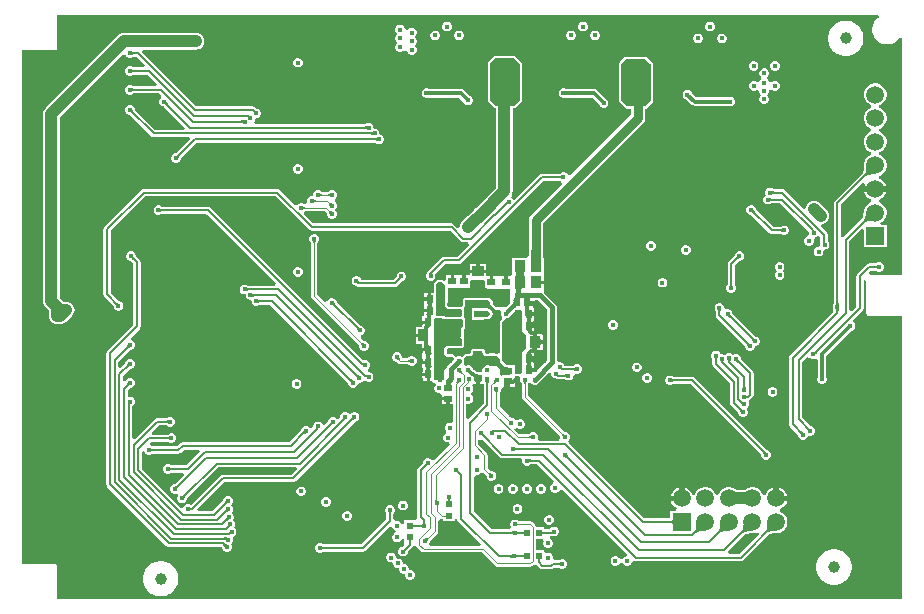
<source format=gbl>
G04*
G04 #@! TF.GenerationSoftware,Altium Limited,Altium Designer,24.4.1 (13)*
G04*
G04 Layer_Physical_Order=4*
G04 Layer_Color=16711680*
%FSLAX44Y44*%
%MOMM*%
G71*
G04*
G04 #@! TF.SameCoordinates,6542FF27-95F4-46AC-8F84-F2986E28DBEB*
G04*
G04*
G04 #@! TF.FilePolarity,Positive*
G04*
G01*
G75*
%ADD13C,0.2000*%
%ADD16R,0.5000X0.6000*%
%ADD17R,0.9000X1.0000*%
%ADD20R,0.6000X0.6400*%
%ADD21R,0.6000X0.5000*%
%ADD24R,0.6400X0.6000*%
%ADD31R,1.0000X0.9000*%
%ADD32C,0.4200*%
%ADD67C,1.0000*%
%ADD68C,0.1250*%
%ADD69C,0.3000*%
%ADD70C,0.5000*%
%ADD71C,1.0000*%
%ADD72C,0.8000*%
%ADD73C,0.4000*%
%ADD74C,0.6000*%
%ADD75C,1.5000*%
%ADD76R,1.5000X1.5000*%
%ADD77C,0.3500*%
G36*
X924925Y582500D02*
X923777Y582495D01*
X921737Y582377D01*
X920844Y582266D01*
X920036Y582119D01*
X919313Y581937D01*
X918674Y581719D01*
X918121Y581466D01*
X917653Y581178D01*
X917269Y580855D01*
X915855Y582269D01*
X916178Y582653D01*
X916466Y583121D01*
X916719Y583674D01*
X916937Y584313D01*
X917119Y585036D01*
X917266Y585844D01*
X917377Y586737D01*
X917495Y588777D01*
X917500Y589925D01*
X924925Y582500D01*
D02*
G37*
G36*
X928054Y715451D02*
X927209Y714887D01*
X927032Y714709D01*
X926823Y714570D01*
X925430Y713177D01*
X925291Y712968D01*
X925113Y712791D01*
X924019Y711153D01*
X923923Y710921D01*
X923783Y710712D01*
X923029Y708892D01*
X922980Y708646D01*
X922884Y708414D01*
X922500Y706482D01*
Y706231D01*
X922451Y705985D01*
Y704015D01*
X922500Y703769D01*
Y703518D01*
X922884Y701586D01*
X922980Y701354D01*
X923029Y701108D01*
X923783Y699288D01*
X923923Y699079D01*
X924019Y698847D01*
X925113Y697209D01*
X925291Y697032D01*
X925430Y696823D01*
X926823Y695430D01*
X927032Y695291D01*
X927209Y695113D01*
X928847Y694019D01*
X929079Y693923D01*
X929288Y693783D01*
X931108Y693029D01*
X931354Y692980D01*
X931586Y692884D01*
X933518Y692500D01*
X933769D01*
X934015Y692451D01*
X935985D01*
X936231Y692500D01*
X936482D01*
X938414Y692884D01*
X938646Y692980D01*
X938892Y693029D01*
X940712Y693783D01*
X940921Y693923D01*
X941153Y694019D01*
X942791Y695113D01*
X942968Y695291D01*
X943177Y695430D01*
X944570Y696823D01*
X944709Y697032D01*
X944887Y697209D01*
X945451Y698054D01*
X947451Y697447D01*
X947451Y497549D01*
X920703D01*
X919804Y499422D01*
X919799Y499473D01*
X921267Y500941D01*
X925209D01*
X925215Y500941D01*
X925269Y500931D01*
X925272Y500930D01*
X925677Y500524D01*
X927185Y499900D01*
X928816D01*
X930322Y500524D01*
X931476Y501678D01*
X932100Y503185D01*
Y504816D01*
X931476Y506323D01*
X930322Y507476D01*
X928816Y508100D01*
X927185D01*
X925677Y507476D01*
X925272Y507070D01*
X925269Y507069D01*
X925242Y507065D01*
X925181Y507059D01*
X920000D01*
X918829Y506826D01*
X917837Y506163D01*
X909837Y498163D01*
X909174Y497170D01*
X908941Y496000D01*
X908941Y496000D01*
Y470267D01*
X905059Y466385D01*
X903059Y467213D01*
Y525733D01*
X913652Y536326D01*
X915500Y535561D01*
Y520500D01*
X934500D01*
Y539500D01*
X929813D01*
X929277Y541500D01*
X930833Y542398D01*
X932602Y544167D01*
X933853Y546333D01*
X934500Y548749D01*
Y551251D01*
X933853Y553667D01*
X932602Y555833D01*
X930833Y557602D01*
X928667Y558853D01*
X928248Y558965D01*
Y561035D01*
X928667Y561147D01*
X930833Y562398D01*
X932602Y564167D01*
X933853Y566333D01*
X934165Y567500D01*
X925000D01*
X915835D01*
X916147Y566333D01*
X917398Y564167D01*
X919167Y562398D01*
X921333Y561147D01*
X921752Y561035D01*
Y558965D01*
X921333Y558853D01*
X919167Y557602D01*
X917398Y555833D01*
X916147Y553667D01*
X915644Y551790D01*
X915618Y551725D01*
Y551724D01*
X915618Y551722D01*
X915596Y551609D01*
X915500Y551251D01*
Y551105D01*
X915386Y550508D01*
X914920Y548410D01*
X914453Y546752D01*
X914237Y546130D01*
X914027Y545619D01*
X913842Y545247D01*
X913710Y545036D01*
X898059Y529384D01*
X897146Y529528D01*
X896059Y530101D01*
Y556733D01*
X914993Y575667D01*
X916593Y574439D01*
X916147Y573667D01*
X915835Y572500D01*
X925000D01*
X934165D01*
X933853Y573667D01*
X932602Y575833D01*
X930833Y577602D01*
X928667Y578853D01*
X928248Y578965D01*
Y581035D01*
X928667Y581147D01*
X930833Y582398D01*
X932602Y584167D01*
X933853Y586333D01*
X934500Y588749D01*
Y591251D01*
X933853Y593667D01*
X932602Y595833D01*
X930833Y597602D01*
X928667Y598853D01*
X928248Y598965D01*
Y601035D01*
X928667Y601147D01*
X930833Y602398D01*
X932602Y604167D01*
X933853Y606333D01*
X934500Y608749D01*
Y611251D01*
X933853Y613667D01*
X932602Y615833D01*
X930833Y617602D01*
X928667Y618853D01*
X928248Y618965D01*
Y621035D01*
X928667Y621147D01*
X930833Y622398D01*
X932602Y624167D01*
X933853Y626333D01*
X934500Y628749D01*
Y631251D01*
X933853Y633667D01*
X932602Y635833D01*
X930833Y637602D01*
X928667Y638853D01*
X928248Y638965D01*
Y641035D01*
X928667Y641148D01*
X930833Y642398D01*
X932602Y644167D01*
X933853Y646333D01*
X934500Y648749D01*
Y651251D01*
X933853Y653667D01*
X932602Y655833D01*
X930833Y657602D01*
X928667Y658853D01*
X926251Y659500D01*
X923749D01*
X921333Y658853D01*
X919167Y657602D01*
X917398Y655833D01*
X916147Y653667D01*
X915500Y651251D01*
Y648749D01*
X916147Y646333D01*
X917398Y644167D01*
X919167Y642398D01*
X921333Y641148D01*
X921752Y641035D01*
Y638965D01*
X921333Y638853D01*
X919167Y637602D01*
X917398Y635833D01*
X916147Y633667D01*
X915500Y631251D01*
Y628749D01*
X916147Y626333D01*
X917398Y624167D01*
X919167Y622398D01*
X921333Y621147D01*
X921752Y621035D01*
Y618965D01*
X921333Y618853D01*
X919167Y617602D01*
X917398Y615833D01*
X916147Y613667D01*
X915500Y611251D01*
Y608749D01*
X916147Y606333D01*
X917398Y604167D01*
X919167Y602398D01*
X921333Y601147D01*
X921752Y601035D01*
Y598965D01*
X921333Y598853D01*
X919167Y597602D01*
X917398Y595833D01*
X916147Y593667D01*
X915500Y591251D01*
Y590125D01*
X915461Y589935D01*
X915456Y588841D01*
X915345Y586922D01*
X915249Y586153D01*
X915125Y585467D01*
X914979Y584891D01*
X914822Y584429D01*
X914664Y584082D01*
X914521Y583851D01*
X914501Y583827D01*
X890837Y560163D01*
X890174Y559170D01*
X889941Y558000D01*
X889941Y558000D01*
Y472791D01*
X889940Y472785D01*
X889931Y472731D01*
X889930Y472728D01*
X889524Y472322D01*
X888900Y470816D01*
Y469184D01*
X889524Y467678D01*
X889234Y465560D01*
X852837Y429163D01*
X852174Y428171D01*
X851941Y427000D01*
X851941Y427000D01*
Y371000D01*
X851941Y371000D01*
X852174Y369829D01*
X852837Y368837D01*
X859863Y361811D01*
X859867Y361806D01*
X859898Y361761D01*
X859900Y361758D01*
Y361185D01*
X860524Y359678D01*
X861678Y358524D01*
X863185Y357900D01*
X864816D01*
X866322Y358524D01*
X867476Y359678D01*
X869184Y360900D01*
X870816D01*
X872322Y361524D01*
X873476Y362678D01*
X874100Y364184D01*
Y365816D01*
X873476Y367323D01*
X872322Y368476D01*
X870816Y369100D01*
X870242D01*
X870239Y369102D01*
X870217Y369117D01*
X870169Y369156D01*
X863059Y376267D01*
Y423733D01*
X867039Y427713D01*
X869428Y427274D01*
X870178Y426524D01*
X871684Y425900D01*
X873316D01*
X874431Y426362D01*
X875792Y425789D01*
X876431Y425305D01*
Y411098D01*
X875900Y409815D01*
Y408185D01*
X876524Y406678D01*
X877678Y405524D01*
X879184Y404900D01*
X880816D01*
X882322Y405524D01*
X883476Y406678D01*
X884100Y408185D01*
Y409815D01*
X883569Y411098D01*
Y428522D01*
X905040Y449993D01*
X906322Y450524D01*
X907476Y451678D01*
X908100Y453185D01*
Y454815D01*
X907476Y456323D01*
X906322Y457476D01*
X906070Y458744D01*
X914163Y466837D01*
X914163Y466837D01*
X914826Y467830D01*
X915059Y469000D01*
X915059Y469000D01*
Y493227D01*
X915451Y493474D01*
X917451Y492369D01*
Y465000D01*
X917645Y464025D01*
X918198Y463198D01*
X919025Y462645D01*
X920000Y462451D01*
X947451D01*
Y222549D01*
X232549D01*
Y250000D01*
X232355Y250975D01*
X231802Y251802D01*
X230975Y252355D01*
X230000Y252549D01*
X202549D01*
Y687451D01*
X230000D01*
X230975Y687645D01*
X231802Y688198D01*
X232355Y689025D01*
X232549Y690000D01*
Y717451D01*
X927447Y717451D01*
X928054Y715451D01*
D02*
G37*
G36*
X923512Y542649D02*
X922474Y542836D01*
X920604Y543030D01*
X919773Y543037D01*
X919010Y542984D01*
X918316Y542870D01*
X917691Y542697D01*
X917135Y542463D01*
X916648Y542169D01*
X916230Y541816D01*
X915090Y543504D01*
X915359Y543826D01*
X915624Y544250D01*
X915886Y544778D01*
X916144Y545407D01*
X916399Y546140D01*
X916898Y547912D01*
X917383Y550095D01*
X917621Y551340D01*
X923512Y542649D01*
D02*
G37*
G36*
X926500Y502530D02*
X926401Y502619D01*
X926289Y502699D01*
X926162Y502770D01*
X926022Y502831D01*
X925868Y502882D01*
X925701Y502925D01*
X925519Y502958D01*
X925324Y502981D01*
X925116Y502995D01*
X924893Y503000D01*
Y505000D01*
X925116Y505005D01*
X925519Y505042D01*
X925701Y505075D01*
X925868Y505117D01*
X926022Y505169D01*
X926162Y505230D01*
X926289Y505301D01*
X926401Y505381D01*
X926500Y505470D01*
Y502530D01*
D02*
G37*
G36*
X894005Y472884D02*
X894042Y472481D01*
X894075Y472299D01*
X894118Y472132D01*
X894169Y471978D01*
X894230Y471838D01*
X894301Y471711D01*
X894381Y471599D01*
X894470Y471500D01*
X891530D01*
X891619Y471599D01*
X891699Y471711D01*
X891770Y471838D01*
X891831Y471978D01*
X891882Y472132D01*
X891925Y472299D01*
X891958Y472481D01*
X891981Y472676D01*
X891995Y472884D01*
X892000Y473107D01*
X894000D01*
X894005Y472884D01*
D02*
G37*
G36*
X894381Y468401D02*
X894301Y468289D01*
X894230Y468162D01*
X894169Y468022D01*
X894118Y467868D01*
X894075Y467701D01*
X894042Y467519D01*
X894019Y467324D01*
X894005Y467116D01*
X894000Y466893D01*
X892000D01*
X891995Y467116D01*
X891958Y467519D01*
X891925Y467701D01*
X891882Y467868D01*
X891831Y468022D01*
X891770Y468162D01*
X891699Y468289D01*
X891619Y468401D01*
X891530Y468500D01*
X894470D01*
X894381Y468401D01*
D02*
G37*
G36*
X875483Y431069D02*
X875327Y430908D01*
X875059Y430600D01*
X874946Y430453D01*
X874764Y430173D01*
X874695Y430040D01*
X874640Y429911D01*
X874600Y429787D01*
X874574Y429667D01*
X872874Y432066D01*
X873008Y432052D01*
X873144Y432056D01*
X873283Y432079D01*
X873426Y432120D01*
X873572Y432180D01*
X873720Y432259D01*
X873872Y432357D01*
X874027Y432473D01*
X874185Y432607D01*
X874347Y432761D01*
X875483Y431069D01*
D02*
G37*
G36*
X868671Y367750D02*
X868983Y367491D01*
X869134Y367386D01*
X869283Y367298D01*
X869428Y367225D01*
X869570Y367169D01*
X869710Y367130D01*
X869846Y367107D01*
X869979Y367100D01*
X867900Y365021D01*
X867893Y365154D01*
X867870Y365290D01*
X867831Y365430D01*
X867775Y365572D01*
X867702Y365717D01*
X867614Y365866D01*
X867509Y366017D01*
X867388Y366171D01*
X867250Y366329D01*
X867096Y366490D01*
X868510Y367904D01*
X868671Y367750D01*
D02*
G37*
G36*
X862671Y364750D02*
X862983Y364491D01*
X863134Y364386D01*
X863283Y364298D01*
X863428Y364225D01*
X863570Y364170D01*
X863710Y364130D01*
X863846Y364107D01*
X863979Y364100D01*
X861900Y362021D01*
X861893Y362154D01*
X861870Y362290D01*
X861831Y362430D01*
X861775Y362572D01*
X861702Y362717D01*
X861614Y362866D01*
X861509Y363017D01*
X861388Y363172D01*
X861250Y363329D01*
X861096Y363490D01*
X862510Y364904D01*
X862671Y364750D01*
D02*
G37*
%LPC*%
G36*
X785816Y711600D02*
X784184D01*
X782678Y710976D01*
X781524Y709822D01*
X780900Y708316D01*
Y706684D01*
X781524Y705178D01*
X782678Y704024D01*
X784184Y703400D01*
X785816D01*
X787322Y704024D01*
X788476Y705178D01*
X789100Y706684D01*
Y708316D01*
X788476Y709822D01*
X787322Y710976D01*
X785816Y711600D01*
D02*
G37*
G36*
X678316D02*
X676684D01*
X675178Y710976D01*
X674024Y709822D01*
X673400Y708316D01*
Y706684D01*
X674024Y705178D01*
X675178Y704024D01*
X676684Y703400D01*
X678316D01*
X679822Y704024D01*
X680976Y705178D01*
X681600Y706684D01*
Y708316D01*
X680976Y709822D01*
X679822Y710976D01*
X678316Y711600D01*
D02*
G37*
G36*
X563316D02*
X561684D01*
X560177Y710976D01*
X559024Y709822D01*
X558400Y708316D01*
Y706684D01*
X559024Y705178D01*
X560177Y704024D01*
X561684Y703400D01*
X563316D01*
X564822Y704024D01*
X565976Y705178D01*
X566600Y706684D01*
Y708316D01*
X565976Y709822D01*
X564822Y710976D01*
X563316Y711600D01*
D02*
G37*
G36*
X688316Y704100D02*
X686684D01*
X685178Y703476D01*
X684024Y702322D01*
X683400Y700816D01*
Y699184D01*
X684024Y697678D01*
X685178Y696524D01*
X686684Y695900D01*
X688316D01*
X689822Y696524D01*
X690976Y697678D01*
X691600Y699184D01*
Y700816D01*
X690976Y702322D01*
X689822Y703476D01*
X688316Y704100D01*
D02*
G37*
G36*
X668316D02*
X666684D01*
X665178Y703476D01*
X664024Y702322D01*
X663400Y700816D01*
Y699184D01*
X664024Y697678D01*
X665178Y696524D01*
X666684Y695900D01*
X668316D01*
X669822Y696524D01*
X670976Y697678D01*
X671600Y699184D01*
Y700816D01*
X670976Y702322D01*
X669822Y703476D01*
X668316Y704100D01*
D02*
G37*
G36*
X573316D02*
X571684D01*
X570177Y703476D01*
X569024Y702322D01*
X568400Y700816D01*
Y699184D01*
X569024Y697678D01*
X570177Y696524D01*
X571684Y695900D01*
X573316D01*
X574822Y696524D01*
X575976Y697678D01*
X576600Y699184D01*
Y700816D01*
X575976Y702322D01*
X574822Y703476D01*
X573316Y704100D01*
D02*
G37*
G36*
X553316D02*
X551684D01*
X550178Y703476D01*
X549024Y702322D01*
X548400Y700816D01*
Y699184D01*
X549024Y697678D01*
X550178Y696524D01*
X551684Y695900D01*
X553316D01*
X554823Y696524D01*
X555976Y697678D01*
X556600Y699184D01*
Y700816D01*
X555976Y702322D01*
X554823Y703476D01*
X553316Y704100D01*
D02*
G37*
G36*
X795816Y701600D02*
X794184D01*
X792678Y700976D01*
X791524Y699822D01*
X790900Y698316D01*
Y696684D01*
X791524Y695178D01*
X792678Y694024D01*
X794184Y693400D01*
X795816D01*
X797322Y694024D01*
X798476Y695178D01*
X799100Y696684D01*
Y698316D01*
X798476Y699822D01*
X797322Y700976D01*
X795816Y701600D01*
D02*
G37*
G36*
X775816D02*
X774184D01*
X772678Y700976D01*
X771524Y699822D01*
X770900Y698316D01*
Y696684D01*
X771524Y695178D01*
X772678Y694024D01*
X774184Y693400D01*
X775816D01*
X777322Y694024D01*
X778476Y695178D01*
X779100Y696684D01*
Y698316D01*
X778476Y699822D01*
X777322Y700976D01*
X775816Y701600D01*
D02*
G37*
G36*
X523316Y709100D02*
X521684D01*
X520177Y708476D01*
X519024Y707322D01*
X518400Y705816D01*
Y704184D01*
X519024Y702678D01*
X519145Y702557D01*
X519999Y701250D01*
X519145Y699943D01*
X519024Y699822D01*
X518400Y698316D01*
Y696684D01*
X519024Y695178D01*
X519145Y695057D01*
X519999Y693750D01*
X519145Y692443D01*
X519024Y692322D01*
X518400Y690816D01*
Y689184D01*
X519024Y687678D01*
X520177Y686524D01*
X521684Y685900D01*
X523316D01*
X524822Y686524D01*
X525737Y687439D01*
X525976Y687678D01*
X525982Y687682D01*
X526276Y687879D01*
X528355Y686972D01*
X528373Y686928D01*
X528400Y686684D01*
X528442Y686583D01*
X529024Y685178D01*
X530178Y684024D01*
X531684Y683400D01*
X533316D01*
X534823Y684024D01*
X535976Y685178D01*
X536600Y686684D01*
Y688316D01*
X535976Y689822D01*
X535855Y689943D01*
X535001Y691250D01*
X535855Y692557D01*
X535976Y692678D01*
X536600Y694184D01*
Y695816D01*
X535976Y697322D01*
X535855Y697443D01*
X535001Y698750D01*
X535855Y700057D01*
X535976Y700178D01*
X536600Y701684D01*
Y703316D01*
X535976Y704822D01*
X534823Y705976D01*
X533316Y706600D01*
X531684D01*
X530178Y705976D01*
X529263Y705061D01*
X529024Y704822D01*
X529018Y704818D01*
X528723Y704621D01*
X526645Y705528D01*
X526627Y705572D01*
X526600Y705816D01*
X526558Y705917D01*
X525976Y707322D01*
X524822Y708476D01*
X523316Y709100D01*
D02*
G37*
G36*
X901477Y712500D02*
X898523D01*
X895625Y711924D01*
X892895Y710793D01*
X890438Y709151D01*
X888349Y707062D01*
X886707Y704605D01*
X885576Y701875D01*
X885000Y698977D01*
Y696023D01*
X885576Y693125D01*
X886707Y690395D01*
X888349Y687938D01*
X890438Y685849D01*
X892895Y684207D01*
X895625Y683076D01*
X898523Y682500D01*
X901477D01*
X904375Y683076D01*
X907105Y684207D01*
X909562Y685849D01*
X911651Y687938D01*
X913293Y690395D01*
X914424Y693125D01*
X915000Y696023D01*
Y698977D01*
X914424Y701875D01*
X913293Y704605D01*
X911651Y707062D01*
X909562Y709151D01*
X907105Y710793D01*
X904375Y711924D01*
X901477Y712500D01*
D02*
G37*
G36*
X350000Y702060D02*
X289000D01*
X287173Y701820D01*
X285470Y701115D01*
X284008Y699993D01*
X222508Y638492D01*
X221385Y637030D01*
X220680Y635327D01*
X220440Y633500D01*
Y475000D01*
X220680Y473173D01*
X221385Y471470D01*
X222508Y470008D01*
X225440Y467076D01*
Y462500D01*
X225680Y460673D01*
X226385Y458970D01*
X227507Y457508D01*
X228970Y456385D01*
X230673Y455680D01*
X232500Y455440D01*
X235000D01*
X236827Y455680D01*
X238530Y456385D01*
X239992Y457508D01*
X244992Y462508D01*
X246115Y463970D01*
X246820Y465673D01*
X247060Y467500D01*
X246820Y469327D01*
X246115Y471030D01*
X244992Y472492D01*
X243530Y473615D01*
X241827Y474320D01*
X240000Y474560D01*
X237924D01*
X234560Y477924D01*
Y630575D01*
X287979Y683994D01*
X288216Y684017D01*
X290222Y683408D01*
X290524Y682678D01*
X291677Y681524D01*
X293185Y680900D01*
X294816D01*
X296322Y681524D01*
X296728Y681930D01*
X296731Y681931D01*
X296758Y681936D01*
X296819Y681941D01*
X299733D01*
X306768Y674906D01*
X306002Y673059D01*
X296791D01*
X296785Y673059D01*
X296731Y673069D01*
X296728Y673070D01*
X296322Y673476D01*
X294816Y674100D01*
X293185D01*
X291677Y673476D01*
X290524Y672322D01*
X289900Y670816D01*
Y669184D01*
X290524Y667678D01*
X291677Y666524D01*
X293185Y665900D01*
X294816D01*
X296322Y666524D01*
X296728Y666930D01*
X296731Y666931D01*
X296758Y666936D01*
X296819Y666941D01*
X308733D01*
X316768Y658906D01*
X316002Y657059D01*
X296791D01*
X296785Y657059D01*
X296731Y657069D01*
X296728Y657070D01*
X296322Y657476D01*
X294816Y658100D01*
X293185D01*
X291677Y657476D01*
X290524Y656322D01*
X289900Y654816D01*
Y653184D01*
X290524Y651677D01*
X291677Y650524D01*
X293185Y649900D01*
X294816D01*
X296322Y650524D01*
X296728Y650930D01*
X296731Y650931D01*
X296758Y650936D01*
X296819Y650941D01*
X318733D01*
X320339Y649335D01*
X320024Y646822D01*
X319524Y646322D01*
X318900Y644816D01*
Y643185D01*
X319524Y641678D01*
X320677Y640524D01*
X322184Y639900D01*
X322758D01*
X322761Y639898D01*
X322783Y639883D01*
X322831Y639844D01*
X340768Y621907D01*
X340002Y620059D01*
X315267D01*
X298137Y637189D01*
X298133Y637194D01*
X298102Y637239D01*
X298100Y637242D01*
Y637816D01*
X297476Y639322D01*
X296322Y640476D01*
X294816Y641100D01*
X293185D01*
X291677Y640476D01*
X290524Y639322D01*
X289900Y637816D01*
Y636185D01*
X290524Y634678D01*
X291677Y633524D01*
X293185Y632900D01*
X293758D01*
X293761Y632898D01*
X293783Y632883D01*
X293831Y632844D01*
X311837Y614837D01*
X312829Y614174D01*
X314000Y613941D01*
X344002D01*
X344768Y612094D01*
X332811Y600137D01*
X332806Y600133D01*
X332761Y600102D01*
X332758Y600100D01*
X332184D01*
X330677Y599476D01*
X329524Y598322D01*
X328900Y596815D01*
Y595185D01*
X329524Y593678D01*
X330677Y592524D01*
X332184Y591900D01*
X333815D01*
X335322Y592524D01*
X336476Y593678D01*
X337100Y595185D01*
Y595758D01*
X337102Y595761D01*
X337117Y595783D01*
X337156Y595830D01*
X350267Y608941D01*
X502209D01*
X502215Y608941D01*
X502269Y608931D01*
X502272Y608930D01*
X502678Y608524D01*
X504184Y607900D01*
X505816D01*
X507323Y608524D01*
X508476Y609678D01*
X509100Y611185D01*
Y612816D01*
X508476Y614322D01*
X507323Y615476D01*
X505816Y616100D01*
X505100Y617816D01*
X504476Y619323D01*
X503322Y620476D01*
X501815Y621100D01*
X500181Y621180D01*
X500100Y622816D01*
X499476Y624322D01*
X498322Y625476D01*
X496815Y626100D01*
X495185D01*
X493677Y625476D01*
X493272Y625070D01*
X493269Y625069D01*
X493242Y625065D01*
X493181Y625059D01*
X399613D01*
X398857Y627059D01*
X399476Y627678D01*
X400100Y629184D01*
X401816Y629900D01*
X403322Y630524D01*
X404476Y631678D01*
X405100Y633185D01*
Y634815D01*
X404476Y636323D01*
X403322Y637476D01*
X401816Y638100D01*
X401242D01*
X401239Y638102D01*
X401217Y638117D01*
X401170Y638156D01*
X400163Y639163D01*
X399171Y639826D01*
X398000Y640059D01*
X398000Y640059D01*
X350267D01*
X304386Y685940D01*
X305215Y687940D01*
X350000D01*
X351827Y688180D01*
X353530Y688885D01*
X354992Y690008D01*
X356115Y691470D01*
X356820Y693173D01*
X357060Y695000D01*
X356820Y696827D01*
X356115Y698530D01*
X354992Y699993D01*
X353530Y701115D01*
X351827Y701820D01*
X350000Y702060D01*
D02*
G37*
G36*
X436816Y681100D02*
X435185D01*
X433678Y680476D01*
X432524Y679322D01*
X431900Y677815D01*
Y676184D01*
X432524Y674678D01*
X433678Y673524D01*
X435185Y672900D01*
X436816D01*
X438322Y673524D01*
X439476Y674678D01*
X440100Y676184D01*
Y677815D01*
X439476Y679322D01*
X438322Y680476D01*
X436816Y681100D01*
D02*
G37*
G36*
X840816Y678100D02*
X839184D01*
X837678Y677476D01*
X836524Y676322D01*
X835900Y674816D01*
Y673185D01*
X836524Y671677D01*
X837678Y670524D01*
X839184Y669900D01*
X840816D01*
X842322Y670524D01*
X843476Y671677D01*
X844100Y673185D01*
Y674816D01*
X843476Y676322D01*
X842322Y677476D01*
X840816Y678100D01*
D02*
G37*
G36*
X822816D02*
X821184D01*
X819678Y677476D01*
X818524Y676322D01*
X817900Y674816D01*
Y673185D01*
X818524Y671677D01*
X819678Y670524D01*
X821184Y669900D01*
X822816D01*
X824323Y670524D01*
X825476Y671677D01*
X826100Y673185D01*
Y674816D01*
X825476Y676322D01*
X824323Y677476D01*
X822816Y678100D01*
D02*
G37*
G36*
X831815Y672100D02*
X830184D01*
X828678Y671476D01*
X827524Y670322D01*
X826900Y668816D01*
Y667185D01*
X827524Y665678D01*
X827895Y665307D01*
X828454Y664000D01*
X827895Y662693D01*
X827524Y662322D01*
X827167Y661460D01*
X825391Y660860D01*
X824924Y660874D01*
X824822Y660976D01*
X823316Y661600D01*
X821684D01*
X820178Y660976D01*
X819024Y659822D01*
X818400Y658316D01*
Y656684D01*
X819024Y655178D01*
X820178Y654024D01*
X821684Y653400D01*
X823316D01*
X824822Y654024D01*
X825052Y654254D01*
X825287Y654198D01*
X826900Y653273D01*
Y652184D01*
X827449Y650860D01*
X827524Y650677D01*
X827525Y650677D01*
X828654Y649500D01*
X827525Y648323D01*
X827524Y648323D01*
X827449Y648140D01*
X826900Y646815D01*
Y645184D01*
X827524Y643678D01*
X828678Y642524D01*
X830184Y641900D01*
X831815D01*
X833322Y642524D01*
X834476Y643678D01*
X835100Y645184D01*
Y646815D01*
X834551Y648140D01*
X834476Y648323D01*
X834475Y648323D01*
X833346Y649500D01*
X834475Y650677D01*
X834476Y650677D01*
X834551Y650860D01*
X835100Y652184D01*
Y653788D01*
X835184Y653867D01*
X836825Y654876D01*
X837678Y654024D01*
X839184Y653400D01*
X840816D01*
X842322Y654024D01*
X843476Y655178D01*
X844100Y656684D01*
Y658316D01*
X843476Y659822D01*
X842322Y660976D01*
X840816Y661600D01*
X839184D01*
X837678Y660976D01*
X837100Y660398D01*
X835976Y660633D01*
X835018Y661014D01*
X834476Y662322D01*
X834105Y662693D01*
X833547Y664000D01*
X834105Y665307D01*
X834476Y665678D01*
X835100Y667185D01*
Y668816D01*
X834476Y670322D01*
X833322Y671476D01*
X831815Y672100D01*
D02*
G37*
G36*
X545816Y655100D02*
X544184D01*
X542678Y654476D01*
X541524Y653322D01*
X540900Y651815D01*
Y650184D01*
X541524Y648678D01*
X542678Y647524D01*
X544184Y646900D01*
X545816D01*
X547098Y647431D01*
X572522D01*
X575993Y643960D01*
X576524Y642678D01*
X577678Y641524D01*
X579184Y640900D01*
X580816D01*
X582323Y641524D01*
X583476Y642678D01*
X584100Y644184D01*
Y645816D01*
X583476Y647322D01*
X582323Y648476D01*
X581040Y649007D01*
X576523Y653523D01*
X575366Y654297D01*
X574000Y654569D01*
X547098D01*
X545816Y655100D01*
D02*
G37*
G36*
X766815Y654100D02*
X765184D01*
X763678Y653476D01*
X762524Y652322D01*
X761900Y650816D01*
Y649184D01*
X762524Y647678D01*
X763678Y646524D01*
X764960Y645993D01*
X769477Y641477D01*
X770634Y640703D01*
X772000Y640431D01*
X799902D01*
X801184Y639900D01*
X802815D01*
X804322Y640524D01*
X805476Y641678D01*
X806100Y643185D01*
Y644816D01*
X805476Y646322D01*
X804322Y647476D01*
X802815Y648100D01*
X801184D01*
X799902Y647569D01*
X773478D01*
X770007Y651040D01*
X769476Y652322D01*
X768322Y653476D01*
X766815Y654100D01*
D02*
G37*
G36*
X661815Y655100D02*
X660184D01*
X658678Y654476D01*
X657524Y653322D01*
X656900Y651815D01*
Y650184D01*
X657524Y648678D01*
X658678Y647524D01*
X660184Y646900D01*
X661815D01*
X663098Y647431D01*
X685697D01*
X690900Y642229D01*
Y641684D01*
X691524Y640178D01*
X692678Y639024D01*
X694184Y638400D01*
X695816D01*
X697322Y639024D01*
X698476Y640178D01*
X699100Y641684D01*
Y643316D01*
X698476Y644822D01*
X697322Y645976D01*
X697069Y646081D01*
X696923Y646299D01*
X689699Y653523D01*
X688541Y654297D01*
X687175Y654569D01*
X663098D01*
X661815Y655100D01*
D02*
G37*
G36*
X436816Y591100D02*
X435185D01*
X433678Y590476D01*
X432524Y589322D01*
X431900Y587816D01*
Y586185D01*
X432524Y584678D01*
X433678Y583524D01*
X435185Y582900D01*
X436816D01*
X438322Y583524D01*
X439476Y584678D01*
X440100Y586185D01*
Y587816D01*
X439476Y589322D01*
X438322Y590476D01*
X436816Y591100D01*
D02*
G37*
G36*
X820816Y556600D02*
X819184D01*
X817678Y555976D01*
X816524Y554823D01*
X815900Y553316D01*
Y551684D01*
X816524Y550178D01*
X817678Y549024D01*
X819184Y548400D01*
X819758D01*
X819761Y548398D01*
X819783Y548383D01*
X819830Y548344D01*
X835337Y532837D01*
X835337Y532837D01*
X836329Y532174D01*
X837500Y531941D01*
X837500Y531941D01*
X845209D01*
X845215Y531940D01*
X845269Y531931D01*
X845272Y531930D01*
X845678Y531524D01*
X847185Y530900D01*
X848816D01*
X850322Y531524D01*
X851476Y532677D01*
X852100Y534184D01*
Y535816D01*
X851476Y537322D01*
X850322Y538476D01*
X848816Y539100D01*
X847185D01*
X845678Y538476D01*
X845272Y538070D01*
X845269Y538069D01*
X845242Y538064D01*
X845181Y538059D01*
X838767D01*
X824137Y552689D01*
X824133Y552694D01*
X824102Y552739D01*
X824100Y552742D01*
Y553316D01*
X823476Y554823D01*
X822322Y555976D01*
X820816Y556600D01*
D02*
G37*
G36*
X735816Y526100D02*
X734184D01*
X732678Y525476D01*
X731524Y524323D01*
X730900Y522816D01*
Y521185D01*
X731524Y519678D01*
X732678Y518524D01*
X734184Y517900D01*
X735816D01*
X737322Y518524D01*
X738476Y519678D01*
X739100Y521185D01*
Y522816D01*
X738476Y524323D01*
X737322Y525476D01*
X735816Y526100D01*
D02*
G37*
G36*
X765316Y522350D02*
X763684D01*
X762178Y521726D01*
X761024Y520572D01*
X760400Y519066D01*
Y517434D01*
X761024Y515928D01*
X762178Y514774D01*
X763684Y514150D01*
X765316D01*
X766823Y514774D01*
X767976Y515928D01*
X768600Y517434D01*
Y519066D01*
X767976Y520572D01*
X766823Y521726D01*
X765316Y522350D01*
D02*
G37*
G36*
X836815Y571100D02*
X835184D01*
X833678Y570476D01*
X832524Y569323D01*
X831900Y567816D01*
Y566185D01*
X832472Y564805D01*
X831678Y564476D01*
X830524Y563322D01*
X829900Y561815D01*
Y560185D01*
X830524Y558677D01*
X831678Y557524D01*
X833185Y556900D01*
X834816D01*
X836322Y557524D01*
X836728Y557930D01*
X836731Y557931D01*
X836758Y557935D01*
X836819Y557941D01*
X844733D01*
X868900Y533774D01*
Y532184D01*
X868935Y532100D01*
X868187Y530106D01*
X867825Y529951D01*
X866677Y529476D01*
X865524Y528322D01*
X864900Y526815D01*
Y525184D01*
X865524Y523677D01*
X866677Y522524D01*
X868184Y521900D01*
X869816D01*
X871322Y522524D01*
X872476Y523677D01*
X873100Y525184D01*
Y526815D01*
X873065Y526900D01*
X873813Y528894D01*
X874175Y529049D01*
X875322Y529524D01*
X876476Y530677D01*
X876761Y530734D01*
X878520Y529226D01*
Y525406D01*
X878508Y525283D01*
X877900Y523815D01*
Y522948D01*
X877864Y522162D01*
X876184Y521100D01*
X874678Y520476D01*
X873524Y519323D01*
X872900Y517816D01*
Y516185D01*
X873524Y514678D01*
X874678Y513524D01*
X876184Y512900D01*
X877815D01*
X879322Y513524D01*
X880476Y514678D01*
X881100Y516185D01*
Y517052D01*
X881136Y517838D01*
X882816Y518900D01*
X884322Y519524D01*
X885476Y520677D01*
X886100Y522184D01*
Y523815D01*
X885476Y525322D01*
X884638Y526160D01*
Y531421D01*
X884638Y531421D01*
X884405Y532592D01*
X883742Y533584D01*
X883742Y533584D01*
X879357Y537969D01*
X880073Y540081D01*
X880827Y540180D01*
X882530Y540886D01*
X883992Y542008D01*
X885115Y543470D01*
X885820Y545173D01*
X886060Y547000D01*
X885820Y548827D01*
X885115Y550530D01*
X883992Y551992D01*
X877992Y557992D01*
X877992Y557993D01*
X876530Y559114D01*
X874827Y559820D01*
X873000Y560060D01*
X871173Y559820D01*
X869470Y559114D01*
X868008Y557993D01*
X866886Y556530D01*
X866180Y554827D01*
X866081Y554073D01*
X863969Y553357D01*
X848163Y569163D01*
X847170Y569826D01*
X846000Y570059D01*
X846000Y570059D01*
X838791D01*
X838785Y570060D01*
X838731Y570069D01*
X838728Y570070D01*
X838323Y570476D01*
X836815Y571100D01*
D02*
G37*
G36*
X595500Y506750D02*
X590000D01*
Y501750D01*
X595500D01*
Y506750D01*
D02*
G37*
G36*
X587000D02*
X581500D01*
Y501750D01*
X587000D01*
Y506750D01*
D02*
G37*
G36*
X436816Y504100D02*
X435185D01*
X433678Y503476D01*
X432524Y502322D01*
X431900Y500816D01*
Y499184D01*
X432524Y497677D01*
X433678Y496524D01*
X435185Y495900D01*
X436816D01*
X438322Y496524D01*
X439476Y497677D01*
X440100Y499184D01*
Y500816D01*
X439476Y502322D01*
X438322Y503476D01*
X436816Y504100D01*
D02*
G37*
G36*
X524566Y500100D02*
X522934D01*
X521428Y499476D01*
X520274Y498322D01*
X519650Y496815D01*
Y495979D01*
X519638Y495964D01*
X516733Y493059D01*
X489749D01*
X489226Y494323D01*
X488073Y495476D01*
X486566Y496100D01*
X484935D01*
X483428Y495476D01*
X482274Y494323D01*
X481650Y492816D01*
Y491185D01*
X482274Y489678D01*
X483428Y488524D01*
X484935Y487900D01*
X485796D01*
X485859Y487837D01*
X486851Y487174D01*
X488022Y486941D01*
X518000D01*
X518000Y486941D01*
X519170Y487174D01*
X520163Y487837D01*
X524150Y491824D01*
X524193Y491861D01*
X524231Y491889D01*
X524249Y491900D01*
X524566D01*
X526073Y492524D01*
X527226Y493677D01*
X527850Y495185D01*
Y496815D01*
X527226Y498322D01*
X526073Y499476D01*
X524566Y500100D01*
D02*
G37*
G36*
X844816Y508100D02*
X843184D01*
X841677Y507476D01*
X840524Y506323D01*
X839900Y504816D01*
Y503185D01*
X840524Y501678D01*
X841654Y500500D01*
X840524Y499322D01*
X839900Y497816D01*
Y496185D01*
X840524Y494678D01*
X841677Y493524D01*
X843184Y492900D01*
X844816D01*
X846322Y493524D01*
X847476Y494678D01*
X848100Y496185D01*
Y497816D01*
X847476Y499322D01*
X846346Y500500D01*
X847476Y501678D01*
X848100Y503185D01*
Y504816D01*
X847476Y506323D01*
X846322Y507476D01*
X844816Y508100D01*
D02*
G37*
G36*
X603000Y682539D02*
X602220Y682384D01*
X601558Y681942D01*
X601558Y681942D01*
X597558Y677942D01*
X597116Y677280D01*
X596961Y676500D01*
Y645500D01*
X596961Y645500D01*
X597116Y644720D01*
X597558Y644058D01*
X602558Y639058D01*
X602558Y639058D01*
X603220Y638616D01*
X603940Y638473D01*
Y570924D01*
X586743Y553727D01*
X586470Y553615D01*
X585008Y552492D01*
X580008Y547492D01*
X580008Y547492D01*
X575008Y542492D01*
X573885Y541030D01*
X573180Y539327D01*
X573023Y538131D01*
X571422Y537377D01*
X570984Y537342D01*
X568413Y539913D01*
X567421Y540576D01*
X566250Y540809D01*
X566250Y540809D01*
X449017D01*
X440987Y548839D01*
X441323Y550524D01*
X441761Y550963D01*
X441914Y551061D01*
X442035Y551178D01*
X442104Y551236D01*
X442161Y551278D01*
X442205Y551306D01*
X442235Y551322D01*
X442238Y551324D01*
X458891D01*
X460818Y549397D01*
X460819Y549394D01*
X460829Y549361D01*
X460840Y549311D01*
X460851Y549241D01*
X460858Y549151D01*
X460861Y548983D01*
X460900Y548805D01*
Y548185D01*
X461524Y546678D01*
X462678Y545524D01*
X464184Y544900D01*
X465816D01*
X467323Y545524D01*
X468476Y546678D01*
X469100Y548185D01*
Y549815D01*
X468476Y551322D01*
X467346Y552500D01*
X468476Y553678D01*
X469100Y555185D01*
Y556815D01*
X468476Y558322D01*
X467323Y559476D01*
Y561524D01*
X468476Y562677D01*
X469100Y564184D01*
Y565816D01*
X468476Y567322D01*
X467323Y568476D01*
X465816Y569100D01*
X464184D01*
X462678Y568476D01*
X462239Y568037D01*
X462086Y567939D01*
X461965Y567822D01*
X461896Y567764D01*
X461839Y567721D01*
X461795Y567694D01*
X461765Y567678D01*
X461762Y567676D01*
X456238D01*
X456235Y567678D01*
X456205Y567694D01*
X456161Y567722D01*
X456104Y567764D01*
X456035Y567822D01*
X455914Y567939D01*
X455761Y568037D01*
X455322Y568476D01*
X453816Y569100D01*
X452184D01*
X450678Y568476D01*
X449524Y567322D01*
X448900Y565816D01*
X448820Y564180D01*
X447184Y564100D01*
X445677Y563476D01*
X444524Y562322D01*
X443900Y560816D01*
Y559184D01*
X442590Y557584D01*
X441322Y557476D01*
X439816Y558100D01*
X438185D01*
X436678Y557476D01*
X435524Y556323D01*
X433839Y555987D01*
X420663Y569163D01*
X419670Y569826D01*
X418500Y570059D01*
X418500Y570059D01*
X305750D01*
X304580Y569826D01*
X303587Y569163D01*
X272337Y537913D01*
X271674Y536921D01*
X271441Y535750D01*
X271441Y535750D01*
Y480750D01*
X271441Y480750D01*
X271674Y479580D01*
X272337Y478587D01*
X280113Y470811D01*
X280117Y470806D01*
X280148Y470761D01*
X280150Y470758D01*
Y470185D01*
X280774Y468677D01*
X281928Y467524D01*
X283435Y466900D01*
X285065D01*
X286572Y467524D01*
X287726Y468677D01*
X288350Y470185D01*
Y471815D01*
X287726Y473322D01*
X286572Y474476D01*
X285065Y475100D01*
X284492D01*
X284489Y475102D01*
X284467Y475117D01*
X284419Y475156D01*
X277559Y482017D01*
Y534483D01*
X307017Y563941D01*
X417233D01*
X445587Y535587D01*
X446579Y534924D01*
X447750Y534691D01*
X447750Y534691D01*
X564983D01*
X573837Y525837D01*
X573837Y525837D01*
X574829Y525174D01*
X576000Y524941D01*
X580287D01*
X581115Y522941D01*
X570983Y512809D01*
X559750D01*
X558579Y512576D01*
X557587Y511913D01*
X557587Y511913D01*
X546342Y500668D01*
X545679Y499675D01*
X545627Y499416D01*
X545024Y498813D01*
X544400Y497306D01*
Y495675D01*
X545024Y494168D01*
X546177Y493014D01*
X547685Y492390D01*
X549315D01*
X550822Y493014D01*
X551976Y494168D01*
X552600Y495675D01*
Y497306D01*
X552316Y497991D01*
X561017Y506691D01*
X572250D01*
X572250Y506691D01*
X573420Y506924D01*
X574413Y507587D01*
X643767Y576941D01*
X658260D01*
X658678Y576524D01*
X658937Y576417D01*
X659406Y574058D01*
X633424Y548076D01*
X632098Y546091D01*
X631632Y543750D01*
Y513634D01*
X631212Y512856D01*
X630124Y512000D01*
X629250Y512000D01*
X617750D01*
Y500074D01*
X617741Y500031D01*
X617750Y499987D01*
Y498172D01*
X617640Y497818D01*
X616785Y496400D01*
X615943Y496400D01*
X613500D01*
Y496280D01*
X613770D01*
X613774Y495917D01*
X613836Y495057D01*
X613873Y494847D01*
X613918Y494675D01*
X613972Y494542D01*
X614033Y494446D01*
X614103Y494389D01*
X614181Y494370D01*
X613500D01*
Y491400D01*
X610500D01*
Y494370D01*
X610360D01*
X610438Y494389D01*
X610500Y494440D01*
Y496400D01*
X606800D01*
Y496400D01*
X605200D01*
Y496400D01*
X601500D01*
Y491400D01*
X598500D01*
Y496400D01*
X595500D01*
Y498750D01*
X588500D01*
X581500D01*
Y497400D01*
X578500D01*
Y492400D01*
X575500D01*
Y497400D01*
X568500D01*
Y492400D01*
X565500D01*
Y497400D01*
X561800D01*
Y492697D01*
X559952Y491932D01*
X559442Y492442D01*
X558780Y492884D01*
X558000Y493039D01*
X555000D01*
X554220Y492884D01*
X553558Y492442D01*
X551558Y490442D01*
X551116Y489780D01*
X550961Y489000D01*
Y482200D01*
X549100D01*
Y477000D01*
X547600D01*
Y475500D01*
X542600D01*
Y471800D01*
Y468500D01*
X547600D01*
Y465500D01*
X542600D01*
Y462200D01*
X541600D01*
Y458500D01*
X546600D01*
Y455500D01*
X541600D01*
Y453000D01*
X535750D01*
Y447500D01*
X542250D01*
Y444500D01*
X535750D01*
Y439000D01*
X541600D01*
Y435500D01*
X546600D01*
Y432500D01*
X541600D01*
Y428800D01*
X541600D01*
Y428200D01*
X541600D01*
Y424500D01*
X546600D01*
Y421500D01*
X541600D01*
Y417800D01*
Y414500D01*
X546600D01*
Y413000D01*
X548100D01*
Y407800D01*
X549680D01*
X549716Y407620D01*
X550158Y406958D01*
X550558Y406558D01*
X551220Y406116D01*
X551862Y405988D01*
X552127Y405578D01*
X552663Y403961D01*
X552274Y403572D01*
X551650Y402066D01*
Y400434D01*
X552274Y398927D01*
X553428Y397774D01*
X554935Y397150D01*
X556566D01*
X557800Y395496D01*
Y394100D01*
X563000D01*
Y392600D01*
X564500D01*
Y387600D01*
X567074D01*
Y372941D01*
X565816Y372100D01*
X564184D01*
X562677Y371476D01*
X561524Y370322D01*
X560900Y368815D01*
Y367184D01*
X561524Y365678D01*
X561754Y365448D01*
X561187Y363187D01*
X560677Y362976D01*
X559524Y361822D01*
X558900Y360316D01*
Y358684D01*
X559524Y357178D01*
X560677Y356024D01*
X562184Y355400D01*
X563787D01*
X563869Y355315D01*
X564899Y353684D01*
X551195Y339980D01*
X549476Y340322D01*
X548322Y341476D01*
X546815Y342100D01*
X545185D01*
X543678Y341476D01*
X542524Y340322D01*
X541900Y338816D01*
Y338242D01*
X541898Y338239D01*
X541883Y338217D01*
X541844Y338169D01*
X537837Y334163D01*
X537174Y333171D01*
X536941Y332000D01*
X536941Y332000D01*
Y292500D01*
X536941Y292500D01*
X537123Y291586D01*
X537005Y291066D01*
X536000Y289500D01*
X526000D01*
Y287848D01*
X525615Y286008D01*
X524100Y285816D01*
X523994Y286071D01*
X523476Y287322D01*
X522323Y288476D01*
X520816Y289100D01*
X519184D01*
X518953Y289004D01*
X516953Y290340D01*
Y295154D01*
X517476Y295678D01*
X518100Y297184D01*
Y298815D01*
X517476Y300322D01*
X516322Y301476D01*
X514815Y302100D01*
X513184D01*
X511678Y301476D01*
X510524Y300322D01*
X509900Y298815D01*
Y297184D01*
X510524Y295678D01*
X510835Y295367D01*
Y290161D01*
X489733Y269059D01*
X457739D01*
X457323Y269476D01*
X455816Y270100D01*
X454184D01*
X452678Y269476D01*
X451524Y268323D01*
X450900Y266815D01*
Y265184D01*
X451524Y263678D01*
X452678Y262524D01*
X454184Y261900D01*
X455816D01*
X457323Y262524D01*
X457739Y262941D01*
X491000D01*
X491000Y262941D01*
X492170Y263174D01*
X493163Y263837D01*
X513900Y284574D01*
X514822Y284395D01*
X516029Y283874D01*
X516524Y282677D01*
X517459Y281743D01*
X517678Y281524D01*
X518992Y280615D01*
Y279385D01*
X517677Y278476D01*
X517459Y278257D01*
X516524Y277323D01*
X515900Y275816D01*
Y274184D01*
X516524Y272678D01*
X517678Y271524D01*
X519184Y270900D01*
X520816D01*
X522323Y271524D01*
X523476Y272678D01*
X523994Y273929D01*
X524100Y274184D01*
X525615Y273992D01*
Y273992D01*
X525615Y273992D01*
X526000Y272151D01*
Y270500D01*
X526000D01*
X526174Y268500D01*
X524774Y267100D01*
X524184D01*
X522677Y266476D01*
X521524Y265322D01*
X520900Y263816D01*
Y262185D01*
X521524Y260678D01*
X522677Y259524D01*
X524184Y258900D01*
X525816D01*
X527322Y259524D01*
X528476Y260678D01*
X529100Y262185D01*
Y262774D01*
X533163Y266837D01*
X533826Y267829D01*
X535999Y268717D01*
X536298Y268640D01*
X536324Y268615D01*
Y268500D01*
X536324Y268500D01*
X536527Y267476D01*
X537108Y266607D01*
X540607Y263107D01*
X541476Y262527D01*
X542500Y262324D01*
X542500Y262324D01*
X591891D01*
X603107Y251108D01*
X603107Y251108D01*
X603976Y250527D01*
X605000Y250324D01*
X633000D01*
X633000Y250324D01*
X634024Y250527D01*
X634893Y251108D01*
X635510Y251725D01*
X637253Y251809D01*
X638144Y251530D01*
X640837Y248837D01*
X641830Y248174D01*
X643000Y247941D01*
X650452D01*
X650452Y247941D01*
X651623Y248174D01*
X652615Y248837D01*
X653219Y249441D01*
X657261D01*
X657678Y249024D01*
X659184Y248400D01*
X660816D01*
X662322Y249024D01*
X663476Y250178D01*
X664100Y251684D01*
Y253316D01*
X663476Y254823D01*
X662322Y255976D01*
X660816Y256600D01*
X659184D01*
X657678Y255976D01*
X657261Y255559D01*
X653591D01*
X652100Y257185D01*
Y258815D01*
X651476Y260322D01*
X650322Y261476D01*
X648816Y262100D01*
X647185D01*
X646500Y261817D01*
X644604Y262854D01*
X644500Y262988D01*
Y264000D01*
X637676D01*
Y274000D01*
X643373D01*
X643892Y273245D01*
X644391Y272000D01*
X643900Y270816D01*
Y269184D01*
X644524Y267677D01*
X645678Y266524D01*
X647185Y265900D01*
X648816D01*
X650322Y266524D01*
X651476Y267677D01*
X652100Y269184D01*
Y270816D01*
X651476Y272322D01*
X650322Y273476D01*
X649302Y273899D01*
X649934Y275789D01*
X651405Y275941D01*
X651864Y276033D01*
X652184Y275900D01*
X653816D01*
X655322Y276524D01*
X656476Y277677D01*
X657100Y279184D01*
Y280816D01*
X656476Y282322D01*
X655322Y283476D01*
X653816Y284100D01*
X652184D01*
X650677Y283476D01*
X649524Y282322D01*
X649415Y282059D01*
X644500D01*
Y284000D01*
X637676D01*
X637473Y285024D01*
X636893Y285893D01*
X636893Y285893D01*
X634893Y287892D01*
X634024Y288473D01*
X633000Y288676D01*
X633000Y288676D01*
X623122D01*
X622323Y289476D01*
X620816Y290100D01*
X619184D01*
X617678Y289476D01*
X616524Y288323D01*
X615900Y286816D01*
Y285184D01*
X616366Y284059D01*
X615803Y282713D01*
X615315Y282059D01*
X600267D01*
X585059Y297267D01*
Y326388D01*
X586634Y327900D01*
X588265D01*
X589772Y328524D01*
X590926Y329678D01*
X593222Y329994D01*
X595818Y327397D01*
X595819Y327394D01*
X595829Y327361D01*
X595840Y327311D01*
X595851Y327241D01*
X595858Y327151D01*
X595861Y326982D01*
X595900Y326805D01*
Y326185D01*
X596524Y324678D01*
X597677Y323524D01*
X599184Y322900D01*
X600816D01*
X602322Y323524D01*
X603476Y324678D01*
X604100Y326185D01*
Y327816D01*
X603476Y329323D01*
X602322Y330476D01*
X600816Y331100D01*
X600195D01*
X600018Y331139D01*
X599849Y331142D01*
X599759Y331149D01*
X599689Y331160D01*
X599639Y331171D01*
X599605Y331181D01*
X599603Y331182D01*
X596676Y334109D01*
Y345000D01*
X596676Y345000D01*
X596473Y346024D01*
X595892Y346893D01*
X595892Y346893D01*
X588676Y354109D01*
Y357360D01*
X589193Y357888D01*
X591774Y357900D01*
X606837Y342837D01*
X606837Y342837D01*
X607830Y342174D01*
X609000Y341941D01*
X625148D01*
X625900Y340816D01*
Y339184D01*
X626524Y337678D01*
X627678Y336524D01*
X629184Y335900D01*
X630816D01*
X632323Y336524D01*
X632728Y336930D01*
X632731Y336931D01*
X632758Y336936D01*
X632819Y336941D01*
X638733D01*
X652727Y322948D01*
X652167Y320679D01*
X651677Y320476D01*
X650524Y319322D01*
X649900Y317815D01*
Y316185D01*
X650524Y314678D01*
X651677Y313524D01*
X653184Y312900D01*
X654816D01*
X656322Y313524D01*
X657476Y314678D01*
X657679Y315167D01*
X659948Y315727D01*
X714574Y261100D01*
X714395Y260178D01*
X713874Y258972D01*
X712678Y258476D01*
X711743Y257541D01*
X711524Y257323D01*
X710615Y256008D01*
X709385D01*
X708476Y257323D01*
X708257Y257541D01*
X707322Y258476D01*
X705816Y259100D01*
X704184D01*
X702678Y258476D01*
X701524Y257322D01*
X700900Y255816D01*
Y254184D01*
X701524Y252677D01*
X702678Y251524D01*
X704184Y250900D01*
X705816D01*
X707322Y251524D01*
X708257Y252459D01*
X708476Y252677D01*
X709385Y253992D01*
X710615D01*
X711524Y252677D01*
X711743Y252459D01*
X712678Y251524D01*
X714184Y250900D01*
X715816D01*
X717322Y251524D01*
X718476Y252677D01*
X719016Y253981D01*
X719437Y254377D01*
X720111Y254763D01*
X721100Y255120D01*
X722000Y254941D01*
X811000D01*
X811000Y254941D01*
X812170Y255174D01*
X813163Y255837D01*
X834827Y277501D01*
X834851Y277521D01*
X835082Y277664D01*
X835429Y277822D01*
X835891Y277980D01*
X836468Y278125D01*
X837153Y278249D01*
X837922Y278345D01*
X839841Y278456D01*
X840935Y278461D01*
X841125Y278500D01*
X842251D01*
X844667Y279147D01*
X846833Y280398D01*
X848602Y282167D01*
X849853Y284333D01*
X850500Y286749D01*
Y289251D01*
X849853Y291667D01*
X848602Y293833D01*
X846833Y295602D01*
X844667Y296852D01*
X844248Y296965D01*
Y299035D01*
X844667Y299147D01*
X846833Y300398D01*
X848602Y302167D01*
X849853Y304333D01*
X850165Y305500D01*
X841000D01*
Y308000D01*
X838500D01*
Y317165D01*
X837333Y316853D01*
X835167Y315602D01*
X833398Y313833D01*
X832147Y311667D01*
X832035Y311248D01*
X829965D01*
X829853Y311667D01*
X828602Y313833D01*
X826833Y315602D01*
X824667Y316853D01*
X822251Y317500D01*
X819749D01*
X817333Y316853D01*
X815167Y315602D01*
X814625Y315060D01*
X807375D01*
X806833Y315602D01*
X804667Y316853D01*
X802251Y317500D01*
X799749D01*
X797333Y316853D01*
X795167Y315602D01*
X793398Y313833D01*
X792147Y311667D01*
X792035Y311248D01*
X789965D01*
X789853Y311667D01*
X788602Y313833D01*
X786833Y315602D01*
X784667Y316853D01*
X782251Y317500D01*
X779749D01*
X777333Y316853D01*
X775167Y315602D01*
X773398Y313833D01*
X772148Y311667D01*
X772035Y311248D01*
X769965D01*
X769853Y311667D01*
X768602Y313833D01*
X766833Y315602D01*
X764667Y316853D01*
X763500Y317165D01*
Y308000D01*
X761000D01*
Y305500D01*
X751835D01*
X752147Y304333D01*
X753398Y302167D01*
X755167Y300398D01*
X756722Y299500D01*
X756187Y297500D01*
X751500D01*
Y291059D01*
X729267D01*
X665619Y354707D01*
X664822Y356524D01*
X665976Y357677D01*
X666600Y359184D01*
Y360816D01*
X665976Y362322D01*
X664822Y363476D01*
X663316Y364100D01*
X662695D01*
X662517Y364139D01*
X662349Y364142D01*
X662259Y364149D01*
X662189Y364160D01*
X662139Y364171D01*
X662105Y364181D01*
X662103Y364182D01*
X631172Y395113D01*
Y405257D01*
X631173Y405260D01*
X631189Y405290D01*
X631217Y405334D01*
X631259Y405391D01*
X631510Y405503D01*
X632303Y405670D01*
X632992Y405740D01*
X633807Y405395D01*
X634178Y405024D01*
X635685Y404400D01*
X637315D01*
X638822Y405024D01*
X639976Y406177D01*
X639997Y406230D01*
X648447Y414680D01*
X650400Y413804D01*
Y412934D01*
X651024Y411427D01*
X652178Y410274D01*
X653684Y409650D01*
X654889D01*
X655601Y409174D01*
X656772Y408941D01*
X662459D01*
X662465Y408941D01*
X662519Y408931D01*
X662522Y408930D01*
X662928Y408524D01*
X664435Y407900D01*
X666066D01*
X667572Y408524D01*
X668726Y409678D01*
X669350Y411184D01*
Y412099D01*
X670792Y413348D01*
X671198Y413498D01*
X671434Y413400D01*
X673065D01*
X674572Y414024D01*
X675726Y415178D01*
X676350Y416684D01*
Y418316D01*
X675726Y419823D01*
X674572Y420976D01*
X673065Y421600D01*
X671434D01*
X669928Y420976D01*
X669522Y420570D01*
X669519Y420569D01*
X669492Y420564D01*
X669431Y420559D01*
X661749D01*
X661226Y421822D01*
X660072Y422976D01*
X658566Y423600D01*
X656935D01*
X655310Y425092D01*
Y469968D01*
X655310Y469968D01*
X655000Y471529D01*
X654116Y472852D01*
X644758Y482210D01*
X644250Y484000D01*
X644250Y484000D01*
X644250D01*
X644250Y484000D01*
Y489500D01*
X637750D01*
Y492500D01*
X644250D01*
Y496000D01*
X644250Y498000D01*
X644250Y500000D01*
Y509926D01*
X644259Y509969D01*
X644250Y510013D01*
Y510040D01*
X644256Y510080D01*
X644250Y510103D01*
Y512000D01*
X644059D01*
X643867Y515254D01*
Y541216D01*
X728326Y625674D01*
X729652Y627659D01*
X730117Y630000D01*
Y637984D01*
X730780Y638116D01*
X731442Y638558D01*
X731442Y638558D01*
X736442Y643558D01*
X736884Y644220D01*
X737039Y645000D01*
Y657038D01*
X737100Y657185D01*
Y658816D01*
X737039Y658962D01*
Y673038D01*
X737100Y673185D01*
Y674816D01*
X737039Y674962D01*
Y675000D01*
X736884Y675780D01*
X736442Y676442D01*
X736442Y676442D01*
X731442Y681442D01*
X730780Y681884D01*
X730000Y682039D01*
X714000D01*
X714000Y682039D01*
X713220Y681884D01*
X712558Y681442D01*
X712558Y681442D01*
X708558Y677442D01*
X708116Y676780D01*
X707961Y676000D01*
Y645000D01*
X707961Y645000D01*
X708116Y644220D01*
X708558Y643558D01*
X713558Y638558D01*
X713558Y638558D01*
X714220Y638116D01*
X715000Y637961D01*
X717883D01*
Y632534D01*
X666942Y581594D01*
X664583Y582063D01*
X664476Y582323D01*
X663322Y583476D01*
X661815Y584100D01*
X660184D01*
X658678Y583476D01*
X658260Y583059D01*
X642500D01*
X641329Y582826D01*
X640337Y582163D01*
X640337Y582163D01*
X619244Y561070D01*
X617976Y561323D01*
X616823Y562476D01*
X617114Y564470D01*
X617820Y566173D01*
X618060Y568000D01*
Y638461D01*
X619000D01*
X619780Y638616D01*
X620442Y639058D01*
X620442Y639058D01*
X625442Y644058D01*
X625884Y644720D01*
X626039Y645500D01*
Y675500D01*
X625884Y676280D01*
X625442Y676942D01*
X625442Y676942D01*
X620442Y681942D01*
X619780Y682384D01*
X619000Y682539D01*
X603000D01*
X603000Y682539D01*
D02*
G37*
G36*
X318815Y556100D02*
X317185D01*
X315678Y555476D01*
X314524Y554322D01*
X313900Y552816D01*
Y551184D01*
X314524Y549678D01*
X315678Y548524D01*
X317185Y547900D01*
X318815D01*
X320322Y548524D01*
X320728Y548930D01*
X320731Y548931D01*
X320758Y548936D01*
X320819Y548941D01*
X358733D01*
X417616Y490059D01*
X416787Y488059D01*
X393791D01*
X393785Y488060D01*
X393731Y488069D01*
X393728Y488070D01*
X393322Y488476D01*
X391815Y489100D01*
X390185D01*
X388678Y488476D01*
X387524Y487322D01*
X386900Y485816D01*
Y484184D01*
X387524Y482677D01*
X388678Y481524D01*
X390185Y480900D01*
X391819Y480820D01*
X391900Y479184D01*
X392524Y477678D01*
X393677Y476524D01*
X395185Y475900D01*
X396819Y475820D01*
X396900Y474184D01*
X397524Y472677D01*
X398678Y471524D01*
X400185Y470900D01*
X401816D01*
X403322Y471524D01*
X403728Y471930D01*
X403731Y471931D01*
X403758Y471936D01*
X403819Y471941D01*
X412733D01*
X478863Y405811D01*
X478867Y405806D01*
X478898Y405761D01*
X478900Y405758D01*
Y405185D01*
X479524Y403678D01*
X480678Y402524D01*
X482184Y401900D01*
X483815D01*
X485322Y402524D01*
X486476Y403678D01*
X487100Y405184D01*
X488816Y405900D01*
X490322Y406524D01*
X491476Y407677D01*
X493606Y407595D01*
X493677Y407524D01*
X495185Y406900D01*
X496815D01*
X498322Y407524D01*
X499476Y408677D01*
X500100Y410184D01*
Y411815D01*
X499476Y413322D01*
X498322Y414476D01*
X496815Y415100D01*
X495981D01*
X495623Y415484D01*
X495322Y417524D01*
X496476Y418677D01*
X497100Y420185D01*
Y421815D01*
X496476Y423322D01*
X495322Y424476D01*
X493815Y425100D01*
X492184D01*
X491507Y424819D01*
X362163Y554163D01*
X361171Y554826D01*
X360000Y555059D01*
X360000Y555059D01*
X320791D01*
X320785Y555060D01*
X320731Y555069D01*
X320728Y555070D01*
X320322Y555476D01*
X318815Y556100D01*
D02*
G37*
G36*
X745565Y494850D02*
X743934D01*
X742428Y494226D01*
X741274Y493072D01*
X740650Y491566D01*
Y489935D01*
X741274Y488428D01*
X742428Y487274D01*
X743934Y486650D01*
X745565D01*
X747072Y487274D01*
X748226Y488428D01*
X748850Y489935D01*
Y491566D01*
X748226Y493072D01*
X747072Y494226D01*
X745565Y494850D01*
D02*
G37*
G36*
X810816Y517100D02*
X809184D01*
X807678Y516476D01*
X806524Y515322D01*
X805919Y513861D01*
X805799Y513720D01*
X800837Y508758D01*
X800174Y507766D01*
X799941Y506595D01*
X799941Y506595D01*
Y488791D01*
X799940Y488785D01*
X799931Y488731D01*
X799930Y488728D01*
X799524Y488322D01*
X798900Y486815D01*
Y485184D01*
X799524Y483677D01*
X800677Y482524D01*
X802185Y481900D01*
X803816D01*
X805322Y482524D01*
X806476Y483677D01*
X807100Y485184D01*
Y486815D01*
X806476Y488322D01*
X806070Y488728D01*
X806069Y488731D01*
X806065Y488758D01*
X806059Y488819D01*
Y505328D01*
X809631Y508900D01*
X810816D01*
X812322Y509524D01*
X813476Y510677D01*
X814100Y512184D01*
Y513815D01*
X813476Y515322D01*
X812322Y516476D01*
X810816Y517100D01*
D02*
G37*
G36*
X546100Y482200D02*
X542600D01*
Y478500D01*
X546100D01*
Y482200D01*
D02*
G37*
G36*
X703816Y459100D02*
X702184D01*
X700677Y458476D01*
X699524Y457323D01*
X698900Y455816D01*
Y454184D01*
X699524Y452678D01*
X700677Y451524D01*
X702184Y450900D01*
X703816D01*
X705322Y451524D01*
X706476Y452678D01*
X707100Y454184D01*
Y455816D01*
X706476Y457323D01*
X705322Y458476D01*
X703816Y459100D01*
D02*
G37*
G36*
X450816Y531600D02*
X449184D01*
X447677Y530976D01*
X446524Y529823D01*
X445900Y528316D01*
Y526684D01*
X446524Y525178D01*
X446963Y524739D01*
X447061Y524586D01*
X447178Y524465D01*
X447236Y524396D01*
X447279Y524339D01*
X447306Y524295D01*
X447322Y524265D01*
X447324Y524262D01*
Y479500D01*
X447323Y479500D01*
X447527Y478476D01*
X448107Y477607D01*
X488068Y437647D01*
X488069Y437645D01*
X488079Y437611D01*
X488091Y437560D01*
X488101Y437491D01*
X488108Y437401D01*
X488111Y437233D01*
X488150Y437055D01*
Y436435D01*
X488774Y434928D01*
X489927Y433774D01*
X491435Y433150D01*
X493065D01*
X494572Y433774D01*
X495726Y434928D01*
X496350Y436435D01*
Y438065D01*
X495726Y439572D01*
X494572Y440726D01*
X493065Y441350D01*
X492445D01*
X492267Y441389D01*
X492099Y441392D01*
X492009Y441399D01*
X491939Y441410D01*
X491889Y441421D01*
X491855Y441431D01*
X491853Y441432D01*
X489135Y444150D01*
X489199Y444859D01*
X489774Y446340D01*
X490822Y446774D01*
X491976Y447928D01*
X492600Y449435D01*
Y451065D01*
X491976Y452573D01*
X490822Y453726D01*
X489315Y454350D01*
X488742D01*
X488739Y454352D01*
X488717Y454367D01*
X488670Y454406D01*
X468926Y474150D01*
X468889Y474193D01*
X468861Y474231D01*
X468850Y474249D01*
Y474566D01*
X468226Y476073D01*
X467072Y477226D01*
X465565Y477850D01*
X463935D01*
X462427Y477226D01*
X461274Y476073D01*
X460913Y475201D01*
X459155Y474603D01*
X458670Y474615D01*
X452676Y480609D01*
Y524262D01*
X452678Y524265D01*
X452694Y524295D01*
X452722Y524339D01*
X452764Y524396D01*
X452822Y524465D01*
X452939Y524586D01*
X453037Y524739D01*
X453476Y525178D01*
X454100Y526684D01*
Y528316D01*
X453476Y529823D01*
X452322Y530976D01*
X450816Y531600D01*
D02*
G37*
G36*
X793816Y473600D02*
X792184D01*
X790677Y472976D01*
X789524Y471822D01*
X788900Y470316D01*
Y468685D01*
X789524Y467178D01*
X789930Y466772D01*
X789931Y466769D01*
X789936Y466742D01*
X789941Y466681D01*
Y463000D01*
X789941Y463000D01*
X790174Y461829D01*
X790837Y460837D01*
X814863Y436811D01*
X814867Y436806D01*
X814898Y436761D01*
X814900Y436758D01*
Y436184D01*
X815524Y434678D01*
X816677Y433524D01*
X818184Y432900D01*
X819816D01*
X821322Y433524D01*
X822476Y434678D01*
X823100Y436184D01*
Y436900D01*
X823816D01*
X825322Y437524D01*
X826476Y438678D01*
X827100Y440185D01*
Y441816D01*
X826476Y443322D01*
X825322Y444476D01*
X823816Y445100D01*
X823242D01*
X823239Y445102D01*
X823217Y445117D01*
X823169Y445156D01*
X804137Y464189D01*
X804133Y464194D01*
X804102Y464239D01*
X804100Y464242D01*
Y464816D01*
X803476Y466323D01*
X802322Y467476D01*
X800816Y468100D01*
X799184D01*
X798948Y468002D01*
X798542Y468152D01*
X797100Y469401D01*
Y470316D01*
X796476Y471822D01*
X795322Y472976D01*
X793816Y473600D01*
D02*
G37*
G36*
X520816Y431600D02*
X519184D01*
X517678Y430976D01*
X516524Y429823D01*
X515900Y428316D01*
Y426684D01*
X516524Y425178D01*
X517678Y424024D01*
X519184Y423400D01*
X519805D01*
X519982Y423361D01*
X520151Y423358D01*
X520241Y423351D01*
X520311Y423340D01*
X520361Y423329D01*
X520395Y423319D01*
X520397Y423318D01*
X521107Y422607D01*
X521107Y422607D01*
X521976Y422027D01*
X523000Y421824D01*
X523000Y421824D01*
X529252D01*
X529255Y421822D01*
X529286Y421806D01*
X529329Y421778D01*
X529386Y421736D01*
X529455Y421678D01*
X529576Y421561D01*
X529729Y421463D01*
X530168Y421024D01*
X531675Y420400D01*
X533306D01*
X534813Y421024D01*
X535966Y422178D01*
X536590Y423684D01*
Y425316D01*
X535966Y426822D01*
X534813Y427976D01*
X533306Y428600D01*
X531675D01*
X530168Y427976D01*
X529729Y427537D01*
X529576Y427439D01*
X529455Y427322D01*
X529386Y427264D01*
X529329Y427221D01*
X529286Y427194D01*
X529255Y427178D01*
X529252Y427176D01*
X524162D01*
X524160Y427189D01*
X524149Y427259D01*
X524142Y427349D01*
X524139Y427518D01*
X524100Y427695D01*
Y428316D01*
X523476Y429823D01*
X522323Y430976D01*
X520816Y431600D01*
D02*
G37*
G36*
X723816Y423100D02*
X722185D01*
X720678Y422476D01*
X719524Y421322D01*
X718900Y419815D01*
Y418185D01*
X719524Y416678D01*
X720678Y415524D01*
X722185Y414900D01*
X723816D01*
X725322Y415524D01*
X726476Y416678D01*
X727100Y418185D01*
Y419815D01*
X726476Y421322D01*
X725322Y422476D01*
X723816Y423100D01*
D02*
G37*
G36*
X545100Y411500D02*
X541600D01*
Y407800D01*
X545100D01*
Y411500D01*
D02*
G37*
G36*
X732816Y414100D02*
X731184D01*
X729678Y413476D01*
X728524Y412322D01*
X727900Y410816D01*
Y409184D01*
X728524Y407677D01*
X729678Y406524D01*
X731184Y405900D01*
X732816D01*
X734323Y406524D01*
X735476Y407677D01*
X736100Y409184D01*
Y410816D01*
X735476Y412322D01*
X734323Y413476D01*
X732816Y414100D01*
D02*
G37*
G36*
X435816Y409100D02*
X434184D01*
X432678Y408476D01*
X431524Y407323D01*
X430900Y405816D01*
Y404184D01*
X431524Y402678D01*
X432678Y401524D01*
X434184Y400900D01*
X435816D01*
X437323Y401524D01*
X438476Y402678D01*
X439100Y404184D01*
Y405816D01*
X438476Y407323D01*
X437323Y408476D01*
X435816Y409100D01*
D02*
G37*
G36*
X838816Y402100D02*
X837185D01*
X835678Y401476D01*
X834524Y400322D01*
X833900Y398815D01*
Y397184D01*
X834524Y395677D01*
X835678Y394524D01*
X837185Y393900D01*
X838816D01*
X840322Y394524D01*
X841476Y395677D01*
X842100Y397184D01*
Y398815D01*
X841476Y400322D01*
X840322Y401476D01*
X838816Y402100D01*
D02*
G37*
G36*
X561500Y391100D02*
X557800D01*
Y387600D01*
X561500D01*
Y391100D01*
D02*
G37*
G36*
X790816Y433100D02*
X789184D01*
X787678Y432476D01*
X786524Y431323D01*
X785900Y429815D01*
Y428185D01*
X786524Y426678D01*
X786930Y426272D01*
X786931Y426269D01*
X786936Y426242D01*
X786941Y426181D01*
Y422000D01*
X786941Y422000D01*
X787174Y420830D01*
X787837Y419837D01*
X801941Y405733D01*
Y389000D01*
X801941Y389000D01*
X802174Y387830D01*
X802837Y386837D01*
X808863Y380811D01*
X808867Y380806D01*
X808898Y380761D01*
X808900Y380758D01*
Y380185D01*
X809524Y378678D01*
X810678Y377524D01*
X812185Y376900D01*
X813816D01*
X815322Y377524D01*
X816476Y378678D01*
X817100Y380185D01*
Y381815D01*
X816794Y382555D01*
X816322Y384524D01*
X817476Y385678D01*
X818100Y387184D01*
Y388816D01*
X817951Y389176D01*
X818243Y391062D01*
X818905Y391700D01*
X819269Y391943D01*
X821163Y393837D01*
X821826Y394829D01*
X822059Y396000D01*
X822059Y396000D01*
Y414000D01*
X821826Y415171D01*
X821163Y416163D01*
X811137Y426189D01*
X811133Y426194D01*
X811102Y426239D01*
X811100Y426242D01*
Y426816D01*
X810476Y428322D01*
X809323Y429476D01*
X807816Y430100D01*
X806184D01*
X804678Y429476D01*
X803322Y430476D01*
X801815Y431100D01*
X800184D01*
X798678Y430476D01*
X797524Y429323D01*
X797484Y429314D01*
X797322Y429476D01*
X795816Y430100D01*
X794184D01*
X794012Y430028D01*
X793476Y431323D01*
X792322Y432476D01*
X790816Y433100D01*
D02*
G37*
G36*
X751815Y412100D02*
X750184D01*
X748678Y411476D01*
X747524Y410322D01*
X746900Y408815D01*
Y407184D01*
X747524Y405677D01*
X748678Y404524D01*
X750184Y403900D01*
X751815D01*
X753322Y404524D01*
X753728Y404930D01*
X753731Y404931D01*
X753758Y404935D01*
X753819Y404941D01*
X768733D01*
X828400Y345274D01*
Y344184D01*
X829024Y342677D01*
X830178Y341524D01*
X831684Y340900D01*
X833316D01*
X834822Y341524D01*
X835976Y342677D01*
X836600Y344184D01*
Y345816D01*
X835976Y347322D01*
X834822Y348476D01*
X833316Y349100D01*
X833244D01*
X833223Y349114D01*
X833191Y349138D01*
X833163Y349163D01*
X772163Y410163D01*
X771171Y410826D01*
X770000Y411059D01*
X770000Y411059D01*
X753791D01*
X753785Y411059D01*
X753731Y411069D01*
X753728Y411070D01*
X753322Y411476D01*
X751815Y412100D01*
D02*
G37*
G36*
X295816Y517100D02*
X294184D01*
X292677Y516476D01*
X291524Y515322D01*
X290900Y513815D01*
Y512184D01*
X291524Y510677D01*
X292677Y509524D01*
X294184Y508900D01*
X294758D01*
X294761Y508898D01*
X294783Y508883D01*
X294831Y508844D01*
X296941Y506733D01*
Y455267D01*
X274837Y433163D01*
X274174Y432170D01*
X273941Y431000D01*
X273941Y431000D01*
Y320000D01*
X273941Y320000D01*
X274174Y318829D01*
X274837Y317837D01*
X324837Y267837D01*
X324837Y267837D01*
X325830Y267174D01*
X327000Y266941D01*
X371461D01*
X371824Y266579D01*
X371860Y266537D01*
X371889Y266497D01*
X371900Y266479D01*
Y266185D01*
X372524Y264678D01*
X373678Y263524D01*
X375185Y262900D01*
X376816D01*
X378322Y263524D01*
X379476Y264678D01*
X380100Y266185D01*
Y267815D01*
X379476Y269322D01*
X379314Y269484D01*
X379323Y269524D01*
X380476Y270678D01*
X381100Y272184D01*
Y273815D01*
X381029Y273988D01*
X380851Y275583D01*
X382028Y276402D01*
X382323Y276524D01*
X383476Y277677D01*
X384100Y279184D01*
Y280816D01*
X383476Y282322D01*
X382323Y283476D01*
X382314Y283516D01*
X382476Y283678D01*
X383100Y285184D01*
Y286816D01*
X382476Y288323D01*
X381323Y289476D01*
X381314Y289516D01*
X381476Y289678D01*
X382100Y291185D01*
Y292815D01*
X381476Y294322D01*
X380322Y295476D01*
X380794Y297445D01*
X381100Y298185D01*
Y299816D01*
X380476Y301322D01*
X379346Y302500D01*
X380476Y303678D01*
X381100Y305184D01*
Y306815D01*
X380476Y308322D01*
X379323Y309476D01*
X377816Y310100D01*
X376185D01*
X374678Y309476D01*
X373524Y308322D01*
X372900Y306815D01*
Y306242D01*
X372898Y306239D01*
X372883Y306217D01*
X372844Y306169D01*
X363733Y297059D01*
X351498D01*
X350732Y298906D01*
X373767Y321941D01*
X432000D01*
X432000Y321941D01*
X433171Y322174D01*
X434163Y322837D01*
X484189Y372863D01*
X484194Y372867D01*
X484239Y372898D01*
X484242Y372900D01*
X484815D01*
X486322Y373524D01*
X487476Y374678D01*
X488100Y376185D01*
Y377816D01*
X487476Y379323D01*
X486322Y380476D01*
X484815Y381100D01*
X483185D01*
X481678Y380476D01*
X481307Y380105D01*
X480000Y379547D01*
X478693Y380105D01*
X478322Y380476D01*
X476815Y381100D01*
X475184D01*
X473677Y380476D01*
X472524Y379323D01*
X471900Y377816D01*
Y376520D01*
X470346Y375149D01*
X469476Y375322D01*
X468322Y376476D01*
X466816Y377100D01*
X465185D01*
X463678Y376476D01*
X462524Y375322D01*
X461900Y373815D01*
Y373242D01*
X461898Y373239D01*
X461883Y373217D01*
X461844Y373169D01*
X458948Y370274D01*
X456679Y370833D01*
X456476Y371322D01*
X455322Y372476D01*
X453816Y373100D01*
X452184D01*
X450678Y372476D01*
X449524Y371322D01*
X448900Y369815D01*
Y369466D01*
X447068Y367820D01*
X445822Y367976D01*
X445322Y368476D01*
X443815Y369100D01*
X442184D01*
X440678Y368476D01*
X439524Y367323D01*
X438900Y365816D01*
Y365744D01*
X438886Y365723D01*
X438862Y365691D01*
X438837Y365663D01*
X428733Y355559D01*
X338500D01*
X338500Y355559D01*
X337329Y355326D01*
X336337Y354663D01*
X333733Y352059D01*
X312791D01*
X312785Y352060D01*
X312731Y352069D01*
X312728Y352070D01*
X312322Y352476D01*
X311732Y352720D01*
X311116Y354819D01*
X312085Y355941D01*
X326209D01*
X326215Y355941D01*
X326269Y355931D01*
X326272Y355930D01*
X326678Y355524D01*
X328185Y354900D01*
X329815D01*
X331323Y355524D01*
X332476Y356678D01*
X333100Y358185D01*
Y359815D01*
X332476Y361322D01*
X331323Y362476D01*
X329815Y363100D01*
X328185D01*
X326678Y362476D01*
X326272Y362070D01*
X326269Y362069D01*
X326242Y362065D01*
X326181Y362059D01*
X312998D01*
X312232Y363907D01*
X318267Y369941D01*
X325209D01*
X325215Y369940D01*
X325269Y369931D01*
X325272Y369930D01*
X325678Y369524D01*
X327184Y368900D01*
X328815D01*
X330322Y369524D01*
X331476Y370677D01*
X332100Y372184D01*
Y373815D01*
X331476Y375322D01*
X330322Y376476D01*
X328815Y377100D01*
X327184D01*
X325678Y376476D01*
X325272Y376070D01*
X325269Y376069D01*
X325242Y376064D01*
X325181Y376059D01*
X317000D01*
X317000Y376059D01*
X315830Y375826D01*
X314837Y375163D01*
X314837Y375163D01*
X297906Y358232D01*
X296059Y358998D01*
Y386415D01*
X296322Y386524D01*
X297476Y387678D01*
X298100Y389184D01*
Y390816D01*
X297476Y392323D01*
X296322Y393476D01*
X294816Y394100D01*
X293185D01*
X292059Y394852D01*
Y399733D01*
X294189Y401863D01*
X294194Y401867D01*
X294239Y401898D01*
X294242Y401900D01*
X294816D01*
X296322Y402524D01*
X297476Y403678D01*
X298100Y405185D01*
Y406815D01*
X297476Y408322D01*
X296322Y409476D01*
X294816Y410100D01*
X293185D01*
X291677Y409476D01*
X290524Y408322D01*
X290059Y407199D01*
X288059Y407597D01*
Y411733D01*
X294189Y417863D01*
X294194Y417867D01*
X294239Y417898D01*
X294242Y417900D01*
X294816D01*
X296322Y418524D01*
X297476Y419678D01*
X298100Y421185D01*
Y422816D01*
X297476Y424322D01*
X296322Y425476D01*
X294816Y426100D01*
X293185D01*
X291677Y425476D01*
X290524Y424322D01*
X289900Y422816D01*
Y422242D01*
X289898Y422239D01*
X289883Y422217D01*
X289844Y422169D01*
X285907Y418232D01*
X284059Y418998D01*
Y423733D01*
X294189Y433863D01*
X294194Y433867D01*
X294239Y433898D01*
X294242Y433900D01*
X294816D01*
X296322Y434524D01*
X297476Y435677D01*
X298100Y437184D01*
Y438815D01*
X297476Y440322D01*
X296322Y441476D01*
X295126Y441972D01*
X294606Y443178D01*
X294426Y444100D01*
X302163Y451837D01*
X302163Y451837D01*
X302826Y452829D01*
X303059Y454000D01*
Y508000D01*
X302826Y509170D01*
X302163Y510163D01*
X302163Y510163D01*
X299137Y513189D01*
X299133Y513194D01*
X299102Y513239D01*
X299100Y513242D01*
Y513815D01*
X298476Y515322D01*
X297322Y516476D01*
X295816Y517100D01*
D02*
G37*
G36*
X642816Y320100D02*
X641184D01*
X639678Y319476D01*
X638524Y318323D01*
X637900Y316815D01*
Y315184D01*
X638524Y313678D01*
X639678Y312524D01*
X641184Y311900D01*
X642816D01*
X644323Y312524D01*
X645476Y313678D01*
X646100Y315184D01*
Y316815D01*
X645476Y318323D01*
X644323Y319476D01*
X642816Y320100D01*
D02*
G37*
G36*
X630816D02*
X629184D01*
X627678Y319476D01*
X626524Y318323D01*
X625900Y316815D01*
Y315184D01*
X626524Y313678D01*
X627678Y312524D01*
X629184Y311900D01*
X630816D01*
X632323Y312524D01*
X633476Y313678D01*
X634100Y315184D01*
Y316815D01*
X633476Y318323D01*
X632323Y319476D01*
X630816Y320100D01*
D02*
G37*
G36*
X618816D02*
X617184D01*
X615678Y319476D01*
X614524Y318323D01*
X613900Y316815D01*
Y315184D01*
X614524Y313678D01*
X615678Y312524D01*
X617184Y311900D01*
X618816D01*
X620322Y312524D01*
X621476Y313678D01*
X622100Y315184D01*
Y316815D01*
X621476Y318323D01*
X620322Y319476D01*
X618816Y320100D01*
D02*
G37*
G36*
X606816D02*
X605185D01*
X603678Y319476D01*
X602524Y318323D01*
X601900Y316815D01*
Y315184D01*
X602524Y313678D01*
X603678Y312524D01*
X605185Y311900D01*
X606816D01*
X608322Y312524D01*
X609476Y313678D01*
X610100Y315184D01*
Y316815D01*
X609476Y318323D01*
X608322Y319476D01*
X606816Y320100D01*
D02*
G37*
G36*
X843500Y317165D02*
Y310500D01*
X850165D01*
X849853Y311667D01*
X848602Y313833D01*
X846833Y315602D01*
X844667Y316853D01*
X843500Y317165D01*
D02*
G37*
G36*
X758500D02*
X757333Y316853D01*
X755167Y315602D01*
X753398Y313833D01*
X752147Y311667D01*
X751835Y310500D01*
X758500D01*
Y317165D01*
D02*
G37*
G36*
X439816Y318100D02*
X438185D01*
X436678Y317476D01*
X435524Y316322D01*
X434900Y314816D01*
Y313185D01*
X435524Y311678D01*
X436678Y310524D01*
X438185Y309900D01*
X439816D01*
X441323Y310524D01*
X442476Y311678D01*
X443100Y313185D01*
Y314816D01*
X442476Y316322D01*
X441323Y317476D01*
X439816Y318100D01*
D02*
G37*
G36*
X460816Y309100D02*
X459184D01*
X457677Y308476D01*
X456524Y307322D01*
X455900Y305816D01*
Y304184D01*
X456524Y302678D01*
X457677Y301524D01*
X459184Y300900D01*
X460816D01*
X462322Y301524D01*
X463476Y302678D01*
X464100Y304184D01*
Y305816D01*
X463476Y307322D01*
X462322Y308476D01*
X460816Y309100D01*
D02*
G37*
G36*
X525816Y306100D02*
X524184D01*
X522677Y305476D01*
X521524Y304322D01*
X520900Y302815D01*
Y301185D01*
X521524Y299678D01*
X522677Y298524D01*
X524184Y297900D01*
X525816D01*
X527322Y298524D01*
X528476Y299678D01*
X529100Y301185D01*
Y302815D01*
X528476Y304322D01*
X527322Y305476D01*
X525816Y306100D01*
D02*
G37*
G36*
X622816Y303100D02*
X621185D01*
X619678Y302476D01*
X618524Y301322D01*
X617900Y299816D01*
Y298185D01*
X618524Y296678D01*
X619678Y295524D01*
X621185Y294900D01*
X622816D01*
X624322Y295524D01*
X625476Y296678D01*
X626100Y298185D01*
Y299816D01*
X625476Y301322D01*
X624322Y302476D01*
X622816Y303100D01*
D02*
G37*
G36*
X478816Y297100D02*
X477184D01*
X475678Y296476D01*
X474524Y295322D01*
X473900Y293815D01*
Y292185D01*
X474524Y290678D01*
X475678Y289524D01*
X477184Y288900D01*
X478816D01*
X480322Y289524D01*
X481476Y290678D01*
X482100Y292185D01*
Y293815D01*
X481476Y295322D01*
X480322Y296476D01*
X478816Y297100D01*
D02*
G37*
G36*
X649816Y294100D02*
X648185D01*
X646677Y293476D01*
X645524Y292323D01*
X644900Y290816D01*
Y289184D01*
X645524Y287678D01*
X646677Y286524D01*
X648185Y285900D01*
X649816D01*
X651322Y286524D01*
X652476Y287678D01*
X653100Y289184D01*
Y290816D01*
X652476Y292323D01*
X651322Y293476D01*
X649816Y294100D01*
D02*
G37*
G36*
X515816Y262100D02*
X514184D01*
X512677Y261476D01*
X511524Y260322D01*
X510900Y258815D01*
Y257184D01*
X511524Y255678D01*
X512677Y254524D01*
X514184Y253900D01*
X515052D01*
X515838Y253864D01*
X516900Y252184D01*
X517524Y250678D01*
X518678Y249524D01*
X520185Y248900D01*
X521819Y248820D01*
X521900Y247184D01*
X522524Y245678D01*
X523677Y244524D01*
X525184Y243900D01*
X526819Y243820D01*
X526900Y242184D01*
X527524Y240678D01*
X528678Y239524D01*
X530185Y238900D01*
X531815D01*
X533322Y239524D01*
X534476Y240678D01*
X535100Y242185D01*
Y243815D01*
X534476Y245322D01*
X533322Y246476D01*
X531815Y247100D01*
X530181Y247181D01*
X530100Y248816D01*
X529476Y250322D01*
X528322Y251476D01*
X526815Y252100D01*
X525181Y252181D01*
X525100Y253816D01*
X524476Y255322D01*
X523322Y256476D01*
X521815Y257100D01*
X520948D01*
X520162Y257136D01*
X519100Y258816D01*
X518476Y260322D01*
X517322Y261476D01*
X515816Y262100D01*
D02*
G37*
G36*
X891477Y265000D02*
X888523D01*
X885625Y264424D01*
X882895Y263293D01*
X880438Y261651D01*
X878349Y259562D01*
X876707Y257105D01*
X875576Y254375D01*
X875000Y251477D01*
Y248523D01*
X875576Y245625D01*
X876707Y242895D01*
X878349Y240438D01*
X880438Y238349D01*
X882895Y236707D01*
X885625Y235576D01*
X888523Y235000D01*
X891477D01*
X894375Y235576D01*
X897105Y236707D01*
X899562Y238349D01*
X901651Y240438D01*
X903293Y242895D01*
X904424Y245625D01*
X905000Y248523D01*
Y251477D01*
X904424Y254375D01*
X903293Y257105D01*
X901651Y259562D01*
X899562Y261651D01*
X897105Y263293D01*
X894375Y264424D01*
X891477Y265000D01*
D02*
G37*
G36*
X321477Y255000D02*
X318523D01*
X315625Y254424D01*
X312895Y253293D01*
X310438Y251651D01*
X308349Y249562D01*
X306707Y247105D01*
X305576Y244375D01*
X305000Y241477D01*
Y238523D01*
X305576Y235625D01*
X306707Y232895D01*
X308349Y230438D01*
X310438Y228349D01*
X312895Y226707D01*
X315625Y225576D01*
X318523Y225000D01*
X321477D01*
X324375Y225576D01*
X327105Y226707D01*
X329562Y228349D01*
X331651Y230438D01*
X333293Y232895D01*
X334423Y235625D01*
X335000Y238523D01*
Y241477D01*
X334423Y244375D01*
X333293Y247105D01*
X331651Y249562D01*
X329562Y251651D01*
X327105Y253293D01*
X324375Y254424D01*
X321477Y255000D01*
D02*
G37*
%LPD*%
G36*
X295599Y686381D02*
X295711Y686301D01*
X295838Y686230D01*
X295978Y686169D01*
X296132Y686117D01*
X296299Y686075D01*
X296481Y686042D01*
X296675Y686019D01*
X296884Y686005D01*
X297107Y686000D01*
Y684000D01*
X296884Y683995D01*
X296481Y683958D01*
X296299Y683925D01*
X296132Y683883D01*
X295978Y683831D01*
X295838Y683770D01*
X295711Y683699D01*
X295599Y683619D01*
X295500Y683530D01*
Y686470D01*
X295599Y686381D01*
D02*
G37*
G36*
Y671381D02*
X295711Y671301D01*
X295838Y671230D01*
X295978Y671169D01*
X296132Y671117D01*
X296299Y671075D01*
X296481Y671042D01*
X296675Y671019D01*
X296884Y671005D01*
X297107Y671000D01*
Y669000D01*
X296884Y668995D01*
X296481Y668958D01*
X296299Y668925D01*
X296132Y668883D01*
X295978Y668831D01*
X295838Y668770D01*
X295711Y668699D01*
X295599Y668619D01*
X295500Y668530D01*
Y671470D01*
X295599Y671381D01*
D02*
G37*
G36*
Y655381D02*
X295711Y655301D01*
X295838Y655230D01*
X295978Y655169D01*
X296132Y655117D01*
X296299Y655075D01*
X296481Y655042D01*
X296675Y655019D01*
X296884Y655005D01*
X297107Y655000D01*
Y653000D01*
X296884Y652995D01*
X296481Y652958D01*
X296299Y652925D01*
X296132Y652883D01*
X295978Y652831D01*
X295838Y652770D01*
X295711Y652699D01*
X295599Y652619D01*
X295500Y652530D01*
Y655470D01*
X295599Y655381D01*
D02*
G37*
G36*
X325107Y643846D02*
X325130Y643710D01*
X325169Y643570D01*
X325225Y643428D01*
X325298Y643283D01*
X325386Y643134D01*
X325491Y642983D01*
X325612Y642829D01*
X325750Y642671D01*
X325904Y642510D01*
X324490Y641096D01*
X324329Y641250D01*
X324017Y641509D01*
X323866Y641614D01*
X323717Y641702D01*
X323572Y641775D01*
X323430Y641831D01*
X323290Y641870D01*
X323154Y641893D01*
X323021Y641900D01*
X325100Y643979D01*
X325107Y643846D01*
D02*
G37*
G36*
X296107Y636846D02*
X296130Y636710D01*
X296169Y636570D01*
X296225Y636428D01*
X296298Y636283D01*
X296386Y636134D01*
X296491Y635983D01*
X296612Y635829D01*
X296750Y635671D01*
X296904Y635510D01*
X295490Y634096D01*
X295329Y634250D01*
X295017Y634509D01*
X294866Y634614D01*
X294717Y634702D01*
X294572Y634775D01*
X294430Y634831D01*
X294290Y634870D01*
X294154Y634893D01*
X294021Y634900D01*
X296100Y636979D01*
X296107Y636846D01*
D02*
G37*
G36*
X399671Y636750D02*
X399983Y636491D01*
X400134Y636386D01*
X400283Y636298D01*
X400428Y636225D01*
X400570Y636170D01*
X400710Y636130D01*
X400846Y636107D01*
X400979Y636100D01*
X398900Y634021D01*
X398893Y634154D01*
X398870Y634290D01*
X398830Y634430D01*
X398775Y634572D01*
X398702Y634717D01*
X398614Y634866D01*
X398509Y635017D01*
X398388Y635172D01*
X398250Y635329D01*
X398096Y635490D01*
X399510Y636904D01*
X399671Y636750D01*
D02*
G37*
G36*
X394581Y632563D02*
X395185Y632032D01*
X395240Y632000D01*
X395282Y631984D01*
X395311Y631984D01*
X393924Y630317D01*
X393917Y630338D01*
X393892Y630375D01*
X393849Y630429D01*
X393709Y630587D01*
X393044Y631271D01*
X394436Y632707D01*
X394581Y632563D01*
D02*
G37*
G36*
X389500Y625530D02*
X389401Y625619D01*
X389289Y625699D01*
X389162Y625770D01*
X389022Y625831D01*
X388868Y625882D01*
X388701Y625925D01*
X388519Y625958D01*
X388325Y625981D01*
X388116Y625995D01*
X387893Y626000D01*
Y628000D01*
X388116Y628005D01*
X388519Y628042D01*
X388701Y628075D01*
X388868Y628117D01*
X389022Y628169D01*
X389162Y628230D01*
X389289Y628301D01*
X389401Y628381D01*
X389500Y628470D01*
Y625530D01*
D02*
G37*
G36*
X494500Y620530D02*
X494401Y620619D01*
X494289Y620699D01*
X494162Y620770D01*
X494022Y620831D01*
X493868Y620882D01*
X493701Y620925D01*
X493519Y620958D01*
X493325Y620981D01*
X493116Y620995D01*
X492893Y621000D01*
Y623000D01*
X493116Y623005D01*
X493519Y623042D01*
X493701Y623075D01*
X493868Y623117D01*
X494022Y623169D01*
X494162Y623230D01*
X494289Y623301D01*
X494401Y623381D01*
X494500Y623470D01*
Y620530D01*
D02*
G37*
G36*
X499500Y615530D02*
X499401Y615619D01*
X499289Y615699D01*
X499162Y615770D01*
X499022Y615831D01*
X498868Y615882D01*
X498701Y615925D01*
X498519Y615958D01*
X498325Y615981D01*
X498116Y615995D01*
X497893Y616000D01*
Y618000D01*
X498116Y618005D01*
X498519Y618042D01*
X498701Y618075D01*
X498868Y618117D01*
X499022Y618169D01*
X499162Y618230D01*
X499289Y618301D01*
X499401Y618381D01*
X499500Y618470D01*
Y615530D01*
D02*
G37*
G36*
X503500Y610530D02*
X503401Y610619D01*
X503289Y610699D01*
X503162Y610770D01*
X503022Y610831D01*
X502868Y610882D01*
X502701Y610925D01*
X502519Y610958D01*
X502324Y610981D01*
X502116Y610995D01*
X501893Y611000D01*
Y613000D01*
X502116Y613005D01*
X502519Y613042D01*
X502701Y613075D01*
X502868Y613117D01*
X503022Y613169D01*
X503162Y613230D01*
X503289Y613301D01*
X503401Y613381D01*
X503500Y613470D01*
Y610530D01*
D02*
G37*
G36*
X335904Y597490D02*
X335750Y597329D01*
X335491Y597017D01*
X335386Y596866D01*
X335298Y596717D01*
X335225Y596572D01*
X335169Y596430D01*
X335130Y596290D01*
X335107Y596154D01*
X335100Y596021D01*
X333021Y598100D01*
X333154Y598107D01*
X333290Y598130D01*
X333430Y598170D01*
X333572Y598225D01*
X333717Y598298D01*
X333866Y598386D01*
X334017Y598491D01*
X334171Y598612D01*
X334329Y598750D01*
X334490Y598904D01*
X335904Y597490D01*
D02*
G37*
G36*
X822107Y552346D02*
X822130Y552210D01*
X822169Y552070D01*
X822225Y551928D01*
X822298Y551783D01*
X822386Y551634D01*
X822491Y551483D01*
X822612Y551329D01*
X822750Y551171D01*
X822904Y551010D01*
X821490Y549596D01*
X821329Y549750D01*
X821017Y550009D01*
X820866Y550114D01*
X820717Y550202D01*
X820572Y550275D01*
X820430Y550331D01*
X820290Y550370D01*
X820154Y550393D01*
X820021Y550400D01*
X822100Y552479D01*
X822107Y552346D01*
D02*
G37*
G36*
X846500Y533530D02*
X846401Y533619D01*
X846289Y533699D01*
X846162Y533770D01*
X846022Y533831D01*
X845868Y533882D01*
X845701Y533925D01*
X845519Y533958D01*
X845324Y533981D01*
X845116Y533995D01*
X844893Y534000D01*
Y536000D01*
X845116Y536005D01*
X845519Y536042D01*
X845701Y536075D01*
X845868Y536118D01*
X846022Y536169D01*
X846162Y536230D01*
X846289Y536301D01*
X846401Y536381D01*
X846500Y536470D01*
Y533530D01*
D02*
G37*
G36*
X837599Y568381D02*
X837711Y568301D01*
X837838Y568230D01*
X837978Y568169D01*
X838132Y568117D01*
X838299Y568075D01*
X838481Y568042D01*
X838676Y568019D01*
X838884Y568005D01*
X839107Y568000D01*
Y566000D01*
X838884Y565995D01*
X838481Y565958D01*
X838299Y565925D01*
X838132Y565882D01*
X837978Y565831D01*
X837838Y565770D01*
X837711Y565699D01*
X837599Y565619D01*
X837500Y565530D01*
Y568470D01*
X837599Y568381D01*
D02*
G37*
G36*
X835599Y562381D02*
X835711Y562301D01*
X835838Y562230D01*
X835978Y562169D01*
X836132Y562118D01*
X836299Y562075D01*
X836481Y562042D01*
X836675Y562019D01*
X836884Y562005D01*
X837107Y562000D01*
Y560000D01*
X836884Y559995D01*
X836481Y559958D01*
X836299Y559925D01*
X836132Y559883D01*
X835978Y559831D01*
X835838Y559770D01*
X835711Y559699D01*
X835599Y559619D01*
X835500Y559530D01*
Y562470D01*
X835599Y562381D01*
D02*
G37*
G36*
X882585Y526056D02*
X882601Y525849D01*
X882629Y525658D01*
X882669Y525483D01*
X882719Y525324D01*
X882781Y525180D01*
X882854Y525052D01*
X882938Y524940D01*
X883033Y524844D01*
X883140Y524764D01*
X880259Y524175D01*
X880320Y524276D01*
X880374Y524392D01*
X880422Y524520D01*
X880464Y524663D01*
X880499Y524819D01*
X880528Y524990D01*
X880566Y525371D01*
X880576Y525582D01*
X880579Y525806D01*
X882579Y526279D01*
X882585Y526056D01*
D02*
G37*
G36*
X523906Y493906D02*
X523778Y493889D01*
X523646Y493856D01*
X523510Y493809D01*
X523371Y493746D01*
X523228Y493668D01*
X523082Y493574D01*
X522932Y493465D01*
X522622Y493202D01*
X522461Y493047D01*
X520911Y494325D01*
X521064Y494486D01*
X521319Y494799D01*
X521420Y494951D01*
X521504Y495100D01*
X521570Y495246D01*
X521618Y495390D01*
X521650Y495530D01*
X521663Y495668D01*
X521659Y495802D01*
X523906Y493906D01*
D02*
G37*
G36*
X487833Y491662D02*
X487858Y491625D01*
X487901Y491571D01*
X488041Y491413D01*
X488706Y490729D01*
X487314Y489293D01*
X487169Y489437D01*
X486565Y489968D01*
X486510Y490000D01*
X486468Y490016D01*
X486439Y490016D01*
X487826Y491683D01*
X487833Y491662D01*
D02*
G37*
G36*
X624000Y675500D02*
Y645500D01*
X619000Y640500D01*
X604000D01*
Y640500D01*
X599000Y645500D01*
Y676500D01*
X603000Y680500D01*
X619000D01*
X624000Y675500D01*
D02*
G37*
G36*
X735000Y675000D02*
Y645000D01*
X730000Y640000D01*
X715000D01*
Y640000D01*
X710000Y645000D01*
Y676000D01*
X714000Y680000D01*
X730000D01*
X735000Y675000D01*
D02*
G37*
G36*
X463500Y563530D02*
X463334Y563690D01*
X463165Y563834D01*
X462994Y563961D01*
X462820Y564071D01*
X462645Y564164D01*
X462467Y564240D01*
X462287Y564299D01*
X462106Y564341D01*
X461922Y564366D01*
X461735Y564375D01*
Y565625D01*
X461922Y565633D01*
X462106Y565659D01*
X462287Y565701D01*
X462467Y565760D01*
X462645Y565836D01*
X462820Y565929D01*
X462994Y566039D01*
X463165Y566166D01*
X463334Y566309D01*
X463500Y566470D01*
Y563530D01*
D02*
G37*
G36*
X454666Y566309D02*
X454835Y566166D01*
X455006Y566039D01*
X455180Y565929D01*
X455355Y565836D01*
X455533Y565760D01*
X455713Y565701D01*
X455894Y565659D01*
X456078Y565633D01*
X456265Y565625D01*
Y564375D01*
X456078Y564366D01*
X455894Y564341D01*
X455713Y564299D01*
X455533Y564240D01*
X455355Y564164D01*
X455180Y564071D01*
X455006Y563961D01*
X454835Y563834D01*
X454666Y563690D01*
X454500Y563530D01*
Y566470D01*
X454666Y566309D01*
D02*
G37*
G36*
X449666Y561309D02*
X449835Y561166D01*
X450006Y561039D01*
X450180Y560929D01*
X450355Y560836D01*
X450533Y560760D01*
X450713Y560701D01*
X450894Y560659D01*
X451078Y560633D01*
X451265Y560625D01*
Y559375D01*
X451078Y559366D01*
X450894Y559341D01*
X450713Y559299D01*
X450533Y559240D01*
X450355Y559164D01*
X450180Y559071D01*
X450006Y558961D01*
X449835Y558834D01*
X449666Y558691D01*
X449500Y558530D01*
Y561470D01*
X449666Y561309D01*
D02*
G37*
G36*
X614058Y556947D02*
X613926Y556965D01*
X613791Y556965D01*
X613652Y556945D01*
X613511Y556906D01*
X613366Y556848D01*
X613217Y556771D01*
X613065Y556675D01*
X612911Y556560D01*
X612752Y556426D01*
X612591Y556272D01*
X611511Y558020D01*
X611668Y558182D01*
X612052Y558634D01*
X612152Y558775D01*
X612238Y558910D01*
X612309Y559040D01*
X612366Y559165D01*
X612410Y559286D01*
X612439Y559400D01*
X614058Y556947D01*
D02*
G37*
G36*
X463271Y558625D02*
X463419Y558512D01*
X463578Y558414D01*
X463747Y558328D01*
X463926Y558257D01*
X464116Y558198D01*
X464316Y558153D01*
X464527Y558122D01*
X464748Y558104D01*
X464979Y558100D01*
X462900Y556021D01*
X462896Y556252D01*
X462878Y556473D01*
X462846Y556684D01*
X462802Y556884D01*
X462743Y557074D01*
X462672Y557253D01*
X462586Y557422D01*
X462487Y557581D01*
X462375Y557729D01*
X462249Y557867D01*
X463133Y558750D01*
X463271Y558625D01*
D02*
G37*
G36*
X440667Y555309D02*
X440835Y555166D01*
X441006Y555039D01*
X441180Y554929D01*
X441355Y554836D01*
X441533Y554760D01*
X441712Y554701D01*
X441894Y554659D01*
X442079Y554633D01*
X442265Y554625D01*
Y553375D01*
X442079Y553367D01*
X441894Y553341D01*
X441712Y553299D01*
X441533Y553240D01*
X441355Y553164D01*
X441180Y553071D01*
X441006Y552961D01*
X440835Y552834D01*
X440667Y552691D01*
X440500Y552530D01*
Y555470D01*
X440667Y555309D01*
D02*
G37*
G36*
X463271Y551625D02*
X463419Y551512D01*
X463578Y551414D01*
X463747Y551328D01*
X463926Y551257D01*
X464116Y551198D01*
X464316Y551153D01*
X464527Y551122D01*
X464748Y551104D01*
X464979Y551100D01*
X462900Y549021D01*
X462896Y549252D01*
X462878Y549473D01*
X462846Y549684D01*
X462802Y549884D01*
X462743Y550074D01*
X462672Y550253D01*
X462586Y550422D01*
X462487Y550581D01*
X462375Y550729D01*
X462249Y550867D01*
X463133Y551750D01*
X463271Y551625D01*
D02*
G37*
G36*
X641755Y516450D02*
X642130Y510050D01*
X642219Y509969D01*
X633280D01*
X633370Y510050D01*
X633450Y510289D01*
X633520Y510690D01*
X633581Y511250D01*
X633708Y513890D01*
X633750Y517970D01*
X641750D01*
X641755Y516450D01*
D02*
G37*
G36*
X550548Y499134D02*
X550390Y498969D01*
X550144Y498668D01*
X550057Y498532D01*
X549994Y498407D01*
X549954Y498291D01*
X549938Y498185D01*
X549945Y498089D01*
X549977Y498003D01*
X550032Y497927D01*
X547303Y498216D01*
X548772Y500187D01*
X550548Y499134D01*
D02*
G37*
G36*
X627265Y500830D02*
X627330Y500031D01*
X628719D01*
X628440Y499971D01*
X628190Y499790D01*
X627970Y499491D01*
X627779Y499071D01*
X627617Y498531D01*
X627511Y498000D01*
X627617Y497469D01*
X627779Y496930D01*
X627970Y496510D01*
X628190Y496209D01*
X628440Y496030D01*
X628719Y495970D01*
X627314D01*
X627265Y495171D01*
X627250Y494030D01*
X621250D01*
X621235Y495171D01*
X621170Y495970D01*
X619781D01*
X620060Y496030D01*
X620309Y496209D01*
X620530Y496510D01*
X620721Y496930D01*
X620883Y497469D01*
X620989Y498000D01*
X620883Y498531D01*
X620721Y499071D01*
X620530Y499491D01*
X620309Y499790D01*
X620060Y499971D01*
X619781Y500031D01*
X621186D01*
X621235Y500830D01*
X621250Y501969D01*
X627250D01*
X627265Y500830D01*
D02*
G37*
G36*
X626281Y486021D02*
X625968Y485904D01*
X625691Y485709D01*
X625452Y485438D01*
X625249Y485089D01*
X625084Y484663D01*
X624955Y484160D01*
X624863Y483580D01*
X624807Y482923D01*
X624789Y482189D01*
X620789D01*
X620779Y482919D01*
X620628Y484647D01*
X620537Y485070D01*
X620426Y485416D01*
X620295Y485685D01*
X620144Y485877D01*
X619972Y485992D01*
X619781Y486031D01*
X626631Y486061D01*
X626281Y486021D01*
D02*
G37*
G36*
X623839Y479837D02*
X623950Y478355D01*
X624016Y477993D01*
X624098Y477696D01*
X624193Y477466D01*
X624304Y477301D01*
X624429Y477202D01*
X624570Y477169D01*
X618630D01*
X618859Y477202D01*
X619063Y477301D01*
X619243Y477466D01*
X619399Y477696D01*
X619532Y477993D01*
X619640Y478355D01*
X619724Y478783D01*
X619784Y479277D01*
X619820Y479837D01*
X619832Y480463D01*
X623832D01*
X623839Y479837D01*
D02*
G37*
G36*
X647154Y468279D02*
Y424921D01*
X638248Y416015D01*
X636400Y416781D01*
Y421800D01*
Y425500D01*
X631400D01*
Y428500D01*
X636400D01*
Y432200D01*
X636772Y432531D01*
X635010D01*
X634995Y433106D01*
X634950Y433621D01*
X634875Y434076D01*
X634770Y434470D01*
X634635Y434803D01*
X634470Y435076D01*
X634275Y435288D01*
X634050Y435440D01*
X633795Y435531D01*
X633510Y435561D01*
X639510D01*
X639225Y435531D01*
X638970Y435440D01*
X638745Y435288D01*
X638550Y435076D01*
X638385Y434803D01*
X638250Y434470D01*
X638145Y434076D01*
X638070Y433621D01*
X638059Y433500D01*
X643500D01*
Y438955D01*
X643390Y438945D01*
X642940Y438870D01*
X642550Y438765D01*
X642219Y438630D01*
X641949Y438465D01*
X641740Y438270D01*
X641590Y438045D01*
X641499Y437790D01*
X641469Y437505D01*
Y439000D01*
X637000D01*
Y442000D01*
X641469D01*
Y443505D01*
X641499Y443220D01*
X641590Y442965D01*
X641740Y442740D01*
X641949Y442545D01*
X642219Y442380D01*
X642550Y442245D01*
X642940Y442140D01*
X643390Y442065D01*
X643500Y442055D01*
Y447500D01*
X638004D01*
X638008Y447311D01*
X638070Y446571D01*
X638125Y446271D01*
X638195Y446017D01*
X638281Y445809D01*
X638382Y445647D01*
X638499Y445531D01*
X638632Y445462D01*
X638781Y445439D01*
X634219D01*
X634368Y445462D01*
X634500Y445531D01*
X634618Y445647D01*
X634719Y445809D01*
X634805Y446017D01*
X634875Y446271D01*
X634930Y446571D01*
X634969Y446918D01*
X634992Y447311D01*
X635000Y447750D01*
X637580D01*
X636400Y448800D01*
Y452500D01*
X631400D01*
Y455500D01*
X636400D01*
Y458800D01*
Y462500D01*
X634434D01*
X634389Y462446D01*
X634370Y462369D01*
Y462500D01*
X631400D01*
Y465500D01*
X634370D01*
Y466171D01*
X634389Y466095D01*
X634445Y466027D01*
X634541Y465967D01*
X634674Y465915D01*
X634845Y465871D01*
X635054Y465835D01*
X635301Y465807D01*
X635909Y465774D01*
X636270Y465770D01*
Y465500D01*
X636400D01*
Y469200D01*
X635400D01*
Y471212D01*
X634094Y471133D01*
X633833Y471089D01*
X633630Y471036D01*
X633485Y470976D01*
X633399Y470907D01*
X633369Y470830D01*
Y472500D01*
X630400D01*
Y475500D01*
X633369D01*
Y475630D01*
X633384Y475500D01*
X635856D01*
X636537Y476385D01*
X639048D01*
X647154Y468279D01*
D02*
G37*
G36*
X282921Y473750D02*
X283233Y473491D01*
X283384Y473386D01*
X283533Y473298D01*
X283678Y473225D01*
X283820Y473170D01*
X283960Y473130D01*
X284096Y473107D01*
X284229Y473100D01*
X282150Y471021D01*
X282143Y471154D01*
X282120Y471290D01*
X282080Y471430D01*
X282025Y471572D01*
X281952Y471717D01*
X281864Y471866D01*
X281759Y472017D01*
X281638Y472172D01*
X281500Y472329D01*
X281346Y472490D01*
X282760Y473904D01*
X282921Y473750D01*
D02*
G37*
G36*
X623380Y470861D02*
X623120Y471065D01*
X622807Y471168D01*
X622442Y471170D01*
X622025Y471071D01*
X621557Y470871D01*
X621035Y470569D01*
X620462Y470168D01*
X619837Y469664D01*
X618430Y468356D01*
X616156Y471031D01*
X616843Y471742D01*
X617926Y473021D01*
X618322Y473588D01*
X618621Y474107D01*
X618823Y474578D01*
X618928Y475000D01*
X618936Y475375D01*
X618847Y475702D01*
X618661Y475980D01*
X623380Y470861D01*
D02*
G37*
G36*
X550290Y473801D02*
X550041Y473711D01*
X549820Y473560D01*
X549629Y473350D01*
X549467Y473080D01*
X549335Y472751D01*
X549232Y472360D01*
X549173Y472000D01*
X549232Y471640D01*
X549335Y471250D01*
X549467Y470919D01*
X549629Y470649D01*
X549820Y470439D01*
X550041Y470289D01*
X550290Y470200D01*
X550569Y470169D01*
X544631D01*
X544910Y470200D01*
X545159Y470289D01*
X545380Y470439D01*
X545571Y470649D01*
X545733Y470919D01*
X545865Y471250D01*
X545968Y471640D01*
X546027Y472000D01*
X545968Y472360D01*
X545865Y472751D01*
X545733Y473080D01*
X545571Y473350D01*
X545380Y473560D01*
X545159Y473711D01*
X544910Y473801D01*
X544631Y473830D01*
X550569D01*
X550290Y473801D01*
D02*
G37*
G36*
X594800Y492200D02*
Y486400D01*
X595600D01*
X597000Y485000D01*
X615000D01*
X616000Y484000D01*
Y473902D01*
X615474Y473281D01*
X612193Y470000D01*
X604000D01*
X601000Y473000D01*
Y475000D01*
X598000Y478000D01*
X577000D01*
X576000Y477000D01*
Y472000D01*
X575000Y471000D01*
X574033Y470033D01*
X574000Y470039D01*
X574000D01*
D01*
X563961D01*
X562813Y471186D01*
X562439Y472090D01*
Y472910D01*
X562884Y473984D01*
X562884Y473984D01*
X563008Y474609D01*
X563039Y474764D01*
Y474764D01*
D01*
Y486000D01*
X581000D01*
X582000Y487000D01*
Y487400D01*
X582200D01*
Y492200D01*
X583000Y493000D01*
X594000D01*
X594800Y492200D01*
D02*
G37*
G36*
X561000Y488000D02*
Y474764D01*
X560400Y473316D01*
Y471684D01*
X561000Y470236D01*
Y470000D01*
X563000Y468000D01*
X574000D01*
X575000Y467000D01*
Y463000D01*
X574000Y462000D01*
X560400D01*
Y462200D01*
X553800D01*
X553000Y463000D01*
Y489000D01*
X555000Y491000D01*
X558000D01*
X561000Y488000D01*
D02*
G37*
G36*
X549715Y463829D02*
X549460Y463737D01*
X549235Y463585D01*
X549040Y463372D01*
X548875Y463099D01*
X548740Y462766D01*
X548635Y462373D01*
X548567Y461964D01*
X548596Y461640D01*
X548671Y461250D01*
X548767Y460919D01*
X548885Y460649D01*
X549024Y460439D01*
X549184Y460289D01*
X549366Y460200D01*
X549570Y460169D01*
X544000Y460139D01*
X544285Y460171D01*
X544540Y460263D01*
X544765Y460415D01*
X544960Y460628D01*
X545125Y460901D01*
X545260Y461234D01*
X545365Y461627D01*
X545440Y462081D01*
X545441Y462094D01*
X545422Y462360D01*
X545361Y462751D01*
X545283Y463080D01*
X545187Y463350D01*
X545074Y463560D01*
X544944Y463711D01*
X544796Y463801D01*
X544631Y463830D01*
X550000Y463861D01*
X549715Y463829D01*
D02*
G37*
G36*
X544138Y453862D02*
X544170Y453861D01*
X547491D01*
X547565Y453842D01*
X547591Y453784D01*
X547569Y453688D01*
X547498Y453554D01*
X547379Y453381D01*
X547212Y453169D01*
X546733Y452631D01*
X546514Y452406D01*
X546579Y451294D01*
X546608Y451152D01*
X546641Y451051D01*
X546678Y450990D01*
X546720Y450970D01*
X542970Y450939D01*
X543070Y450960D01*
X543161Y451023D01*
X543240Y451126D01*
X543309Y451271D01*
X543367Y451456D01*
X543415Y451683D01*
X543452Y451951D01*
X543495Y452609D01*
X543500Y453000D01*
X545000D01*
X544138Y453862D01*
X544090Y453863D01*
X544023Y453869D01*
X543968Y453879D01*
X543926Y453893D01*
X543897Y453911D01*
X543880Y453933D01*
X543876Y453959D01*
X543885Y453989D01*
X543906Y454023D01*
X543939Y454061D01*
X544138Y453862D01*
D02*
G37*
G36*
X546720Y441031D02*
X546678Y441001D01*
X546641Y440910D01*
X546608Y440760D01*
X546579Y440550D01*
X546535Y439950D01*
X546526Y439467D01*
X546560Y439082D01*
X546635Y438628D01*
X546740Y438235D01*
X546875Y437902D01*
X547040Y437629D01*
X547235Y437416D01*
X547460Y437264D01*
X547715Y437171D01*
X548000Y437139D01*
X543630Y437169D01*
X543593Y438031D01*
X543500D01*
X543485Y438605D01*
X543440Y439118D01*
X543365Y439572D01*
X543260Y439965D01*
X543125Y440299D01*
X542960Y440571D01*
X542765Y440784D01*
X542540Y440937D01*
X542285Y441029D01*
X542000Y441061D01*
X546720Y441031D01*
D02*
G37*
G36*
X598961Y474155D02*
Y473000D01*
X599116Y472220D01*
X599558Y471558D01*
X602558Y468558D01*
X602558Y468558D01*
X603220Y468116D01*
X604000Y467961D01*
X607409D01*
X607496Y467904D01*
X608468Y465963D01*
X608177Y464500D01*
X608468Y463037D01*
X609013Y462220D01*
X609029Y462182D01*
X609209Y461319D01*
X608933Y459817D01*
X607558Y458442D01*
X607116Y457780D01*
X606961Y457000D01*
Y431633D01*
X606375Y431133D01*
X604961Y430367D01*
X604600Y430439D01*
X604090D01*
X603016Y430884D01*
X603016Y430884D01*
X602236Y431039D01*
X598764D01*
X597984Y430884D01*
X597984Y430884D01*
X596910Y430439D01*
X596090D01*
X595333Y430753D01*
X594753Y431333D01*
X594439Y432090D01*
Y432900D01*
X594284Y433680D01*
X593842Y434342D01*
X593180Y434784D01*
X592400Y434939D01*
X584600D01*
X583820Y434784D01*
X583158Y434342D01*
X582716Y433680D01*
X582561Y432900D01*
Y432090D01*
X582247Y431333D01*
X581667Y430753D01*
X580910Y430439D01*
X580090D01*
X579557Y430660D01*
X578776Y430815D01*
X577996Y430660D01*
X577334Y430218D01*
X575558Y428442D01*
X574822Y427976D01*
X573316Y428600D01*
X571684D01*
X570177Y427976D01*
X568629Y429255D01*
X568442Y429442D01*
X567780Y429884D01*
X567000Y430039D01*
X562845D01*
X562039Y430845D01*
Y434155D01*
X562845Y434961D01*
X574000D01*
X574000Y434961D01*
X574780Y435116D01*
X575442Y435558D01*
X575442Y435558D01*
X576442Y436558D01*
X576884Y437220D01*
X577039Y438000D01*
Y443000D01*
X576884Y443780D01*
X576600Y444205D01*
Y451716D01*
X577442Y452558D01*
X577884Y453220D01*
X578039Y454000D01*
Y459000D01*
X578039Y459000D01*
X577884Y459780D01*
X577442Y460442D01*
X576442Y461558D01*
X576884Y462220D01*
X577039Y463000D01*
Y467000D01*
X577039Y467000D01*
X576884Y467780D01*
X576442Y468442D01*
X577082Y470199D01*
X577442Y470558D01*
X577884Y471220D01*
X578039Y472000D01*
Y475961D01*
X597155D01*
X598961Y474155D01*
D02*
G37*
G36*
X592400Y431684D02*
X593024Y430177D01*
X594178Y429024D01*
X595684Y428400D01*
X597315D01*
X598764Y429000D01*
X602236D01*
X603684Y428400D01*
X604600D01*
X606961Y426039D01*
Y425000D01*
X607116Y424220D01*
X607558Y423558D01*
X607558Y423558D01*
X611638Y419478D01*
X612300Y419036D01*
X613080Y418881D01*
X614119D01*
X616000Y417000D01*
Y412120D01*
X609171D01*
Y412120D01*
X607901Y412099D01*
X607000Y413000D01*
Y418000D01*
X605000Y420000D01*
X598764D01*
X597315Y420600D01*
X595684D01*
X594178Y419976D01*
X593024Y418823D01*
X592400Y417315D01*
Y415685D01*
X592009Y415100D01*
X587995D01*
X587843Y415130D01*
X587237Y415737D01*
X586079Y416510D01*
X585402Y416645D01*
X584507Y417539D01*
X583976Y418823D01*
X582822Y419976D01*
X581316Y420600D01*
X579684D01*
X578178Y419976D01*
X577000Y420594D01*
Y427000D01*
X577000D01*
X578776Y428776D01*
X579684Y428400D01*
X581316D01*
X582822Y429024D01*
X583976Y430177D01*
X584600Y431684D01*
Y432900D01*
X592400D01*
Y431684D01*
D02*
G37*
G36*
X549290Y430801D02*
X549040Y430710D01*
X548820Y430560D01*
X548629Y430350D01*
X548467Y430080D01*
X548335Y429751D01*
X548232Y429361D01*
X548159Y428910D01*
X548123Y428500D01*
X548159Y428089D01*
X548232Y427640D01*
X548335Y427249D01*
X548467Y426920D01*
X548629Y426650D01*
X548820Y426440D01*
X549040Y426289D01*
X549290Y426199D01*
X549570Y426170D01*
X543630D01*
X543910Y426199D01*
X544160Y426289D01*
X544380Y426440D01*
X544571Y426650D01*
X544733Y426920D01*
X544865Y427249D01*
X544968Y427640D01*
X545041Y428089D01*
X545077Y428500D01*
X545041Y428910D01*
X544968Y429361D01*
X544865Y429751D01*
X544733Y430080D01*
X544571Y430350D01*
X544380Y430560D01*
X544160Y430710D01*
X543910Y430801D01*
X543630Y430830D01*
X549570D01*
X549290Y430801D01*
D02*
G37*
G36*
X634090Y423801D02*
X633840Y423711D01*
X633620Y423560D01*
X633429Y423350D01*
X633267Y423080D01*
X633135Y422751D01*
X633032Y422360D01*
X632973Y422000D01*
X633032Y421640D01*
X633135Y421250D01*
X633267Y420919D01*
X633429Y420649D01*
X633620Y420439D01*
X633840Y420289D01*
X634090Y420200D01*
X634370Y420169D01*
X628430D01*
X628710Y420200D01*
X628960Y420289D01*
X629180Y420439D01*
X629371Y420649D01*
X629533Y420919D01*
X629665Y421250D01*
X629768Y421640D01*
X629827Y422000D01*
X629768Y422360D01*
X629665Y422751D01*
X629533Y423080D01*
X629371Y423350D01*
X629180Y423560D01*
X628960Y423711D01*
X628710Y423801D01*
X628430Y423830D01*
X634370D01*
X634090Y423801D01*
D02*
G37*
G36*
X659833Y419162D02*
X659858Y419125D01*
X659901Y419071D01*
X660041Y418913D01*
X660706Y418229D01*
X659314Y416793D01*
X659168Y416937D01*
X658565Y417468D01*
X658510Y417500D01*
X658468Y417516D01*
X658439Y417516D01*
X659826Y419183D01*
X659833Y419162D01*
D02*
G37*
G36*
X549290Y419800D02*
X549040Y419711D01*
X548820Y419561D01*
X548629Y419351D01*
X548467Y419081D01*
X548335Y418750D01*
X548232Y418360D01*
X548173Y418000D01*
X548232Y417640D01*
X548335Y417249D01*
X548467Y416920D01*
X548629Y416650D01*
X548820Y416440D01*
X549040Y416289D01*
X549290Y416199D01*
X549570Y416170D01*
X543630D01*
X543910Y416199D01*
X544160Y416289D01*
X544380Y416440D01*
X544571Y416650D01*
X544733Y416920D01*
X544865Y417249D01*
X544968Y417640D01*
X545027Y418000D01*
X544968Y418360D01*
X544865Y418750D01*
X544733Y419081D01*
X544571Y419351D01*
X544380Y419561D01*
X544160Y419711D01*
X543910Y419800D01*
X543630Y419831D01*
X549570D01*
X549290Y419800D01*
D02*
G37*
G36*
X670750Y416030D02*
X670651Y416119D01*
X670539Y416199D01*
X670412Y416270D01*
X670272Y416331D01*
X670118Y416382D01*
X669951Y416425D01*
X669769Y416458D01*
X669575Y416481D01*
X669366Y416495D01*
X669143Y416500D01*
Y418500D01*
X669366Y418505D01*
X669769Y418542D01*
X669951Y418575D01*
X670118Y418618D01*
X670272Y418669D01*
X670412Y418730D01*
X670539Y418801D01*
X670651Y418881D01*
X670750Y418970D01*
Y416030D01*
D02*
G37*
G36*
X634389Y418554D02*
X634445Y418486D01*
X634541Y418426D01*
X634674Y418374D01*
X634845Y418330D01*
X635054Y418294D01*
X635301Y418266D01*
X635909Y418234D01*
X636270Y418230D01*
Y415230D01*
X635909Y415226D01*
X635054Y415165D01*
X634845Y415129D01*
X634674Y415085D01*
X634541Y415033D01*
X634445Y414973D01*
X634389Y414905D01*
X634370Y414829D01*
Y418630D01*
X634389Y418554D01*
D02*
G37*
G36*
X626000Y449000D02*
X629000Y446000D01*
X629000D01*
Y435000D01*
X626000Y432000D01*
Y414000D01*
X620000D01*
X619571Y414429D01*
Y420920D01*
X613080D01*
X609000Y425000D01*
X609000D01*
Y457000D01*
X612405Y460405D01*
X613320D01*
X614827Y461029D01*
X615981Y462182D01*
X616540Y463533D01*
X620007Y467000D01*
X626000D01*
Y449000D01*
D02*
G37*
G36*
X574604Y416248D02*
X574622Y416027D01*
X574654Y415816D01*
X574698Y415616D01*
X574757Y415426D01*
X574828Y415247D01*
X574914Y415078D01*
X575013Y414919D01*
X575125Y414771D01*
X575251Y414633D01*
X574367Y413750D01*
X574229Y413875D01*
X574081Y413988D01*
X573922Y414086D01*
X573753Y414172D01*
X573574Y414243D01*
X573384Y414302D01*
X573184Y414347D01*
X572973Y414378D01*
X572752Y414396D01*
X572521Y414400D01*
X574600Y416479D01*
X574604Y416248D01*
D02*
G37*
G36*
X663750Y410530D02*
X663651Y410619D01*
X663539Y410699D01*
X663412Y410770D01*
X663272Y410831D01*
X663118Y410882D01*
X662951Y410925D01*
X662769Y410958D01*
X662574Y410981D01*
X662366Y410995D01*
X662143Y411000D01*
Y413000D01*
X662366Y413005D01*
X662769Y413042D01*
X662951Y413075D01*
X663118Y413117D01*
X663272Y413169D01*
X663412Y413230D01*
X663539Y413301D01*
X663651Y413381D01*
X663750Y413470D01*
Y410530D01*
D02*
G37*
G36*
X553020Y460316D02*
X553800Y460161D01*
X559553D01*
X559620Y460116D01*
X560400Y459961D01*
X574000D01*
X574000Y459961D01*
X574780Y460116D01*
X574842Y460158D01*
X576000Y459000D01*
Y454000D01*
X573000Y451000D01*
Y445000D01*
X575000Y443000D01*
Y438000D01*
X574000Y437000D01*
X562000D01*
X560000Y435000D01*
Y430000D01*
X562000Y428000D01*
X567000D01*
X567973Y427027D01*
Y425741D01*
X563116Y420884D01*
X562232Y419561D01*
X562150Y419151D01*
X560000Y417000D01*
Y409440D01*
X559775Y409103D01*
X559693Y408693D01*
X559000Y408000D01*
X552000D01*
X551600Y408400D01*
Y416126D01*
X551609Y416170D01*
X551600Y416213D01*
Y419787D01*
X551609Y419831D01*
X551600Y419874D01*
Y426126D01*
X551609Y426170D01*
X551600Y426213D01*
Y428200D01*
X551600D01*
Y428800D01*
X551600D01*
Y430787D01*
X551609Y430830D01*
X551600Y430874D01*
Y439200D01*
X551000D01*
Y451800D01*
X551600D01*
Y459781D01*
X552447Y460348D01*
X552533Y460365D01*
X552870Y460416D01*
X553020Y460316D01*
D02*
G37*
G36*
X604479Y406400D02*
X604248Y406396D01*
X604027Y406378D01*
X603816Y406347D01*
X603616Y406302D01*
X603426Y406243D01*
X603247Y406172D01*
X603078Y406086D01*
X602919Y405988D01*
X602771Y405875D01*
X602633Y405750D01*
X601749Y406633D01*
X601875Y406771D01*
X601987Y406919D01*
X602086Y407078D01*
X602172Y407247D01*
X602243Y407426D01*
X602302Y407616D01*
X602346Y407816D01*
X602378Y408027D01*
X602396Y408248D01*
X602400Y408479D01*
X604479Y406400D01*
D02*
G37*
G36*
X572900Y406438D02*
X572663Y406387D01*
X572223Y406262D01*
X572021Y406188D01*
X571831Y406106D01*
X571653Y406016D01*
X571487Y405919D01*
X571333Y405814D01*
X571191Y405702D01*
X571061Y405582D01*
X569987Y406275D01*
X570116Y406418D01*
X570227Y406569D01*
X570320Y406727D01*
X570394Y406894D01*
X570449Y407068D01*
X570486Y407251D01*
X570504Y407441D01*
X570504Y407639D01*
X570485Y407845D01*
X570447Y408059D01*
X572900Y406438D01*
D02*
G37*
G36*
X597814Y407333D02*
X597748Y407216D01*
X597690Y407086D01*
X597640Y406942D01*
X597597Y406786D01*
X597562Y406616D01*
X597535Y406432D01*
X597504Y406026D01*
X597500Y405802D01*
X595500Y405528D01*
X595495Y405751D01*
X595479Y405958D01*
X595452Y406151D01*
X595415Y406329D01*
X595367Y406492D01*
X595309Y406641D01*
X595240Y406774D01*
X595160Y406893D01*
X595070Y406997D01*
X594969Y407086D01*
X597888Y407436D01*
X597814Y407333D01*
D02*
G37*
G36*
X629805Y406829D02*
X629661Y406660D01*
X629534Y406489D01*
X629424Y406315D01*
X629331Y406140D01*
X629255Y405962D01*
X629196Y405783D01*
X629154Y405601D01*
X629129Y405417D01*
X629120Y405230D01*
X627870D01*
X627862Y405417D01*
X627836Y405601D01*
X627794Y405783D01*
X627735Y405962D01*
X627659Y406140D01*
X627566Y406315D01*
X627456Y406489D01*
X627329Y406660D01*
X627186Y406829D01*
X627025Y406996D01*
X629965D01*
X629805Y406829D01*
D02*
G37*
G36*
X605559Y399084D02*
X605416Y398915D01*
X605289Y398744D01*
X605179Y398570D01*
X605086Y398395D01*
X605010Y398217D01*
X604951Y398037D01*
X604909Y397856D01*
X604883Y397672D01*
X604875Y397485D01*
X603625D01*
X603616Y397672D01*
X603591Y397856D01*
X603549Y398037D01*
X603490Y398217D01*
X603414Y398395D01*
X603321Y398570D01*
X603211Y398744D01*
X603084Y398915D01*
X602941Y399084D01*
X602780Y399250D01*
X605720D01*
X605559Y399084D01*
D02*
G37*
G36*
X590000Y407131D02*
X591500D01*
X591215Y407100D01*
X590960Y407010D01*
X590735Y406861D01*
X590540Y406651D01*
X590375Y406381D01*
X590240Y406050D01*
X590135Y405661D01*
X590060Y405210D01*
X590050Y405100D01*
X593441D01*
Y388017D01*
X580426Y375002D01*
X578426Y375831D01*
Y387550D01*
X579684Y388390D01*
X581315D01*
X582822Y389015D01*
X583976Y390168D01*
X584600Y391675D01*
Y393306D01*
X583976Y394813D01*
X583600Y395188D01*
X583044Y396489D01*
X583600Y397802D01*
X583971Y398173D01*
X584595Y399680D01*
Y401311D01*
X583971Y402818D01*
X583689Y403100D01*
X584517Y405100D01*
X586950D01*
X586940Y405210D01*
X586865Y405661D01*
X586760Y406050D01*
X586625Y406381D01*
X586460Y406651D01*
X586265Y406861D01*
X586040Y407010D01*
X585785Y407100D01*
X585500Y407131D01*
X587000D01*
Y410100D01*
X590000D01*
Y407131D01*
D02*
G37*
G36*
X624598Y409800D02*
X624395Y409311D01*
Y407680D01*
X625019Y406173D01*
X625458Y405734D01*
X625556Y405581D01*
X625673Y405460D01*
X625732Y405391D01*
X625774Y405334D01*
X625801Y405291D01*
X625817Y405260D01*
X625819Y405257D01*
Y394005D01*
X625819Y394005D01*
X626022Y392981D01*
X626603Y392112D01*
X658318Y360397D01*
X658319Y360395D01*
X658329Y360361D01*
X658340Y360311D01*
X658351Y360241D01*
X658358Y360151D01*
X658361Y359982D01*
X658400Y359805D01*
Y359184D01*
X658452Y359059D01*
X657116Y357059D01*
X640634D01*
X639298Y359059D01*
X639350Y359184D01*
Y360816D01*
X638726Y362322D01*
X637573Y363476D01*
X636066Y364100D01*
X634435D01*
X632928Y363476D01*
X632489Y363037D01*
X632336Y362939D01*
X632215Y362822D01*
X632146Y362764D01*
X632089Y362721D01*
X632045Y362694D01*
X632015Y362678D01*
X632012Y362676D01*
X623359D01*
X619378Y366657D01*
X619420Y366910D01*
X619552Y367154D01*
X621991Y367461D01*
X622178Y367274D01*
X623685Y366650D01*
X625316D01*
X626822Y367274D01*
X627976Y368428D01*
X628600Y369935D01*
Y371566D01*
X627976Y373073D01*
X626822Y374226D01*
X625316Y374850D01*
X623685D01*
X622178Y374226D01*
X620226Y374572D01*
X619072Y375726D01*
X617565Y376350D01*
X616435D01*
X606926Y385859D01*
Y397512D01*
X606928Y397515D01*
X606944Y397545D01*
X606972Y397589D01*
X607014Y397646D01*
X607072Y397715D01*
X607189Y397836D01*
X607287Y397989D01*
X607726Y398428D01*
X608350Y399935D01*
Y400460D01*
X608992Y401758D01*
X610198Y402120D01*
X611220D01*
X611201Y404150D01*
X612871D01*
Y407120D01*
X614371D01*
Y408620D01*
X619571D01*
Y411800D01*
X623389D01*
X624598Y409800D01*
D02*
G37*
G36*
X660771Y362625D02*
X660919Y362513D01*
X661078Y362414D01*
X661247Y362328D01*
X661426Y362257D01*
X661616Y362198D01*
X661816Y362154D01*
X662027Y362122D01*
X662248Y362104D01*
X662479Y362100D01*
X660400Y360021D01*
X660396Y360252D01*
X660378Y360473D01*
X660347Y360684D01*
X660302Y360884D01*
X660243Y361074D01*
X660172Y361253D01*
X660086Y361422D01*
X659987Y361581D01*
X659875Y361729D01*
X659750Y361867D01*
X660633Y362751D01*
X660771Y362625D01*
D02*
G37*
G36*
X633750Y358530D02*
X633584Y358690D01*
X633415Y358834D01*
X633244Y358961D01*
X633070Y359071D01*
X632895Y359164D01*
X632717Y359240D01*
X632537Y359299D01*
X632356Y359341D01*
X632172Y359366D01*
X631985Y359375D01*
Y360625D01*
X632172Y360633D01*
X632356Y360659D01*
X632537Y360701D01*
X632717Y360760D01*
X632895Y360836D01*
X633070Y360929D01*
X633244Y361039D01*
X633415Y361166D01*
X633584Y361309D01*
X633750Y361470D01*
Y358530D01*
D02*
G37*
G36*
X619599Y351381D02*
X619711Y351301D01*
X619838Y351230D01*
X619978Y351169D01*
X620132Y351118D01*
X620299Y351075D01*
X620481Y351042D01*
X620676Y351019D01*
X620884Y351005D01*
X621107Y351000D01*
Y349000D01*
X620884Y348995D01*
X620481Y348958D01*
X620299Y348925D01*
X620132Y348882D01*
X619978Y348831D01*
X619838Y348770D01*
X619711Y348699D01*
X619599Y348619D01*
X619500Y348530D01*
Y351470D01*
X619599Y351381D01*
D02*
G37*
G36*
X664552Y344492D02*
X664556Y344356D01*
X664579Y344217D01*
X664620Y344074D01*
X664680Y343928D01*
X664759Y343780D01*
X664857Y343628D01*
X664973Y343473D01*
X665107Y343315D01*
X665261Y343153D01*
X663569Y342017D01*
X663408Y342173D01*
X663100Y342441D01*
X662953Y342554D01*
X662673Y342736D01*
X662540Y342805D01*
X662411Y342860D01*
X662287Y342901D01*
X662167Y342926D01*
X664566Y344626D01*
X664552Y344492D01*
D02*
G37*
G36*
X631599Y341381D02*
X631711Y341301D01*
X631838Y341230D01*
X631978Y341169D01*
X632132Y341118D01*
X632299Y341075D01*
X632481Y341042D01*
X632676Y341019D01*
X632884Y341005D01*
X633107Y341000D01*
Y339000D01*
X632884Y338995D01*
X632481Y338958D01*
X632299Y338925D01*
X632132Y338882D01*
X631978Y338831D01*
X631838Y338770D01*
X631711Y338699D01*
X631599Y338619D01*
X631500Y338530D01*
Y341470D01*
X631599Y341381D01*
D02*
G37*
G36*
X545979Y335900D02*
X545846Y335893D01*
X545710Y335870D01*
X545570Y335830D01*
X545428Y335775D01*
X545283Y335702D01*
X545134Y335614D01*
X544983Y335509D01*
X544828Y335388D01*
X544671Y335250D01*
X544510Y335096D01*
X543096Y336510D01*
X543250Y336671D01*
X543509Y336983D01*
X543614Y337134D01*
X543702Y337283D01*
X543775Y337428D01*
X543830Y337570D01*
X543870Y337710D01*
X543893Y337846D01*
X543900Y337979D01*
X545979Y335900D01*
D02*
G37*
G36*
X598271Y329625D02*
X598419Y329512D01*
X598578Y329414D01*
X598747Y329328D01*
X598926Y329257D01*
X599116Y329198D01*
X599316Y329154D01*
X599527Y329122D01*
X599748Y329104D01*
X599979Y329100D01*
X597900Y327021D01*
X597896Y327252D01*
X597878Y327473D01*
X597846Y327684D01*
X597802Y327884D01*
X597743Y328074D01*
X597672Y328253D01*
X597586Y328422D01*
X597487Y328581D01*
X597375Y328729D01*
X597249Y328867D01*
X598133Y329751D01*
X598271Y329625D01*
D02*
G37*
G36*
X553635Y307127D02*
X553663Y306943D01*
X553711Y306774D01*
X553778Y306621D01*
X553863Y306482D01*
X553968Y306359D01*
X554092Y306251D01*
X554235Y306159D01*
X554397Y306081D01*
X554579Y306019D01*
X552016Y304688D01*
X552084Y304899D01*
X552199Y305341D01*
X552246Y305572D01*
X552343Y306308D01*
X552361Y306567D01*
X552375Y307107D01*
X553625Y307326D01*
X553635Y307127D01*
D02*
G37*
G36*
X571174Y289830D02*
X571837Y288837D01*
X591150Y269524D01*
X590385Y267676D01*
X548303D01*
X547475Y269676D01*
X547476Y269678D01*
X548100Y271184D01*
Y271805D01*
X548139Y271982D01*
X548142Y272151D01*
X548149Y272241D01*
X548160Y272311D01*
X548171Y272361D01*
X548181Y272395D01*
X548182Y272397D01*
X554393Y278607D01*
X554393Y278608D01*
X554973Y279476D01*
X555177Y280500D01*
X555176Y280500D01*
Y289324D01*
X556811Y290417D01*
X557058Y290465D01*
X557926Y290338D01*
X558000Y290324D01*
X558027D01*
X559000Y290182D01*
Y288500D01*
X569000D01*
Y290508D01*
X571000Y290704D01*
X571174Y289830D01*
D02*
G37*
G36*
X753561Y286000D02*
X753541Y286190D01*
X753480Y286360D01*
X753378Y286510D01*
X753236Y286640D01*
X753053Y286750D01*
X752830Y286840D01*
X752566Y286910D01*
X752262Y286960D01*
X751916Y286990D01*
X751531Y287000D01*
Y289000D01*
X751916Y289010D01*
X752262Y289040D01*
X752566Y289090D01*
X752830Y289160D01*
X753053Y289250D01*
X753236Y289360D01*
X753378Y289490D01*
X753480Y289640D01*
X753541Y289810D01*
X753561Y290000D01*
Y286000D01*
D02*
G37*
G36*
X840925Y280500D02*
X839777Y280495D01*
X837737Y280377D01*
X836844Y280266D01*
X836036Y280119D01*
X835312Y279937D01*
X834674Y279719D01*
X834121Y279466D01*
X833653Y279178D01*
X833269Y278855D01*
X831855Y280269D01*
X832178Y280653D01*
X832466Y281121D01*
X832719Y281674D01*
X832937Y282313D01*
X833119Y283036D01*
X833266Y283844D01*
X833377Y284737D01*
X833495Y286777D01*
X833500Y287925D01*
X840925Y280500D01*
D02*
G37*
G36*
X820925D02*
X819777Y280495D01*
X817737Y280377D01*
X816844Y280266D01*
X816036Y280119D01*
X815312Y279937D01*
X814674Y279719D01*
X814121Y279466D01*
X813653Y279178D01*
X813269Y278855D01*
X811855Y280269D01*
X812178Y280653D01*
X812466Y281121D01*
X812719Y281674D01*
X812937Y282313D01*
X813119Y283036D01*
X813266Y283844D01*
X813377Y284737D01*
X813495Y286777D01*
X813500Y287925D01*
X820925Y280500D01*
D02*
G37*
G36*
X800925D02*
X799777Y280495D01*
X797737Y280377D01*
X796844Y280266D01*
X796036Y280119D01*
X795312Y279937D01*
X794674Y279719D01*
X794121Y279466D01*
X793653Y279178D01*
X793269Y278855D01*
X791855Y280269D01*
X792178Y280653D01*
X792466Y281121D01*
X792719Y281674D01*
X792937Y282313D01*
X793119Y283036D01*
X793266Y283844D01*
X793377Y284737D01*
X793495Y286777D01*
X793500Y287925D01*
X800925Y280500D01*
D02*
G37*
G36*
X780925D02*
X779777Y280495D01*
X777737Y280377D01*
X776844Y280266D01*
X776036Y280119D01*
X775312Y279937D01*
X774674Y279719D01*
X774121Y279466D01*
X773653Y279178D01*
X773269Y278855D01*
X771855Y280269D01*
X772178Y280653D01*
X772466Y281121D01*
X772719Y281674D01*
X772937Y282313D01*
X773119Y283036D01*
X773266Y283844D01*
X773377Y284737D01*
X773495Y286777D01*
X773500Y287925D01*
X780925Y280500D01*
D02*
G37*
G36*
X618500Y277530D02*
X618401Y277619D01*
X618289Y277699D01*
X618162Y277770D01*
X618022Y277831D01*
X617868Y277882D01*
X617701Y277925D01*
X617519Y277958D01*
X617324Y277981D01*
X617116Y277995D01*
X616893Y278000D01*
Y280000D01*
X617116Y280005D01*
X617519Y280042D01*
X617701Y280075D01*
X617868Y280117D01*
X618022Y280169D01*
X618162Y280230D01*
X618289Y280301D01*
X618401Y280381D01*
X618500Y280470D01*
Y277530D01*
D02*
G37*
G36*
X546750Y273867D02*
X546625Y273729D01*
X546512Y273581D01*
X546414Y273422D01*
X546328Y273253D01*
X546257Y273074D01*
X546198Y272884D01*
X546153Y272684D01*
X546122Y272473D01*
X546104Y272252D01*
X546100Y272021D01*
X544021Y274100D01*
X544252Y274104D01*
X544473Y274122D01*
X544684Y274153D01*
X544884Y274198D01*
X545074Y274257D01*
X545253Y274328D01*
X545422Y274414D01*
X545581Y274513D01*
X545729Y274625D01*
X545867Y274750D01*
X546750Y273867D01*
D02*
G37*
G36*
X826667Y277993D02*
X809733Y261059D01*
X801213D01*
X800385Y263059D01*
X814827Y277501D01*
X814851Y277521D01*
X815082Y277664D01*
X815429Y277822D01*
X815891Y277980D01*
X816468Y278125D01*
X817153Y278249D01*
X817922Y278345D01*
X819841Y278456D01*
X820935Y278461D01*
X821125Y278500D01*
X822251D01*
X824667Y279147D01*
X825439Y279593D01*
X826667Y277993D01*
D02*
G37*
G36*
X617500Y257530D02*
X617401Y257619D01*
X617289Y257699D01*
X617162Y257770D01*
X617022Y257831D01*
X616868Y257882D01*
X616701Y257925D01*
X616519Y257958D01*
X616325Y257981D01*
X616116Y257995D01*
X615893Y258000D01*
Y260000D01*
X616116Y260005D01*
X616519Y260042D01*
X616701Y260075D01*
X616868Y260117D01*
X617022Y260169D01*
X617162Y260230D01*
X617289Y260301D01*
X617401Y260381D01*
X617500Y260470D01*
Y257530D01*
D02*
G37*
%LPC*%
G36*
X591670Y469109D02*
X591626Y469100D01*
X583300D01*
Y459100D01*
X591626D01*
X591670Y459091D01*
X591713Y459100D01*
X593700D01*
Y459801D01*
X595139Y459912D01*
X596500D01*
X598256Y460261D01*
X599744Y461256D01*
X600739Y462744D01*
X601088Y464500D01*
X600739Y466256D01*
X599744Y467744D01*
X598256Y468739D01*
X596500Y469088D01*
X593700D01*
Y469100D01*
X591713D01*
X591670Y469109D01*
D02*
G37*
%LPD*%
G36*
X591718Y467056D02*
X591863Y467044D01*
X592877Y467017D01*
X596500Y467000D01*
Y462000D01*
X595582Y461991D01*
X592877Y461783D01*
X592442Y461687D01*
X592104Y461574D01*
X591863Y461443D01*
X591718Y461296D01*
X591670Y461130D01*
Y467070D01*
X591718Y467056D01*
D02*
G37*
%LPC*%
G36*
X619571Y405620D02*
X615871D01*
Y402120D01*
X619571D01*
Y405620D01*
D02*
G37*
%LPD*%
G36*
X319599Y553381D02*
X319711Y553301D01*
X319838Y553230D01*
X319978Y553169D01*
X320132Y553117D01*
X320299Y553075D01*
X320481Y553042D01*
X320676Y553019D01*
X320884Y553005D01*
X321107Y553000D01*
Y551000D01*
X320884Y550995D01*
X320481Y550958D01*
X320299Y550925D01*
X320132Y550882D01*
X319978Y550831D01*
X319838Y550770D01*
X319711Y550699D01*
X319599Y550619D01*
X319500Y550530D01*
Y553470D01*
X319599Y553381D01*
D02*
G37*
G36*
X392599Y486381D02*
X392711Y486301D01*
X392838Y486230D01*
X392978Y486169D01*
X393132Y486118D01*
X393299Y486075D01*
X393481Y486042D01*
X393675Y486019D01*
X393884Y486005D01*
X394107Y486000D01*
Y484000D01*
X393884Y483995D01*
X393481Y483958D01*
X393299Y483925D01*
X393132Y483882D01*
X392978Y483831D01*
X392838Y483770D01*
X392711Y483699D01*
X392599Y483619D01*
X392500Y483530D01*
Y486470D01*
X392599Y486381D01*
D02*
G37*
G36*
X397599Y481381D02*
X397711Y481301D01*
X397838Y481230D01*
X397978Y481169D01*
X398132Y481118D01*
X398299Y481075D01*
X398481Y481042D01*
X398675Y481019D01*
X398884Y481005D01*
X399107Y481000D01*
Y479000D01*
X398884Y478995D01*
X398481Y478958D01*
X398299Y478925D01*
X398132Y478882D01*
X397978Y478831D01*
X397838Y478770D01*
X397711Y478699D01*
X397599Y478619D01*
X397500Y478530D01*
Y481470D01*
X397599Y481381D01*
D02*
G37*
G36*
X402599Y476381D02*
X402711Y476301D01*
X402838Y476230D01*
X402978Y476169D01*
X403132Y476118D01*
X403299Y476075D01*
X403481Y476042D01*
X403675Y476019D01*
X403884Y476005D01*
X404107Y476000D01*
Y474000D01*
X403884Y473995D01*
X403481Y473958D01*
X403299Y473925D01*
X403132Y473882D01*
X402978Y473831D01*
X402838Y473770D01*
X402711Y473699D01*
X402599Y473619D01*
X402500Y473530D01*
Y476470D01*
X402599Y476381D01*
D02*
G37*
G36*
X486671Y412750D02*
X486983Y412491D01*
X487134Y412386D01*
X487283Y412298D01*
X487428Y412225D01*
X487570Y412169D01*
X487710Y412130D01*
X487846Y412107D01*
X487979Y412100D01*
X485900Y410021D01*
X485893Y410154D01*
X485870Y410290D01*
X485830Y410430D01*
X485775Y410572D01*
X485702Y410717D01*
X485614Y410866D01*
X485509Y411017D01*
X485388Y411171D01*
X485250Y411329D01*
X485096Y411490D01*
X486510Y412904D01*
X486671Y412750D01*
D02*
G37*
G36*
X481671Y408750D02*
X481983Y408491D01*
X482134Y408386D01*
X482283Y408298D01*
X482428Y408225D01*
X482570Y408170D01*
X482710Y408130D01*
X482846Y408107D01*
X482979Y408100D01*
X480900Y406021D01*
X480893Y406154D01*
X480870Y406290D01*
X480830Y406430D01*
X480775Y406572D01*
X480702Y406717D01*
X480614Y406866D01*
X480509Y407017D01*
X480388Y407172D01*
X480250Y407329D01*
X480096Y407490D01*
X481510Y408904D01*
X481671Y408750D01*
D02*
G37*
G36*
X809558Y510947D02*
X809426Y510965D01*
X809291Y510965D01*
X809152Y510945D01*
X809011Y510906D01*
X808866Y510848D01*
X808717Y510771D01*
X808566Y510675D01*
X808411Y510560D01*
X808252Y510426D01*
X808091Y510272D01*
X807011Y512020D01*
X807168Y512182D01*
X807552Y512634D01*
X807652Y512775D01*
X807738Y512910D01*
X807809Y513040D01*
X807867Y513166D01*
X807910Y513285D01*
X807939Y513400D01*
X809558Y510947D01*
D02*
G37*
G36*
X804005Y488884D02*
X804042Y488481D01*
X804075Y488299D01*
X804118Y488132D01*
X804169Y487978D01*
X804230Y487838D01*
X804301Y487711D01*
X804381Y487599D01*
X804470Y487500D01*
X801530D01*
X801619Y487599D01*
X801699Y487711D01*
X801770Y487838D01*
X801831Y487978D01*
X801882Y488132D01*
X801925Y488299D01*
X801958Y488481D01*
X801981Y488675D01*
X801995Y488884D01*
X802000Y489107D01*
X804000D01*
X804005Y488884D01*
D02*
G37*
G36*
X451309Y525834D02*
X451166Y525665D01*
X451039Y525494D01*
X450929Y525320D01*
X450836Y525145D01*
X450760Y524967D01*
X450701Y524787D01*
X450659Y524606D01*
X450633Y524422D01*
X450625Y524235D01*
X449375D01*
X449366Y524422D01*
X449341Y524606D01*
X449299Y524787D01*
X449240Y524967D01*
X449164Y525145D01*
X449071Y525320D01*
X448961Y525494D01*
X448834Y525665D01*
X448690Y525834D01*
X448530Y526000D01*
X451470D01*
X451309Y525834D01*
D02*
G37*
G36*
X466861Y473778D02*
X466894Y473646D01*
X466941Y473510D01*
X467004Y473371D01*
X467082Y473228D01*
X467176Y473082D01*
X467285Y472932D01*
X467548Y472622D01*
X467703Y472461D01*
X466425Y470911D01*
X466264Y471064D01*
X465951Y471319D01*
X465799Y471420D01*
X465650Y471504D01*
X465504Y471570D01*
X465360Y471618D01*
X465220Y471650D01*
X465082Y471663D01*
X464948Y471659D01*
X466844Y473906D01*
X466861Y473778D01*
D02*
G37*
G36*
X487171Y453000D02*
X487483Y452741D01*
X487634Y452636D01*
X487783Y452548D01*
X487928Y452475D01*
X488070Y452420D01*
X488210Y452380D01*
X488346Y452357D01*
X488479Y452350D01*
X486400Y450271D01*
X486393Y450404D01*
X486370Y450540D01*
X486330Y450680D01*
X486275Y450822D01*
X486202Y450967D01*
X486114Y451116D01*
X486009Y451267D01*
X485888Y451422D01*
X485750Y451579D01*
X485596Y451740D01*
X487010Y453154D01*
X487171Y453000D01*
D02*
G37*
G36*
X490521Y439875D02*
X490669Y439762D01*
X490828Y439664D01*
X490997Y439578D01*
X491176Y439507D01*
X491366Y439448D01*
X491566Y439403D01*
X491777Y439372D01*
X491998Y439354D01*
X492229Y439350D01*
X490150Y437271D01*
X490146Y437503D01*
X490128Y437724D01*
X490097Y437934D01*
X490052Y438134D01*
X489993Y438324D01*
X489921Y438503D01*
X489836Y438672D01*
X489738Y438831D01*
X489625Y438979D01*
X489500Y439117D01*
X490383Y440000D01*
X490521Y439875D01*
D02*
G37*
G36*
X794381Y467901D02*
X794301Y467789D01*
X794230Y467662D01*
X794169Y467522D01*
X794118Y467368D01*
X794075Y467201D01*
X794042Y467019D01*
X794019Y466824D01*
X794005Y466616D01*
X794000Y466393D01*
X792000D01*
X791995Y466616D01*
X791958Y467019D01*
X791925Y467201D01*
X791882Y467368D01*
X791831Y467522D01*
X791770Y467662D01*
X791699Y467789D01*
X791619Y467901D01*
X791530Y468000D01*
X794470D01*
X794381Y467901D01*
D02*
G37*
G36*
X802107Y463846D02*
X802130Y463710D01*
X802169Y463570D01*
X802225Y463428D01*
X802298Y463283D01*
X802386Y463134D01*
X802491Y462983D01*
X802612Y462828D01*
X802750Y462671D01*
X802904Y462510D01*
X801490Y461096D01*
X801329Y461250D01*
X801017Y461509D01*
X800866Y461614D01*
X800717Y461702D01*
X800572Y461775D01*
X800430Y461830D01*
X800290Y461870D01*
X800154Y461893D01*
X800021Y461900D01*
X802100Y463979D01*
X802107Y463846D01*
D02*
G37*
G36*
X821671Y443750D02*
X821983Y443491D01*
X822134Y443386D01*
X822283Y443298D01*
X822428Y443225D01*
X822570Y443170D01*
X822710Y443130D01*
X822846Y443107D01*
X822979Y443100D01*
X820900Y441021D01*
X820893Y441154D01*
X820870Y441290D01*
X820831Y441430D01*
X820775Y441572D01*
X820702Y441717D01*
X820614Y441866D01*
X820509Y442017D01*
X820388Y442172D01*
X820250Y442329D01*
X820096Y442490D01*
X821510Y443904D01*
X821671Y443750D01*
D02*
G37*
G36*
X817671Y439750D02*
X817983Y439491D01*
X818134Y439386D01*
X818283Y439298D01*
X818428Y439225D01*
X818570Y439170D01*
X818710Y439130D01*
X818846Y439107D01*
X818979Y439100D01*
X816900Y437021D01*
X816893Y437154D01*
X816870Y437290D01*
X816831Y437430D01*
X816775Y437572D01*
X816702Y437717D01*
X816614Y437866D01*
X816509Y438017D01*
X816388Y438172D01*
X816250Y438329D01*
X816096Y438490D01*
X817510Y439904D01*
X817671Y439750D01*
D02*
G37*
G36*
X522104Y427248D02*
X522122Y427027D01*
X522154Y426816D01*
X522198Y426616D01*
X522257Y426426D01*
X522328Y426247D01*
X522414Y426078D01*
X522513Y425919D01*
X522625Y425771D01*
X522751Y425633D01*
X521867Y424749D01*
X521729Y424875D01*
X521581Y424987D01*
X521422Y425086D01*
X521253Y425172D01*
X521074Y425243D01*
X520884Y425302D01*
X520684Y425346D01*
X520473Y425378D01*
X520252Y425396D01*
X520021Y425400D01*
X522100Y427479D01*
X522104Y427248D01*
D02*
G37*
G36*
X530991Y423030D02*
X530824Y423190D01*
X530655Y423334D01*
X530484Y423461D01*
X530311Y423571D01*
X530135Y423664D01*
X529958Y423740D01*
X529778Y423799D01*
X529596Y423841D01*
X529412Y423867D01*
X529225Y423875D01*
Y425125D01*
X529412Y425133D01*
X529596Y425159D01*
X529778Y425201D01*
X529958Y425260D01*
X530135Y425336D01*
X530311Y425429D01*
X530484Y425539D01*
X530655Y425666D01*
X530824Y425809D01*
X530991Y425970D01*
Y423030D01*
D02*
G37*
G36*
X791381Y427401D02*
X791301Y427289D01*
X791230Y427162D01*
X791169Y427022D01*
X791117Y426868D01*
X791075Y426701D01*
X791042Y426519D01*
X791019Y426325D01*
X791005Y426116D01*
X791000Y425893D01*
X789000D01*
X788995Y426116D01*
X788958Y426519D01*
X788925Y426701D01*
X788883Y426868D01*
X788831Y427022D01*
X788770Y427162D01*
X788699Y427289D01*
X788619Y427401D01*
X788530Y427500D01*
X791470D01*
X791381Y427401D01*
D02*
G37*
G36*
X802680Y425724D02*
X802626Y425608D01*
X802578Y425480D01*
X802536Y425337D01*
X802501Y425181D01*
X802472Y425010D01*
X802434Y424630D01*
X802424Y424418D01*
X802421Y424194D01*
X800421Y423721D01*
X800415Y423944D01*
X800398Y424151D01*
X800370Y424342D01*
X800331Y424517D01*
X800281Y424676D01*
X800219Y424820D01*
X800146Y424948D01*
X800062Y425060D01*
X799967Y425156D01*
X799860Y425236D01*
X802741Y425825D01*
X802680Y425724D01*
D02*
G37*
G36*
X809107Y425846D02*
X809130Y425710D01*
X809169Y425570D01*
X809225Y425428D01*
X809298Y425283D01*
X809386Y425134D01*
X809491Y424983D01*
X809612Y424828D01*
X809750Y424671D01*
X809904Y424510D01*
X808490Y423096D01*
X808329Y423250D01*
X808017Y423509D01*
X807866Y423614D01*
X807717Y423702D01*
X807572Y423775D01*
X807430Y423830D01*
X807290Y423870D01*
X807154Y423893D01*
X807021Y423900D01*
X809100Y425979D01*
X809107Y425846D01*
D02*
G37*
G36*
X815005Y402884D02*
X815042Y402481D01*
X815075Y402299D01*
X815117Y402132D01*
X815169Y401978D01*
X815230Y401838D01*
X815301Y401711D01*
X815381Y401599D01*
X815470Y401500D01*
X812530D01*
X812619Y401599D01*
X812699Y401711D01*
X812770Y401838D01*
X812831Y401978D01*
X812883Y402132D01*
X812925Y402299D01*
X812958Y402481D01*
X812981Y402676D01*
X812995Y402884D01*
X813000Y403107D01*
X815000D01*
X815005Y402884D01*
D02*
G37*
G36*
X811671Y383750D02*
X811983Y383491D01*
X812134Y383386D01*
X812283Y383298D01*
X812428Y383225D01*
X812570Y383170D01*
X812710Y383130D01*
X812846Y383107D01*
X812979Y383100D01*
X810900Y381021D01*
X810893Y381154D01*
X810870Y381290D01*
X810831Y381430D01*
X810775Y381572D01*
X810702Y381717D01*
X810614Y381866D01*
X810509Y382017D01*
X810388Y382172D01*
X810250Y382329D01*
X810096Y382490D01*
X811510Y383904D01*
X811671Y383750D01*
D02*
G37*
G36*
X752599Y409381D02*
X752711Y409301D01*
X752838Y409230D01*
X752978Y409169D01*
X753132Y409118D01*
X753299Y409075D01*
X753481Y409042D01*
X753676Y409019D01*
X753884Y409005D01*
X754107Y409000D01*
Y407000D01*
X753884Y406995D01*
X753481Y406958D01*
X753299Y406925D01*
X753132Y406883D01*
X752978Y406831D01*
X752838Y406770D01*
X752711Y406699D01*
X752599Y406619D01*
X752500Y406530D01*
Y409470D01*
X752599Y409381D01*
D02*
G37*
G36*
X831592Y347827D02*
X831900Y347559D01*
X832047Y347446D01*
X832327Y347264D01*
X832460Y347195D01*
X832589Y347140D01*
X832713Y347099D01*
X832833Y347073D01*
X830434Y345374D01*
X830448Y345508D01*
X830444Y345644D01*
X830421Y345783D01*
X830380Y345926D01*
X830320Y346072D01*
X830241Y346221D01*
X830143Y346372D01*
X830027Y346527D01*
X829893Y346685D01*
X829739Y346847D01*
X831431Y347983D01*
X831592Y347827D01*
D02*
G37*
G36*
X297107Y512846D02*
X297130Y512710D01*
X297169Y512570D01*
X297225Y512428D01*
X297298Y512283D01*
X297386Y512134D01*
X297491Y511983D01*
X297612Y511828D01*
X297750Y511671D01*
X297904Y511510D01*
X296490Y510096D01*
X296329Y510250D01*
X296017Y510509D01*
X295866Y510614D01*
X295717Y510702D01*
X295572Y510775D01*
X295430Y510830D01*
X295290Y510870D01*
X295154Y510893D01*
X295021Y510900D01*
X297100Y512979D01*
X297107Y512846D01*
D02*
G37*
G36*
X293979Y435900D02*
X293846Y435893D01*
X293710Y435870D01*
X293570Y435830D01*
X293428Y435775D01*
X293283Y435702D01*
X293134Y435614D01*
X292983Y435509D01*
X292829Y435388D01*
X292671Y435250D01*
X292510Y435096D01*
X291096Y436510D01*
X291250Y436671D01*
X291509Y436983D01*
X291614Y437134D01*
X291702Y437283D01*
X291775Y437428D01*
X291831Y437570D01*
X291870Y437710D01*
X291893Y437846D01*
X291900Y437979D01*
X293979Y435900D01*
D02*
G37*
G36*
Y419900D02*
X293846Y419893D01*
X293710Y419870D01*
X293570Y419831D01*
X293428Y419775D01*
X293283Y419702D01*
X293134Y419614D01*
X292983Y419509D01*
X292829Y419388D01*
X292671Y419250D01*
X292510Y419096D01*
X291096Y420510D01*
X291250Y420671D01*
X291509Y420983D01*
X291614Y421134D01*
X291702Y421283D01*
X291775Y421428D01*
X291831Y421570D01*
X291870Y421710D01*
X291893Y421846D01*
X291900Y421979D01*
X293979Y419900D01*
D02*
G37*
G36*
Y403900D02*
X293846Y403893D01*
X293710Y403870D01*
X293570Y403830D01*
X293428Y403775D01*
X293283Y403702D01*
X293134Y403614D01*
X292983Y403509D01*
X292829Y403388D01*
X292671Y403250D01*
X292510Y403096D01*
X291096Y404510D01*
X291250Y404671D01*
X291509Y404983D01*
X291614Y405134D01*
X291702Y405283D01*
X291775Y405428D01*
X291831Y405570D01*
X291870Y405710D01*
X291893Y405846D01*
X291900Y405979D01*
X293979Y403900D01*
D02*
G37*
G36*
X294578Y387981D02*
X294469Y387938D01*
X294370Y387875D01*
X294284Y387791D01*
X294208Y387687D01*
X294145Y387563D01*
X294093Y387419D01*
X294052Y387254D01*
X294023Y387070D01*
X294006Y386865D01*
X294000Y386640D01*
X292000Y386893D01*
X292016Y389312D01*
X294578Y387981D01*
D02*
G37*
G36*
X483979Y374900D02*
X483846Y374893D01*
X483710Y374870D01*
X483570Y374831D01*
X483428Y374775D01*
X483283Y374702D01*
X483134Y374614D01*
X482983Y374509D01*
X482828Y374388D01*
X482671Y374250D01*
X482510Y374096D01*
X481096Y375510D01*
X481250Y375671D01*
X481509Y375983D01*
X481614Y376134D01*
X481702Y376283D01*
X481775Y376428D01*
X481830Y376570D01*
X481870Y376710D01*
X481893Y376846D01*
X481900Y376979D01*
X483979Y374900D01*
D02*
G37*
G36*
X326500Y371530D02*
X326401Y371619D01*
X326289Y371699D01*
X326162Y371770D01*
X326022Y371831D01*
X325868Y371883D01*
X325701Y371925D01*
X325519Y371958D01*
X325325Y371981D01*
X325116Y371995D01*
X324893Y372000D01*
Y374000D01*
X325116Y374005D01*
X325519Y374042D01*
X325701Y374075D01*
X325868Y374118D01*
X326022Y374169D01*
X326162Y374230D01*
X326289Y374301D01*
X326401Y374381D01*
X326500Y374470D01*
Y371530D01*
D02*
G37*
G36*
X465979Y370900D02*
X465846Y370893D01*
X465710Y370870D01*
X465570Y370830D01*
X465428Y370775D01*
X465283Y370702D01*
X465134Y370614D01*
X464983Y370509D01*
X464828Y370388D01*
X464671Y370250D01*
X464510Y370096D01*
X463096Y371510D01*
X463250Y371671D01*
X463509Y371983D01*
X463614Y372134D01*
X463702Y372283D01*
X463775Y372428D01*
X463830Y372570D01*
X463870Y372710D01*
X463893Y372846D01*
X463900Y372979D01*
X465979Y370900D01*
D02*
G37*
G36*
X442626Y362934D02*
X442492Y362948D01*
X442356Y362944D01*
X442217Y362921D01*
X442074Y362880D01*
X441928Y362820D01*
X441780Y362741D01*
X441628Y362643D01*
X441473Y362527D01*
X441315Y362393D01*
X441153Y362239D01*
X440017Y363931D01*
X440173Y364092D01*
X440441Y364400D01*
X440554Y364547D01*
X440736Y364827D01*
X440805Y364961D01*
X440860Y365089D01*
X440900Y365213D01*
X440927Y365333D01*
X442626Y362934D01*
D02*
G37*
G36*
X327500Y357530D02*
X327401Y357619D01*
X327289Y357699D01*
X327162Y357770D01*
X327022Y357831D01*
X326868Y357882D01*
X326701Y357925D01*
X326519Y357958D01*
X326325Y357981D01*
X326116Y357995D01*
X325893Y358000D01*
Y360000D01*
X326116Y360005D01*
X326519Y360042D01*
X326701Y360075D01*
X326868Y360117D01*
X327022Y360169D01*
X327162Y360230D01*
X327289Y360301D01*
X327401Y360381D01*
X327500Y360470D01*
Y357530D01*
D02*
G37*
G36*
X311599Y350381D02*
X311711Y350301D01*
X311838Y350230D01*
X311978Y350169D01*
X312132Y350117D01*
X312299Y350075D01*
X312481Y350042D01*
X312675Y350019D01*
X312884Y350005D01*
X313107Y350000D01*
Y348000D01*
X312884Y347995D01*
X312481Y347958D01*
X312299Y347925D01*
X312132Y347882D01*
X311978Y347831D01*
X311838Y347770D01*
X311711Y347699D01*
X311599Y347619D01*
X311500Y347530D01*
Y350470D01*
X311599Y350381D01*
D02*
G37*
G36*
X353268Y347593D02*
X341733Y336059D01*
X328791D01*
X328785Y336059D01*
X328731Y336069D01*
X328728Y336070D01*
X328322Y336476D01*
X326816Y337100D01*
X325185D01*
X323678Y336476D01*
X322524Y335322D01*
X321900Y333815D01*
Y332184D01*
X322524Y330677D01*
X323678Y329524D01*
X325185Y328900D01*
X326816D01*
X328322Y329524D01*
X328728Y329930D01*
X328731Y329931D01*
X328758Y329935D01*
X328819Y329941D01*
X339002D01*
X339768Y328093D01*
X331811Y320137D01*
X331806Y320133D01*
X331761Y320102D01*
X331758Y320100D01*
X331185D01*
X329678Y319476D01*
X328524Y318323D01*
X327900Y316815D01*
Y315184D01*
X328524Y313678D01*
X329678Y312524D01*
X331185Y311900D01*
X332816D01*
X333597Y312224D01*
X334730Y310528D01*
X334524Y310322D01*
X333900Y308815D01*
Y307185D01*
X334524Y305678D01*
X335678Y304524D01*
X337184Y303900D01*
X338816D01*
X340322Y304524D01*
X341476Y305678D01*
X342100Y307185D01*
Y307758D01*
X342102Y307761D01*
X342117Y307783D01*
X342156Y307831D01*
X368767Y334441D01*
X434502D01*
X435268Y332593D01*
X430733Y328059D01*
X372500D01*
X371329Y327826D01*
X370337Y327163D01*
X345486Y302312D01*
X345322Y302476D01*
X343815Y303100D01*
X342184D01*
X340678Y302476D01*
X339524Y301322D01*
X339321Y300833D01*
X337052Y300273D01*
X304059Y333267D01*
Y347403D01*
X306059Y347801D01*
X306524Y346678D01*
X307677Y345524D01*
X309184Y344900D01*
X310816D01*
X312322Y345524D01*
X312728Y345930D01*
X312731Y345931D01*
X312758Y345936D01*
X312819Y345941D01*
X335000D01*
X335000Y345941D01*
X336171Y346174D01*
X337163Y346837D01*
X339767Y349441D01*
X352502D01*
X353268Y347593D01*
D02*
G37*
G36*
X327599Y334381D02*
X327711Y334301D01*
X327838Y334230D01*
X327978Y334169D01*
X328132Y334118D01*
X328299Y334075D01*
X328481Y334042D01*
X328675Y334019D01*
X328884Y334005D01*
X329107Y334000D01*
Y332000D01*
X328884Y331995D01*
X328481Y331958D01*
X328299Y331925D01*
X328132Y331883D01*
X327978Y331831D01*
X327838Y331770D01*
X327711Y331699D01*
X327599Y331619D01*
X327500Y331530D01*
Y334470D01*
X327599Y334381D01*
D02*
G37*
G36*
X334904Y317490D02*
X334750Y317329D01*
X334491Y317017D01*
X334386Y316866D01*
X334298Y316717D01*
X334225Y316572D01*
X334170Y316430D01*
X334130Y316290D01*
X334107Y316154D01*
X334100Y316021D01*
X332021Y318100D01*
X332154Y318107D01*
X332290Y318130D01*
X332430Y318169D01*
X332572Y318225D01*
X332717Y318298D01*
X332866Y318386D01*
X333017Y318491D01*
X333172Y318612D01*
X333329Y318750D01*
X333490Y318904D01*
X334904Y317490D01*
D02*
G37*
G36*
X340904Y309490D02*
X340750Y309329D01*
X340491Y309017D01*
X340386Y308866D01*
X340298Y308717D01*
X340225Y308572D01*
X340169Y308430D01*
X340130Y308290D01*
X340107Y308154D01*
X340100Y308021D01*
X338021Y310100D01*
X338154Y310107D01*
X338290Y310130D01*
X338430Y310170D01*
X338572Y310225D01*
X338717Y310298D01*
X338866Y310386D01*
X339017Y310491D01*
X339171Y310612D01*
X339329Y310750D01*
X339490Y310904D01*
X340904Y309490D01*
D02*
G37*
G36*
X376979Y303900D02*
X376846Y303893D01*
X376710Y303870D01*
X376570Y303831D01*
X376428Y303775D01*
X376283Y303702D01*
X376134Y303614D01*
X375983Y303509D01*
X375829Y303388D01*
X375671Y303250D01*
X375510Y303096D01*
X374096Y304510D01*
X374250Y304671D01*
X374509Y304983D01*
X374614Y305134D01*
X374702Y305283D01*
X374775Y305428D01*
X374831Y305570D01*
X374870Y305710D01*
X374893Y305846D01*
X374900Y305979D01*
X376979Y303900D01*
D02*
G37*
G36*
X344599Y300381D02*
X344711Y300301D01*
X344838Y300230D01*
X344978Y300169D01*
X345132Y300117D01*
X345299Y300075D01*
X345481Y300042D01*
X345676Y300019D01*
X345884Y300005D01*
X346107Y300000D01*
Y298000D01*
X345884Y297995D01*
X345481Y297958D01*
X345299Y297925D01*
X345132Y297882D01*
X344978Y297831D01*
X344838Y297770D01*
X344711Y297699D01*
X344599Y297619D01*
X344500Y297530D01*
Y300470D01*
X344599Y300381D01*
D02*
G37*
G36*
X376979Y296900D02*
X376846Y296893D01*
X376710Y296870D01*
X376570Y296831D01*
X376428Y296775D01*
X376283Y296702D01*
X376134Y296614D01*
X375983Y296509D01*
X375829Y296388D01*
X375671Y296250D01*
X375510Y296096D01*
X374096Y297510D01*
X374250Y297671D01*
X374509Y297983D01*
X374614Y298134D01*
X374702Y298283D01*
X374775Y298428D01*
X374831Y298570D01*
X374870Y298710D01*
X374893Y298846D01*
X374900Y298979D01*
X376979Y296900D01*
D02*
G37*
G36*
X377979Y289900D02*
X377846Y289893D01*
X377710Y289870D01*
X377570Y289830D01*
X377428Y289775D01*
X377283Y289702D01*
X377134Y289614D01*
X376983Y289509D01*
X376828Y289388D01*
X376671Y289250D01*
X376510Y289096D01*
X375096Y290510D01*
X375250Y290671D01*
X375509Y290983D01*
X375614Y291134D01*
X375702Y291283D01*
X375775Y291428D01*
X375830Y291570D01*
X375870Y291710D01*
X375893Y291846D01*
X375900Y291979D01*
X377979Y289900D01*
D02*
G37*
G36*
X378979Y283900D02*
X378846Y283893D01*
X378710Y283870D01*
X378570Y283831D01*
X378428Y283775D01*
X378283Y283702D01*
X378134Y283614D01*
X377983Y283509D01*
X377828Y283388D01*
X377671Y283250D01*
X377510Y283096D01*
X376096Y284510D01*
X376250Y284671D01*
X376509Y284983D01*
X376614Y285134D01*
X376702Y285283D01*
X376775Y285428D01*
X376830Y285570D01*
X376870Y285710D01*
X376893Y285846D01*
X376900Y285979D01*
X378979Y283900D01*
D02*
G37*
G36*
X379311Y278016D02*
X379282Y278016D01*
X379240Y278000D01*
X379185Y277968D01*
X379117Y277919D01*
X379036Y277855D01*
X378715Y277566D01*
X378436Y277293D01*
X377044Y278729D01*
X377924Y279683D01*
X379311Y278016D01*
D02*
G37*
G36*
X376312Y274984D02*
X374981Y272421D01*
X374938Y272531D01*
X374875Y272630D01*
X374791Y272717D01*
X374687Y272792D01*
X374563Y272855D01*
X374419Y272908D01*
X374254Y272948D01*
X374070Y272977D01*
X373865Y272994D01*
X373640Y273000D01*
X373893Y275000D01*
X376312Y274984D01*
D02*
G37*
G36*
X374471Y269679D02*
X374784Y269425D01*
X374936Y269324D01*
X375085Y269241D01*
X375231Y269176D01*
X375374Y269128D01*
X375515Y269097D01*
X375653Y269084D01*
X375787Y269089D01*
X373907Y266829D01*
X373889Y266957D01*
X373856Y267088D01*
X373808Y267223D01*
X373744Y267362D01*
X373665Y267504D01*
X373572Y267650D01*
X373462Y267800D01*
X373198Y268110D01*
X373044Y268271D01*
X374310Y269833D01*
X374471Y269679D01*
D02*
G37*
D13*
X651952Y252500D02*
X660000D01*
X650452Y251000D02*
X651952Y252500D01*
X643000Y251000D02*
X650452D01*
X600250Y363750D02*
Y365250D01*
X574000Y291000D02*
Y328000D01*
X570000Y332000D02*
X574000Y328000D01*
X591000Y363000D02*
X609000Y345000D01*
X644000D01*
X542500Y285000D02*
Y290000D01*
X540000Y292500D02*
Y332000D01*
Y292500D02*
X542500Y290000D01*
X540000Y332000D02*
X546000Y338000D01*
X564000Y303000D02*
Y309000D01*
X574000Y291000D02*
X606000Y259000D01*
X531000Y269000D02*
Y275000D01*
X525000Y263000D02*
X531000Y269000D01*
Y284000D02*
X532000Y285000D01*
X542500D01*
X640000Y254000D02*
X643000Y251000D01*
X640000Y254000D02*
Y259000D01*
X651405Y279000D02*
X652405Y280000D01*
X640000Y279000D02*
X651405D01*
X652405Y280000D02*
X653000D01*
X620000Y279000D02*
X630000D01*
X619000Y259000D02*
X630000D01*
X642500Y580000D02*
X661000D01*
X811900Y389100D02*
X812305D01*
X809000Y392000D02*
X811900Y389100D01*
X812305D02*
X813405Y388000D01*
X814000D01*
X809000Y392000D02*
Y410000D01*
X805000Y389000D02*
X813000Y381000D01*
X800000Y464000D02*
X823000Y441000D01*
X793000Y463000D02*
Y469500D01*
Y463000D02*
X819000Y437000D01*
X814000Y394000D02*
X814106Y394106D01*
X819000Y396000D02*
Y414000D01*
X817106Y394106D02*
X819000Y396000D01*
X814106Y394106D02*
X817106D01*
X807000Y426000D02*
X819000Y414000D01*
X801000Y427000D02*
X801421Y426579D01*
Y423579D02*
Y426579D01*
Y423579D02*
X814000Y411000D01*
X795421Y423579D02*
Y425579D01*
X795000Y426000D02*
X795421Y425579D01*
Y423579D02*
X809000Y410000D01*
X790000Y422000D02*
Y429000D01*
X805000Y389000D02*
Y407000D01*
X790000Y422000D02*
X805000Y407000D01*
X814000Y400000D02*
Y411000D01*
X803000Y506595D02*
X809000Y512595D01*
X803000Y486000D02*
Y506595D01*
X809000Y512595D02*
Y513000D01*
X881579Y523421D02*
X882000Y523000D01*
X881579Y523421D02*
Y531421D01*
X846000Y567000D02*
X881579Y531421D01*
X873000Y533000D02*
Y533595D01*
X871900Y534695D02*
Y535100D01*
Y534695D02*
X873000Y533595D01*
X846000Y561000D02*
X871900Y535100D01*
X834000Y561000D02*
X846000D01*
X836000Y567000D02*
X846000D01*
X820000Y552500D02*
X837500Y535000D01*
X848000D01*
X872500Y430000D02*
X873000D01*
X912000Y469000D01*
X770000Y408000D02*
X832500Y345500D01*
Y345000D02*
Y345500D01*
X912000Y469000D02*
Y496000D01*
X860000Y375000D02*
X870000Y365000D01*
X860000Y375000D02*
Y425000D01*
X855000Y371000D02*
Y427000D01*
Y371000D02*
X864000Y362000D01*
X372500Y325000D02*
X432000D01*
X484000Y377000D01*
X662500Y344500D02*
X730000Y277000D01*
X662500Y344500D02*
Y345000D01*
X640000Y340000D02*
X722000Y258000D01*
X630000Y340000D02*
X640000D01*
X274500Y535750D02*
X305750Y567000D01*
X418500D02*
X447750Y537750D01*
X305750Y567000D02*
X418500D01*
X346500Y299000D02*
X372500Y325000D01*
X343000Y299000D02*
X346500D01*
X582000Y372250D02*
X596500Y386750D01*
Y408500D01*
X582000Y296000D02*
Y372250D01*
X548500Y496490D02*
X548505Y496495D01*
Y498505D01*
X559750Y509750D02*
X572250D01*
X548505Y498505D02*
X559750Y509750D01*
X572250D02*
X642500Y580000D01*
X513894Y288894D02*
Y297894D01*
X491000Y266000D02*
X513894Y288894D01*
X455000Y266000D02*
X491000D01*
X513894Y297894D02*
X514000Y298000D01*
X599000Y279000D02*
X620000D01*
X582000Y296000D02*
X599000Y279000D01*
X606000Y259000D02*
X619000D01*
X893000Y558000D02*
X925000Y590000D01*
X893000Y470000D02*
Y558000D01*
X860000Y425000D02*
X900000Y465000D01*
X923000Y550000D02*
X928623D01*
X900000Y465000D02*
Y527000D01*
X923000Y550000D01*
X855000Y427000D02*
X893000Y465000D01*
Y470000D01*
X596250Y408750D02*
X596500Y408500D01*
X357500Y347500D02*
X432500D01*
X343000Y333000D02*
X357500Y347500D01*
X326000Y333000D02*
X343000D01*
X301000Y332000D02*
X339000Y294000D01*
X301000Y350000D02*
X310000Y359000D01*
X301000Y332000D02*
Y350000D01*
X297000Y353000D02*
X317000Y373000D01*
X297000Y330000D02*
X337000Y290000D01*
X297000Y330000D02*
Y353000D01*
X293000Y388405D02*
X294000Y389405D01*
Y390000D01*
X293000Y328000D02*
Y388405D01*
X277000Y320000D02*
Y431000D01*
Y320000D02*
X327000Y270000D01*
X277000Y431000D02*
X300000Y454000D01*
X281000Y425000D02*
X294000Y438000D01*
X281000Y322000D02*
X329000Y274000D01*
X281000Y322000D02*
Y425000D01*
X285000Y324000D02*
X331000Y278000D01*
X285000Y324000D02*
Y413000D01*
X294000Y422000D01*
X289000Y326000D02*
Y401000D01*
X377728Y278000D02*
X379728Y280000D01*
X380000D01*
X327000Y270000D02*
X372728D01*
X375728Y267000D01*
X376000D01*
X329000Y274000D02*
X375405D01*
X376405Y273000D02*
X377000D01*
X375405Y274000D02*
X376405Y273000D01*
X331000Y278000D02*
X377728D01*
X289000Y326000D02*
X333000Y282000D01*
X375000D02*
X379000Y286000D01*
X333000Y282000D02*
X375000D01*
X335000Y286000D02*
X372000D01*
X293000Y328000D02*
X335000Y286000D01*
X372000D02*
X378000Y292000D01*
X289000Y401000D02*
X294000Y406000D01*
X295000Y513000D02*
X300000Y508000D01*
Y454000D02*
Y508000D01*
X365000Y294000D02*
X377000Y306000D01*
X368000Y290000D02*
X377000Y299000D01*
X337000Y290000D02*
X368000D01*
X317000Y373000D02*
X328000D01*
X339000Y294000D02*
X365000D01*
X310000Y359000D02*
X329000D01*
X338500Y352500D02*
X430000D01*
X335000Y349000D02*
X338500Y352500D01*
X310000Y349000D02*
X335000D01*
X566250Y537750D02*
X576000Y528000D01*
X582500D01*
X447750Y537750D02*
X566250D01*
X582500Y528000D02*
X602400Y547900D01*
X518000Y490000D02*
X524000Y496000D01*
X486022Y492000D02*
X488022Y490000D01*
X485750Y492000D02*
X486022D01*
X488022Y490000D02*
X518000D01*
X602805Y547900D02*
X613905Y559000D01*
X614500D01*
X401000Y475000D02*
X414000D01*
X483000Y406000D01*
X396000Y480000D02*
X418000D01*
X488000Y410000D01*
X391000Y485000D02*
X419595D01*
X493191Y411404D01*
X495596D01*
X496000Y411000D01*
X474900Y375305D02*
X476000Y376405D01*
X437500Y337500D02*
X474900Y374900D01*
X476000Y376405D02*
Y377000D01*
X474900Y374900D02*
Y375305D01*
X430000Y352500D02*
X442500Y365000D01*
X443000D01*
X358500Y342500D02*
X435500D01*
X466000Y373000D01*
X451900Y367305D02*
X453000Y368405D01*
X432500Y347500D02*
X451900Y366900D01*
X453000Y368405D02*
Y369000D01*
X451900Y366900D02*
Y367305D01*
X602400Y547900D02*
X602805D01*
X654500Y413750D02*
X655022D01*
X656772Y412000D02*
X665250D01*
X655022Y413750D02*
X656772Y412000D01*
X658022Y419500D02*
X660022Y417500D01*
X657750Y419500D02*
X658022D01*
X660022Y417500D02*
X672250D01*
X274500Y480750D02*
Y535750D01*
Y480750D02*
X284250Y471000D01*
X464750Y473750D02*
X465000D01*
X488500Y450250D01*
X492579Y421421D02*
X493000Y421000D01*
X490579Y421421D02*
X492579D01*
X360000Y552000D02*
X490579Y421421D01*
X318000Y552000D02*
X360000D01*
X349000Y612000D02*
X505000D01*
X347000Y627000D02*
X391000D01*
X393728Y632000D02*
X395728Y630000D01*
X396000D01*
X348000Y632000D02*
X393728D01*
X398000Y637000D02*
X401000Y634000D01*
X349000Y637000D02*
X398000D01*
X751000Y408000D02*
X770000D01*
X367500Y337500D02*
X437500D01*
X338000Y308000D02*
X367500Y337500D01*
X332106Y316106D02*
X358500Y342500D01*
X333000Y596000D02*
X349000Y612000D01*
X314000Y617000D02*
X501000D01*
X301000Y685000D02*
X349000Y637000D01*
X310000Y670000D02*
X348000Y632000D01*
X320000Y654000D02*
X347000Y627000D01*
X323000Y644000D02*
X345000Y622000D01*
X496000D01*
X294000Y637000D02*
X314000Y617000D01*
X294000Y654000D02*
X320000D01*
X294000Y670000D02*
X310000D01*
X294000Y685000D02*
X301000D01*
X912000Y496000D02*
X920000Y504000D01*
X928000D01*
X921482Y610000D02*
X925000D01*
X612500Y440500D02*
Y448500D01*
X612505Y448505D01*
X600250Y365250D02*
X600467Y365467D01*
X611533D01*
X572500Y407905D02*
Y408500D01*
X644000Y345000D02*
X725000Y264000D01*
X648000Y350000D02*
X727000Y271000D01*
X618000Y350000D02*
X648000D01*
X623000Y354000D02*
X662000D01*
X728000Y288000D01*
X611533Y365467D02*
X623000Y354000D01*
X728000Y288000D02*
X761000D01*
X722000Y258000D02*
X811000D01*
X725000Y264000D02*
X797000D01*
X727000Y271000D02*
X784000D01*
X730000Y277000D02*
X770000D01*
X811000Y258000D02*
X841000Y288000D01*
X797000Y264000D02*
X821000Y288000D01*
X784000Y271000D02*
X801000Y288000D01*
X770000Y277000D02*
X781000Y288000D01*
X563905Y440500D02*
X564500D01*
D16*
X640000Y279000D02*
D03*
X630000D02*
D03*
X640000Y259000D02*
D03*
X630000D02*
D03*
D17*
X542250Y446000D02*
D03*
X555750D02*
D03*
X624250Y505000D02*
D03*
X637750D02*
D03*
Y491000D02*
D03*
X624250D02*
D03*
X637000Y440500D02*
D03*
X623500D02*
D03*
D20*
X555400Y413000D02*
D03*
X546600D02*
D03*
X571600Y448000D02*
D03*
X580400D02*
D03*
X621600Y474000D02*
D03*
X630400D02*
D03*
X622600Y454000D02*
D03*
X631400D02*
D03*
X555400Y434000D02*
D03*
X546600D02*
D03*
Y423000D02*
D03*
X555400D02*
D03*
Y457000D02*
D03*
X546600D02*
D03*
X631400Y464000D02*
D03*
X622600D02*
D03*
X631400Y427000D02*
D03*
X622600D02*
D03*
X631400Y417000D02*
D03*
X622600D02*
D03*
X556400Y477000D02*
D03*
X547600D02*
D03*
Y467000D02*
D03*
X556400D02*
D03*
D21*
X564000Y303000D02*
D03*
Y293000D02*
D03*
X531000Y275000D02*
D03*
Y285000D02*
D03*
D24*
X563000Y401400D02*
D03*
Y392600D02*
D03*
X614371Y407120D02*
D03*
Y415920D02*
D03*
X577000Y483600D02*
D03*
Y492400D02*
D03*
X567000D02*
D03*
Y483600D02*
D03*
X612000Y482600D02*
D03*
Y491400D02*
D03*
X600000D02*
D03*
Y482600D02*
D03*
X588500Y464100D02*
D03*
Y472900D02*
D03*
Y410100D02*
D03*
Y418900D02*
D03*
Y437900D02*
D03*
Y429100D02*
D03*
D31*
Y486750D02*
D03*
Y500250D02*
D03*
D32*
X575000Y250000D02*
D03*
X587500D02*
D03*
X660000Y252500D02*
D03*
X450250Y397250D02*
D03*
X498000Y377750D02*
D03*
X560250Y380500D02*
D03*
X556500Y408500D02*
D03*
X616750Y372250D02*
D03*
X600250Y363750D02*
D03*
X596250Y379750D02*
D03*
X555750Y401250D02*
D03*
X564500Y408500D02*
D03*
X565000Y368000D02*
D03*
X735000Y452000D02*
D03*
X772000Y535000D02*
D03*
X819000Y523500D02*
D03*
X648000Y258000D02*
D03*
X570000Y332000D02*
D03*
X564000Y309000D02*
D03*
X525000Y302000D02*
D03*
Y263000D02*
D03*
X648000Y270000D02*
D03*
X653000Y280000D02*
D03*
X844000Y497000D02*
D03*
Y504000D02*
D03*
X822000Y390000D02*
D03*
X767000Y413000D02*
D03*
X826000Y426000D02*
D03*
X831000Y453000D02*
D03*
X793000Y454000D02*
D03*
X773000Y472000D02*
D03*
X661000Y580000D02*
D03*
X814000Y394000D02*
D03*
X873000Y553000D02*
D03*
X879000Y547000D02*
D03*
X858000Y479000D02*
D03*
X838000Y398000D02*
D03*
X813000Y381000D02*
D03*
X823000Y441000D02*
D03*
X800000Y464000D02*
D03*
X819000Y437000D02*
D03*
X807000Y426000D02*
D03*
X801000Y427000D02*
D03*
X795000Y426000D02*
D03*
X790000Y429000D02*
D03*
X814000Y388000D02*
D03*
Y400000D02*
D03*
X780750Y487500D02*
D03*
X793000Y469500D02*
D03*
X803000Y486000D02*
D03*
X824000Y402000D02*
D03*
X882000Y523000D02*
D03*
X873000Y533000D02*
D03*
X904000Y454000D02*
D03*
X836000Y567000D02*
D03*
X848000Y535000D02*
D03*
X834000Y561000D02*
D03*
X810000Y513000D02*
D03*
X880000Y409000D02*
D03*
X872500Y430000D02*
D03*
X832500Y345000D02*
D03*
X870000Y365000D02*
D03*
X864000Y362000D02*
D03*
X772000Y448000D02*
D03*
X779750Y511250D02*
D03*
X832250Y476000D02*
D03*
X880500Y486250D02*
D03*
X742750Y538500D02*
D03*
X469000Y324000D02*
D03*
X662500Y360000D02*
D03*
X670000Y302500D02*
D03*
X655000Y360000D02*
D03*
X662500Y345000D02*
D03*
X715000Y255000D02*
D03*
X705000D02*
D03*
X421250Y507250D02*
D03*
X455250Y508750D02*
D03*
X461750Y500250D02*
D03*
X339000Y396000D02*
D03*
X310000Y390000D02*
D03*
X476000Y551000D02*
D03*
X517000Y531000D02*
D03*
X378000Y669000D02*
D03*
X411000Y658000D02*
D03*
X412000Y596000D02*
D03*
X407000Y525000D02*
D03*
Y576000D02*
D03*
X306000Y514000D02*
D03*
X352000Y546750D02*
D03*
X379000Y561000D02*
D03*
X768000Y504000D02*
D03*
X795000Y531500D02*
D03*
X505750Y629500D02*
D03*
X556735Y585789D02*
D03*
X598750Y569500D02*
D03*
X572750D02*
D03*
X670750Y429500D02*
D03*
X684750Y404500D02*
D03*
X726000Y433000D02*
D03*
X727000Y444000D02*
D03*
X701750Y519500D02*
D03*
X689750Y509500D02*
D03*
X700750Y494500D02*
D03*
X690750Y477500D02*
D03*
X623502Y550208D02*
D03*
X466750Y583500D02*
D03*
X446750Y597500D02*
D03*
X404000Y466000D02*
D03*
X392750Y415500D02*
D03*
X405750Y359500D02*
D03*
X450750Y416500D02*
D03*
X458750Y379500D02*
D03*
X491750Y396500D02*
D03*
X458000Y406000D02*
D03*
X256000Y315500D02*
D03*
X407000Y259250D02*
D03*
X408000Y297250D02*
D03*
X389000Y312250D02*
D03*
X378000Y332000D02*
D03*
X365000Y327750D02*
D03*
X377500Y387750D02*
D03*
X365000Y417750D02*
D03*
X377500Y427750D02*
D03*
X350000D02*
D03*
X557000Y278000D02*
D03*
X584250Y270250D02*
D03*
X571500Y285000D02*
D03*
X563000Y359500D02*
D03*
X580500Y378250D02*
D03*
X624500Y516500D02*
D03*
X604500Y504500D02*
D03*
X548500Y496490D02*
D03*
X564500Y504500D02*
D03*
X595000Y525000D02*
D03*
X590000Y515000D02*
D03*
X858000Y286000D02*
D03*
X880000Y315000D02*
D03*
X812500Y269750D02*
D03*
X440000Y324000D02*
D03*
X460000Y305000D02*
D03*
X501000Y325000D02*
D03*
X514000Y298000D02*
D03*
X542500Y285000D02*
D03*
X345000Y242500D02*
D03*
X380000Y240000D02*
D03*
X543000Y259000D02*
D03*
X554000Y252000D02*
D03*
X521000Y253000D02*
D03*
X526000Y248000D02*
D03*
X515000Y258000D02*
D03*
X531000Y243000D02*
D03*
X620000Y279000D02*
D03*
X554000Y304000D02*
D03*
X546000Y338000D02*
D03*
X544000Y272000D02*
D03*
X619000Y259000D02*
D03*
X620000Y286000D02*
D03*
X588000Y305000D02*
D03*
X594000Y316000D02*
D03*
X642000D02*
D03*
X630000D02*
D03*
X618000D02*
D03*
X606000D02*
D03*
X622000Y299000D02*
D03*
X455000Y266000D02*
D03*
X575000Y226000D02*
D03*
X591000Y363000D02*
D03*
X380000Y280000D02*
D03*
X376000Y267000D02*
D03*
X377000Y273000D02*
D03*
X379000Y286000D02*
D03*
X378000Y292000D02*
D03*
X377000Y306000D02*
D03*
Y299000D02*
D03*
X329000Y359000D02*
D03*
X328000Y373000D02*
D03*
X294000Y390000D02*
D03*
Y406000D02*
D03*
Y422000D02*
D03*
Y438000D02*
D03*
X295000Y513000D02*
D03*
X703000Y455000D02*
D03*
X556500Y488500D02*
D03*
X580000Y537500D02*
D03*
X585000Y542500D02*
D03*
X590000Y547500D02*
D03*
X614500Y559000D02*
D03*
X465000Y565000D02*
D03*
Y556000D02*
D03*
Y549000D02*
D03*
X483000Y406000D02*
D03*
X488000Y410000D02*
D03*
X496000Y411000D02*
D03*
X484000Y377000D02*
D03*
X476000D02*
D03*
X443000Y365000D02*
D03*
X466000Y373000D02*
D03*
X453000Y369000D02*
D03*
X764500Y518250D02*
D03*
X744750Y490750D02*
D03*
X735500Y490500D02*
D03*
X654500Y413750D02*
D03*
X657750Y419500D02*
D03*
X672250Y417500D02*
D03*
X665250Y412000D02*
D03*
X656500Y388250D02*
D03*
X523750Y496000D02*
D03*
X378250Y515000D02*
D03*
X284250Y471000D02*
D03*
X485750Y492000D02*
D03*
X488500Y450250D02*
D03*
X520250Y452750D02*
D03*
X464750Y473750D02*
D03*
X532490Y424500D02*
D03*
X520000Y427500D02*
D03*
X493000Y421000D02*
D03*
X492250Y437250D02*
D03*
X525750Y382000D02*
D03*
X521750Y388500D02*
D03*
X616750Y378750D02*
D03*
X624500Y370750D02*
D03*
X628495Y408495D02*
D03*
X528500Y515750D02*
D03*
X517000Y511000D02*
D03*
X453000Y565000D02*
D03*
X448000Y560000D02*
D03*
X452000Y579000D02*
D03*
X439000Y554000D02*
D03*
X505000Y612000D02*
D03*
X391000Y485000D02*
D03*
X396000Y480000D02*
D03*
X401000Y475000D02*
D03*
X391000Y627000D02*
D03*
X396000Y630000D02*
D03*
X401000Y634000D02*
D03*
X439000Y314000D02*
D03*
X478000Y293000D02*
D03*
X751000Y408000D02*
D03*
X732000Y410000D02*
D03*
X723000Y419000D02*
D03*
X548500Y400500D02*
D03*
X450000Y527500D02*
D03*
X332000Y316000D02*
D03*
X338000Y308000D02*
D03*
X343000Y299000D02*
D03*
X435000Y405000D02*
D03*
X436000Y500000D02*
D03*
Y587000D02*
D03*
Y677000D02*
D03*
X310000Y349000D02*
D03*
X326000Y333000D02*
D03*
X318000Y552000D02*
D03*
X333000Y596000D02*
D03*
X501000Y617000D02*
D03*
X496000Y622000D02*
D03*
X323000Y644000D02*
D03*
X359062Y595241D02*
D03*
X928000Y504000D02*
D03*
X881000Y497000D02*
D03*
X893000Y470000D02*
D03*
X868000Y621000D02*
D03*
X644500Y424510D02*
D03*
X711000Y432000D02*
D03*
Y416000D02*
D03*
X635250Y360000D02*
D03*
X620500Y408510D02*
D03*
X612500Y400500D02*
D03*
X636500Y408500D02*
D03*
X636500Y448490D02*
D03*
X636510Y432500D02*
D03*
X697500Y262500D02*
D03*
X734000Y301000D02*
D03*
X910000Y335000D02*
D03*
X930000Y315000D02*
D03*
X910000Y295000D02*
D03*
X880000Y399000D02*
D03*
X858000Y356000D02*
D03*
X695000Y642500D02*
D03*
X697500Y672500D02*
D03*
X582500Y670000D02*
D03*
X592500Y692500D02*
D03*
X458000Y240000D02*
D03*
X511000Y311000D02*
D03*
X604500Y408500D02*
D03*
X596250Y408750D02*
D03*
X612505Y464505D02*
D03*
X621250Y576750D02*
D03*
X790000Y563000D02*
D03*
X810000Y545000D02*
D03*
X744500Y522000D02*
D03*
X703000Y440000D02*
D03*
X707500Y325000D02*
D03*
X650500Y301000D02*
D03*
X677500Y287500D02*
D03*
X392000Y667000D02*
D03*
X377000Y605000D02*
D03*
X339000Y677000D02*
D03*
X245000Y683000D02*
D03*
X400000Y675000D02*
D03*
X472500Y677500D02*
D03*
X502500D02*
D03*
X487500Y665000D02*
D03*
X525000Y677500D02*
D03*
X542500Y680000D02*
D03*
X520000Y662500D02*
D03*
X532500Y645000D02*
D03*
X533000Y621000D02*
D03*
X510000Y645000D02*
D03*
X491000D02*
D03*
X454000Y666000D02*
D03*
X470000Y646000D02*
D03*
X552500Y625000D02*
D03*
X552000Y604000D02*
D03*
X597000Y597000D02*
D03*
X765000Y680000D02*
D03*
X755000D02*
D03*
X745000D02*
D03*
X757500Y632500D02*
D03*
X705000Y595000D02*
D03*
X667500Y625000D02*
D03*
Y600000D02*
D03*
X632500D02*
D03*
X647500Y615000D02*
D03*
Y630000D02*
D03*
Y645000D02*
D03*
X630000Y660000D02*
D03*
X657500Y680000D02*
D03*
X645000D02*
D03*
X632500D02*
D03*
X697500Y712500D02*
D03*
X757500D02*
D03*
X810000Y710000D02*
D03*
X802500Y667500D02*
D03*
X900000Y670000D02*
D03*
X862500Y650000D02*
D03*
Y665000D02*
D03*
X852500Y677500D02*
D03*
X812500Y595000D02*
D03*
X775000Y625000D02*
D03*
Y600000D02*
D03*
X747500D02*
D03*
X742500Y657500D02*
D03*
X755000Y645000D02*
D03*
X855000Y600000D02*
D03*
X862500Y712500D02*
D03*
X917500D02*
D03*
X940000Y652500D02*
D03*
X942000Y609000D02*
D03*
X875000Y580000D02*
D03*
X852000Y574000D02*
D03*
X940000Y506000D02*
D03*
X881000Y508000D02*
D03*
X866000Y459000D02*
D03*
X817500Y370000D02*
D03*
X844000Y417000D02*
D03*
X890000Y390000D02*
D03*
Y430000D02*
D03*
X922500Y452500D02*
D03*
X940000Y452000D02*
D03*
Y399000D02*
D03*
Y345000D02*
D03*
Y285000D02*
D03*
X942500Y227500D02*
D03*
X880000D02*
D03*
X807000Y226000D02*
D03*
X737000D02*
D03*
X647000D02*
D03*
X484000Y227000D02*
D03*
X427500Y227500D02*
D03*
X347500D02*
D03*
X292500D02*
D03*
X366250Y507000D02*
D03*
X644495Y448505D02*
D03*
X657000Y451000D02*
D03*
X654000Y509000D02*
D03*
Y490000D02*
D03*
X294000Y637000D02*
D03*
Y654000D02*
D03*
Y670000D02*
D03*
Y685000D02*
D03*
X877000Y517000D02*
D03*
X869000Y526000D02*
D03*
X820000Y552500D02*
D03*
X648000Y515000D02*
D03*
X604250Y400750D02*
D03*
X654000Y317000D02*
D03*
X520000Y275000D02*
D03*
X520000Y285000D02*
D03*
X540495Y432505D02*
D03*
X540505Y424505D02*
D03*
Y416505D02*
D03*
X540500Y456500D02*
D03*
X636495Y472505D02*
D03*
X600000Y327000D02*
D03*
X588000Y343000D02*
D03*
X588500Y456250D02*
D03*
Y448500D02*
D03*
X604250D02*
D03*
X596500D02*
D03*
X602000Y676000D02*
D03*
X620000D02*
D03*
X715000Y674000D02*
D03*
X733000D02*
D03*
X840000D02*
D03*
X822000D02*
D03*
X831000Y668000D02*
D03*
Y660000D02*
D03*
Y653000D02*
D03*
Y646000D02*
D03*
X840000Y657500D02*
D03*
X822500D02*
D03*
X724000Y670000D02*
D03*
Y662000D02*
D03*
X715000Y657500D02*
D03*
X733000Y658000D02*
D03*
X724000Y652000D02*
D03*
Y645000D02*
D03*
X602000Y659000D02*
D03*
X620000D02*
D03*
X611000Y647000D02*
D03*
Y654000D02*
D03*
Y662000D02*
D03*
Y670000D02*
D03*
X687500Y700000D02*
D03*
X677500Y707500D02*
D03*
X667500Y700000D02*
D03*
X588505Y400495D02*
D03*
X580495Y400495D02*
D03*
X580500Y392490D02*
D03*
X644505Y440505D02*
D03*
X636500Y456490D02*
D03*
X636500Y464500D02*
D03*
X540500D02*
D03*
Y472500D02*
D03*
X556500Y496500D02*
D03*
X588495Y424495D02*
D03*
X612505Y448505D02*
D03*
X620495Y448505D02*
D03*
Y432505D02*
D03*
X604500Y480490D02*
D03*
X572495Y480495D02*
D03*
X588505Y480505D02*
D03*
X606000Y359750D02*
D03*
X581000Y409000D02*
D03*
X587450Y332000D02*
D03*
X630000Y340000D02*
D03*
X618000Y350000D02*
D03*
X735000Y522000D02*
D03*
X642000Y359000D02*
D03*
X540505Y480495D02*
D03*
X802000Y644000D02*
D03*
X766000Y650000D02*
D03*
X661000Y651000D02*
D03*
X580000Y645000D02*
D03*
X545000Y651000D02*
D03*
X532500Y702500D02*
D03*
Y687500D02*
D03*
Y695000D02*
D03*
X522500Y690000D02*
D03*
Y697500D02*
D03*
Y705000D02*
D03*
X562500Y707500D02*
D03*
X572500Y700000D02*
D03*
X552500D02*
D03*
X795000Y697500D02*
D03*
X785000Y707500D02*
D03*
X775000Y697500D02*
D03*
X649000Y290000D02*
D03*
X764500Y526500D02*
D03*
X232500Y470000D02*
D03*
Y462500D02*
D03*
X240000Y467500D02*
D03*
X350000Y695000D02*
D03*
X337500D02*
D03*
X636500Y416500D02*
D03*
X564500Y440500D02*
D03*
X540500Y408500D02*
D03*
X596500Y440500D02*
D03*
X580500Y456500D02*
D03*
X596500D02*
D03*
X580500Y432500D02*
D03*
X596500D02*
D03*
X572500Y440500D02*
D03*
X604500D02*
D03*
X572500Y456500D02*
D03*
X604500D02*
D03*
X580500Y464500D02*
D03*
X596500D02*
D03*
X572500Y432500D02*
D03*
X604500D02*
D03*
X572500Y464500D02*
D03*
X604500D02*
D03*
X580500Y424500D02*
D03*
X596500D02*
D03*
X612500Y440500D02*
D03*
X564500Y456500D02*
D03*
X612500D02*
D03*
X580500Y472500D02*
D03*
X596500D02*
D03*
X572500Y424500D02*
D03*
X604500D02*
D03*
X564500Y432500D02*
D03*
X612500D02*
D03*
X564500Y464500D02*
D03*
X572500Y472500D02*
D03*
X604500D02*
D03*
X580500Y416500D02*
D03*
X596500D02*
D03*
X564500Y424500D02*
D03*
X612500D02*
D03*
X564500Y472500D02*
D03*
X612500D02*
D03*
X572500Y416500D02*
D03*
Y408500D02*
D03*
X654000Y713000D02*
D03*
X594000D02*
D03*
X538000D02*
D03*
X490000Y712500D02*
D03*
X445000D02*
D03*
X390000D02*
D03*
X340000D02*
D03*
X295000D02*
D03*
X260000Y710000D02*
D03*
X239000D02*
D03*
X237000Y696000D02*
D03*
X245000Y477500D02*
D03*
Y227000D02*
D03*
X235000Y252500D02*
D03*
Y262500D02*
D03*
X233000Y676000D02*
D03*
X232000Y276000D02*
D03*
D67*
X900000Y697500D02*
D03*
X890000Y250000D02*
D03*
X320000Y240000D02*
D03*
D68*
X604250Y384750D02*
X616750Y372250D01*
X596250Y375250D02*
Y379750D01*
X586000Y365000D02*
X596250Y375250D01*
X553000Y328000D02*
X575750Y350750D01*
X553000Y305798D02*
X554000Y304798D01*
X553000Y305798D02*
Y328000D01*
X554000Y304000D02*
Y304798D01*
Y297000D02*
Y304000D01*
X558000Y293000D02*
X564000D01*
X554000Y297000D02*
X558000Y293000D01*
X545000Y295000D02*
Y330000D01*
X549000Y296000D02*
Y329000D01*
X633000Y286000D02*
X635000Y284000D01*
X620000Y286000D02*
X633000D01*
X635000Y255000D02*
Y284000D01*
X633000Y253000D02*
X635000Y255000D01*
X605000Y253000D02*
X633000D01*
X593000Y265000D02*
X605000Y253000D01*
X542500Y265000D02*
X593000D01*
X539000Y274000D02*
X548000Y283000D01*
X545000Y295000D02*
X548000Y292000D01*
Y283000D02*
Y292000D01*
X544000Y272000D02*
X552500Y280500D01*
X549000Y296000D02*
X552500Y292500D01*
Y280500D02*
Y292500D01*
X539000Y268500D02*
Y274000D01*
Y268500D02*
X542500Y265000D01*
X628495Y394005D02*
X662500Y360000D01*
X628495Y394005D02*
Y408495D01*
X575750Y402000D02*
X580436Y406686D01*
X575750Y350750D02*
Y402000D01*
X572750Y402750D02*
X576750Y406750D01*
X572750Y352750D02*
Y402750D01*
X549000Y329000D02*
X572750Y352750D01*
X545000Y330000D02*
X569750Y354750D01*
Y405155D02*
X572500Y407905D01*
X569750Y354750D02*
Y405155D01*
X586000Y353000D02*
Y365000D01*
Y353000D02*
X594000Y345000D01*
X453000Y565000D02*
X465000D01*
X448000Y560000D02*
X461000D01*
X465000Y556000D01*
X439000Y554000D02*
X460000D01*
X465000Y549000D01*
X450000Y479500D02*
X492250Y437250D01*
X450000Y479500D02*
Y527500D01*
X523000Y424500D02*
X532490D01*
X520000Y427500D02*
X523000Y424500D01*
X622250Y360000D02*
X635250D01*
X600000Y382250D02*
X622250Y360000D01*
X600000Y404000D02*
X604500Y408500D01*
X600000Y382250D02*
Y404000D01*
X604250Y384750D02*
Y400750D01*
X594000Y333000D02*
Y345000D01*
Y333000D02*
X600000Y327000D01*
X580436Y408436D02*
X581000Y409000D01*
X580436Y406686D02*
Y408436D01*
X576750Y406750D02*
Y412250D01*
X572500Y416500D02*
X576750Y412250D01*
D69*
X630400Y463600D02*
Y473800D01*
X631600Y454400D02*
X632000Y454000D01*
X631400Y454600D02*
X631600Y454400D01*
X630400Y463600D02*
X631000Y463000D01*
X631600Y454400D02*
X632900Y455700D01*
X631400Y454200D02*
X631600Y454400D01*
X631400Y454600D02*
Y464000D01*
X630400Y473800D02*
Y474000D01*
X880000Y409000D02*
Y430000D01*
X904000Y454000D01*
X636270Y416730D02*
X636500Y416500D01*
X631400Y417000D02*
X631670Y416730D01*
X636270D01*
X634893Y425300D02*
X635693Y424500D01*
X644425D01*
X636510Y432500D02*
X644500Y424510D01*
X612730Y405620D02*
X614230Y407120D01*
X614371D01*
X612730Y400730D02*
Y405620D01*
X612500Y400500D02*
X612730Y400730D01*
X614371Y407120D02*
X615298Y406193D01*
X617943D01*
X620260Y408510D02*
X620500D01*
X617943Y406193D02*
X620260Y408510D01*
X636500Y447750D02*
X636500Y447750D01*
X636000Y448250D02*
X636500Y447750D01*
Y448490D01*
Y441000D02*
Y447750D01*
X633500Y448250D02*
X636000D01*
X631500Y450250D02*
Y453900D01*
Y450250D02*
X633500Y448250D01*
X631400Y454000D02*
X631500Y453900D01*
X636500Y441000D02*
X637000Y440500D01*
X635955Y432459D02*
X636000Y432504D01*
X633217Y432459D02*
X635955D01*
X631750Y427350D02*
Y430993D01*
X636000Y432504D02*
Y432750D01*
X631750Y430993D02*
X633217Y432459D01*
X631400Y427000D02*
X631750Y427350D01*
X631400Y426400D02*
X631500Y426500D01*
X631400Y417000D02*
Y426400D01*
X636510Y432500D02*
Y440010D01*
X637000Y440500D01*
X631400Y426800D02*
Y427000D01*
X632900Y425300D02*
X634893D01*
X631400Y426800D02*
X632900Y425300D01*
X694400Y643425D02*
Y643775D01*
X695000Y642500D02*
Y642825D01*
X687175Y651000D02*
X694400Y643775D01*
Y643425D02*
X695000Y642825D01*
X661000Y651000D02*
X687175D01*
X547000Y457000D02*
Y466400D01*
X546000Y413000D02*
X546600Y413600D01*
Y423000D01*
Y424400D02*
X547000Y424000D01*
X546600Y424400D02*
Y434000D01*
X542250Y446000D02*
X545000Y443250D01*
Y436000D02*
Y443250D01*
Y453000D02*
X546000Y454000D01*
X545000Y448000D02*
Y453000D01*
X546000Y454000D02*
Y456400D01*
X546600Y457000D01*
X547000Y466400D02*
X547600Y467000D01*
Y468400D02*
Y477000D01*
Y468400D02*
X548000Y468000D01*
X636266Y472734D02*
X636495Y472505D01*
X631665Y472734D02*
X636266D01*
X630400Y474000D02*
X631665Y472734D01*
X587650Y411600D02*
X589250Y410000D01*
X586327Y411600D02*
X587650D01*
X584713Y413213D02*
X586327Y411600D01*
X580500Y416500D02*
X583787Y413213D01*
X584713D01*
X588500Y400500D02*
Y410100D01*
Y400500D02*
X588505Y400495D01*
X637000Y440500D02*
X637005Y440505D01*
X644505D01*
X612270Y496280D02*
X612500Y496510D01*
X612000Y491400D02*
X612270Y491670D01*
Y496280D01*
X628900Y475500D02*
X630400Y474000D01*
Y473800D02*
X631900Y472300D01*
X635385Y455700D02*
X636175Y456490D01*
X631400Y454000D02*
Y454200D01*
X632900Y455700D02*
X635385D01*
X636175Y456490D02*
X636500D01*
X631400Y464000D02*
X631670Y464270D01*
X636270D01*
X636500Y464500D01*
X620495Y448505D02*
X620500Y448500D01*
Y443500D02*
X623500Y440500D01*
X620500Y443500D02*
Y448500D01*
X621730Y453130D02*
X622600Y454000D01*
X621239Y452639D02*
X621730Y453130D01*
X621500Y449490D02*
X621730Y449720D01*
Y453130D01*
X621239Y450230D02*
Y452639D01*
X621010Y450000D02*
X621239Y450230D01*
X620500Y437500D02*
X623500Y440500D01*
X620500Y432510D02*
Y437500D01*
X620495Y432505D02*
X620500Y432510D01*
X611800Y482600D02*
X612000D01*
X605534Y479781D02*
X608981D01*
X604825Y480490D02*
X605534Y479781D01*
X604500Y480490D02*
X604825D01*
X608981Y479781D02*
X611800Y482600D01*
X570075Y480725D02*
X572266D01*
X572495Y480495D01*
X567000Y483600D02*
X567200D01*
X570075Y480725D01*
X573220Y482230D02*
X575630D01*
X577000Y483600D01*
X572990Y482000D02*
X573220Y482230D01*
X588500Y486750D02*
X588505Y486745D01*
Y480505D02*
Y486745D01*
X772000Y644000D02*
X802000D01*
X766000Y650000D02*
X772000Y644000D01*
X545000Y651000D02*
X574000D01*
X580000Y645000D01*
D70*
X589000Y464000D02*
Y464300D01*
X588495Y429095D02*
X588500Y429100D01*
X588495Y424495D02*
Y429095D01*
X589000Y464300D02*
X589200Y464500D01*
X596500D01*
D71*
X820000Y308000D02*
X821000Y307000D01*
X801000Y308000D02*
X820000D01*
X873000Y553000D02*
X879000Y547000D01*
X873000Y553000D02*
Y553000D01*
X585000Y542500D02*
X590000Y547500D01*
X580000Y537500D02*
X585000Y542500D01*
Y542500D01*
X590000Y547500D02*
X590500D01*
X611000Y568000D01*
Y647000D02*
Y654000D01*
Y568000D02*
Y647000D01*
X289000Y695000D02*
X350000D01*
X227500Y475000D02*
Y633500D01*
X289000Y695000D01*
X227500Y475000D02*
X232500Y470000D01*
X235000Y462500D02*
X240000Y467500D01*
X232500Y462500D02*
Y470000D01*
Y462500D02*
X235000D01*
Y467500D02*
X240000D01*
X232500Y470000D02*
X235000Y467500D01*
D72*
X724000Y630000D02*
Y652000D01*
X637750Y543750D02*
X724000Y630000D01*
X637750Y505000D02*
Y543750D01*
X724000Y662000D02*
Y670000D01*
Y652000D02*
Y662000D01*
D73*
X564500Y408500D02*
X566000Y410000D01*
X563543Y407543D02*
X564500Y408500D01*
X563000Y401400D02*
X563543Y401943D01*
X566000Y410000D02*
Y418000D01*
X563543Y401943D02*
Y407543D01*
X566000Y418000D02*
X572500Y424500D01*
X636500Y408500D02*
X651232Y423232D01*
Y469968D01*
X621832Y480463D02*
Y481232D01*
Y474232D02*
Y480463D01*
X636537D02*
X640737D01*
X622789Y489525D02*
X624250Y490986D01*
X640737Y480463D02*
X651232Y469968D01*
X621832Y480463D02*
X636473D01*
X622789Y482189D02*
Y489525D01*
X621832Y481232D02*
X622789Y482189D01*
D74*
X624250Y491464D02*
Y504536D01*
X624482Y504768D01*
X624250Y491464D02*
X624482Y491232D01*
D75*
X925000Y590000D02*
D03*
Y610000D02*
D03*
Y630000D02*
D03*
Y550000D02*
D03*
Y570000D02*
D03*
Y650000D02*
D03*
X761000Y308000D02*
D03*
X781000Y288000D02*
D03*
Y308000D02*
D03*
X801000Y288000D02*
D03*
Y308000D02*
D03*
X821000Y288000D02*
D03*
Y308000D02*
D03*
X841000Y288000D02*
D03*
Y308000D02*
D03*
D76*
X925000Y530000D02*
D03*
X761000Y288000D02*
D03*
D77*
X612100Y464500D02*
X620150Y472550D01*
X612000Y464500D02*
X612100D01*
X621600Y473800D02*
Y474000D01*
X620350Y472550D02*
X621600Y473800D01*
X620150Y472550D02*
X620350D01*
M02*

</source>
